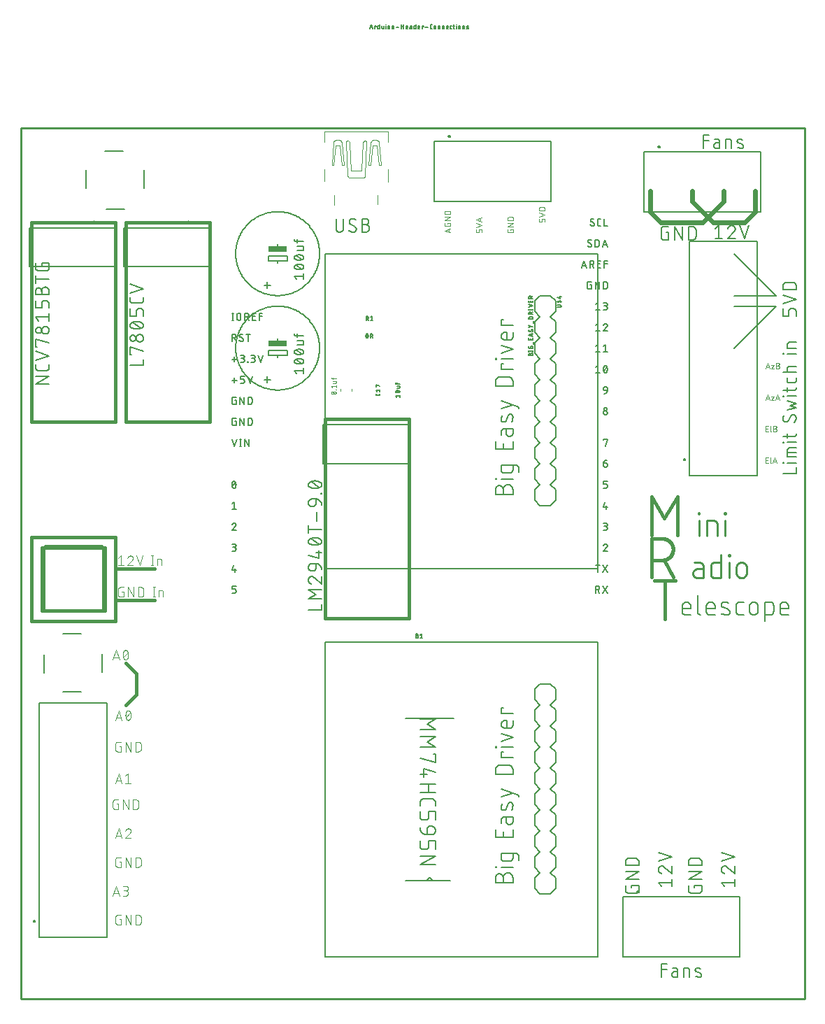
<source format=gbr>
G04 EAGLE Gerber RS-274X export*
G75*
%MOMM*%
%FSLAX34Y34*%
%LPD*%
%INSilkscreen Top*%
%IPPOS*%
%AMOC8*
5,1,8,0,0,1.08239X$1,22.5*%
G01*
%ADD10C,0.152400*%
%ADD11C,0.050800*%
%ADD12C,0.101600*%
%ADD13C,0.177800*%
%ADD14C,0.457200*%
%ADD15C,0.609600*%
%ADD16C,0.406400*%
%ADD17C,0.254000*%
%ADD18C,0.203200*%
%ADD19C,0.127000*%
%ADD20C,0.120000*%
%ADD21C,0.200000*%
%ADD22R,2.286000X0.635000*%
%ADD23C,0.254000*%


D10*
X800862Y940562D02*
X800862Y956818D01*
X808087Y956818D01*
X808087Y949593D02*
X800862Y949593D01*
X816807Y946884D02*
X820871Y946884D01*
X816807Y946884D02*
X816695Y946882D01*
X816584Y946876D01*
X816473Y946866D01*
X816362Y946853D01*
X816252Y946835D01*
X816143Y946813D01*
X816034Y946788D01*
X815926Y946759D01*
X815820Y946726D01*
X815714Y946689D01*
X815610Y946649D01*
X815508Y946605D01*
X815407Y946557D01*
X815308Y946506D01*
X815210Y946451D01*
X815115Y946393D01*
X815022Y946332D01*
X814931Y946267D01*
X814842Y946199D01*
X814756Y946128D01*
X814673Y946055D01*
X814592Y945978D01*
X814513Y945898D01*
X814438Y945816D01*
X814366Y945731D01*
X814296Y945644D01*
X814230Y945554D01*
X814167Y945462D01*
X814107Y945367D01*
X814051Y945271D01*
X813998Y945173D01*
X813949Y945073D01*
X813903Y944971D01*
X813861Y944868D01*
X813822Y944763D01*
X813787Y944657D01*
X813756Y944550D01*
X813729Y944442D01*
X813705Y944333D01*
X813686Y944223D01*
X813670Y944113D01*
X813658Y944002D01*
X813650Y943890D01*
X813646Y943779D01*
X813646Y943667D01*
X813650Y943556D01*
X813658Y943444D01*
X813670Y943333D01*
X813686Y943223D01*
X813705Y943113D01*
X813729Y943004D01*
X813756Y942896D01*
X813787Y942789D01*
X813822Y942683D01*
X813861Y942578D01*
X813903Y942475D01*
X813949Y942373D01*
X813998Y942273D01*
X814051Y942175D01*
X814107Y942079D01*
X814167Y941984D01*
X814230Y941892D01*
X814296Y941802D01*
X814366Y941715D01*
X814438Y941630D01*
X814513Y941548D01*
X814592Y941468D01*
X814673Y941391D01*
X814756Y941318D01*
X814842Y941247D01*
X814931Y941179D01*
X815022Y941114D01*
X815115Y941053D01*
X815210Y940995D01*
X815308Y940940D01*
X815407Y940889D01*
X815508Y940841D01*
X815610Y940797D01*
X815714Y940757D01*
X815820Y940720D01*
X815926Y940687D01*
X816034Y940658D01*
X816143Y940633D01*
X816252Y940611D01*
X816362Y940593D01*
X816473Y940580D01*
X816584Y940570D01*
X816695Y940564D01*
X816807Y940562D01*
X820871Y940562D01*
X820871Y948690D01*
X820869Y948791D01*
X820863Y948892D01*
X820854Y948993D01*
X820841Y949094D01*
X820824Y949194D01*
X820803Y949293D01*
X820779Y949391D01*
X820751Y949488D01*
X820719Y949585D01*
X820684Y949680D01*
X820645Y949773D01*
X820603Y949865D01*
X820557Y949956D01*
X820508Y950045D01*
X820456Y950131D01*
X820400Y950216D01*
X820342Y950299D01*
X820280Y950379D01*
X820215Y950457D01*
X820148Y950533D01*
X820078Y950606D01*
X820005Y950676D01*
X819929Y950743D01*
X819851Y950808D01*
X819771Y950870D01*
X819688Y950928D01*
X819603Y950984D01*
X819517Y951036D01*
X819428Y951085D01*
X819337Y951131D01*
X819245Y951173D01*
X819152Y951212D01*
X819057Y951247D01*
X818960Y951279D01*
X818863Y951307D01*
X818765Y951331D01*
X818666Y951352D01*
X818566Y951369D01*
X818465Y951382D01*
X818364Y951391D01*
X818263Y951397D01*
X818162Y951399D01*
X814549Y951399D01*
X828308Y951399D02*
X828308Y940562D01*
X828308Y951399D02*
X832824Y951399D01*
X832928Y951397D01*
X833031Y951391D01*
X833135Y951381D01*
X833238Y951367D01*
X833340Y951349D01*
X833441Y951328D01*
X833542Y951302D01*
X833641Y951273D01*
X833740Y951240D01*
X833837Y951203D01*
X833932Y951162D01*
X834026Y951118D01*
X834118Y951070D01*
X834208Y951019D01*
X834297Y950964D01*
X834383Y950906D01*
X834466Y950844D01*
X834548Y950780D01*
X834626Y950712D01*
X834702Y950642D01*
X834776Y950569D01*
X834846Y950492D01*
X834914Y950414D01*
X834978Y950332D01*
X835040Y950249D01*
X835098Y950163D01*
X835153Y950074D01*
X835204Y949984D01*
X835252Y949892D01*
X835296Y949798D01*
X835337Y949703D01*
X835374Y949606D01*
X835407Y949507D01*
X835436Y949408D01*
X835462Y949307D01*
X835483Y949206D01*
X835501Y949104D01*
X835515Y949001D01*
X835525Y948897D01*
X835531Y948794D01*
X835533Y948690D01*
X835533Y940562D01*
X843731Y946884D02*
X848247Y945078D01*
X843731Y946884D02*
X843643Y946921D01*
X843557Y946962D01*
X843472Y947006D01*
X843389Y947054D01*
X843309Y947105D01*
X843230Y947159D01*
X843154Y947217D01*
X843080Y947277D01*
X843008Y947341D01*
X842940Y947407D01*
X842874Y947477D01*
X842811Y947548D01*
X842750Y947623D01*
X842693Y947699D01*
X842640Y947778D01*
X842589Y947859D01*
X842542Y947942D01*
X842498Y948027D01*
X842458Y948114D01*
X842421Y948202D01*
X842388Y948292D01*
X842358Y948383D01*
X842333Y948475D01*
X842311Y948568D01*
X842293Y948662D01*
X842278Y948756D01*
X842268Y948851D01*
X842262Y948947D01*
X842259Y949042D01*
X842260Y949138D01*
X842266Y949233D01*
X842275Y949329D01*
X842288Y949423D01*
X842304Y949517D01*
X842325Y949611D01*
X842350Y949703D01*
X842378Y949794D01*
X842410Y949884D01*
X842445Y949973D01*
X842484Y950060D01*
X842527Y950146D01*
X842573Y950230D01*
X842623Y950311D01*
X842675Y950391D01*
X842731Y950469D01*
X842791Y950544D01*
X842853Y950616D01*
X842918Y950686D01*
X842986Y950754D01*
X843056Y950818D01*
X843129Y950880D01*
X843205Y950938D01*
X843283Y950994D01*
X843363Y951046D01*
X843445Y951095D01*
X843529Y951140D01*
X843615Y951182D01*
X843702Y951221D01*
X843791Y951256D01*
X843882Y951287D01*
X843973Y951314D01*
X844066Y951338D01*
X844159Y951358D01*
X844253Y951374D01*
X844348Y951386D01*
X844443Y951395D01*
X844539Y951399D01*
X844634Y951400D01*
X844881Y951393D01*
X845127Y951381D01*
X845373Y951363D01*
X845619Y951338D01*
X845863Y951308D01*
X846107Y951272D01*
X846350Y951231D01*
X846592Y951183D01*
X846833Y951129D01*
X847072Y951070D01*
X847310Y951005D01*
X847546Y950934D01*
X847781Y950858D01*
X848014Y950776D01*
X848244Y950688D01*
X848472Y950595D01*
X848699Y950497D01*
X848247Y945077D02*
X848335Y945040D01*
X848421Y944999D01*
X848506Y944955D01*
X848589Y944907D01*
X848669Y944856D01*
X848748Y944802D01*
X848824Y944744D01*
X848898Y944684D01*
X848970Y944620D01*
X849038Y944554D01*
X849104Y944484D01*
X849167Y944413D01*
X849228Y944338D01*
X849285Y944262D01*
X849338Y944183D01*
X849389Y944102D01*
X849436Y944019D01*
X849480Y943934D01*
X849520Y943847D01*
X849557Y943759D01*
X849590Y943669D01*
X849620Y943578D01*
X849645Y943486D01*
X849667Y943393D01*
X849685Y943299D01*
X849700Y943205D01*
X849710Y943110D01*
X849716Y943014D01*
X849719Y942919D01*
X849718Y942823D01*
X849712Y942728D01*
X849703Y942632D01*
X849690Y942538D01*
X849674Y942444D01*
X849653Y942350D01*
X849628Y942258D01*
X849600Y942167D01*
X849568Y942077D01*
X849533Y941988D01*
X849494Y941901D01*
X849451Y941815D01*
X849405Y941731D01*
X849355Y941650D01*
X849303Y941570D01*
X849247Y941492D01*
X849187Y941417D01*
X849125Y941345D01*
X849060Y941275D01*
X848992Y941207D01*
X848922Y941143D01*
X848849Y941081D01*
X848773Y941023D01*
X848695Y940967D01*
X848615Y940915D01*
X848533Y940866D01*
X848449Y940821D01*
X848363Y940779D01*
X848276Y940740D01*
X848187Y940705D01*
X848096Y940674D01*
X848005Y940647D01*
X847912Y940623D01*
X847819Y940603D01*
X847725Y940587D01*
X847630Y940575D01*
X847535Y940566D01*
X847439Y940562D01*
X847344Y940561D01*
X847343Y940562D02*
X846981Y940571D01*
X846619Y940589D01*
X846258Y940616D01*
X845898Y940651D01*
X845538Y940694D01*
X845179Y940746D01*
X844822Y940807D01*
X844467Y940876D01*
X844113Y940953D01*
X843761Y941039D01*
X843411Y941133D01*
X843063Y941236D01*
X842718Y941346D01*
X842376Y941465D01*
X759093Y838468D02*
X756384Y838468D01*
X759093Y838468D02*
X759093Y829437D01*
X753674Y829437D01*
X753556Y829439D01*
X753438Y829445D01*
X753320Y829454D01*
X753203Y829468D01*
X753086Y829485D01*
X752969Y829506D01*
X752854Y829531D01*
X752739Y829560D01*
X752625Y829593D01*
X752513Y829629D01*
X752402Y829669D01*
X752292Y829712D01*
X752183Y829759D01*
X752076Y829809D01*
X751971Y829864D01*
X751868Y829921D01*
X751767Y829982D01*
X751667Y830046D01*
X751570Y830113D01*
X751475Y830183D01*
X751383Y830257D01*
X751292Y830333D01*
X751205Y830413D01*
X751120Y830495D01*
X751038Y830580D01*
X750958Y830667D01*
X750882Y830758D01*
X750808Y830850D01*
X750738Y830945D01*
X750671Y831042D01*
X750607Y831142D01*
X750546Y831243D01*
X750489Y831346D01*
X750434Y831451D01*
X750384Y831558D01*
X750337Y831667D01*
X750294Y831777D01*
X750254Y831888D01*
X750218Y832000D01*
X750185Y832114D01*
X750156Y832229D01*
X750131Y832344D01*
X750110Y832461D01*
X750093Y832578D01*
X750079Y832695D01*
X750070Y832813D01*
X750064Y832931D01*
X750062Y833049D01*
X750062Y842081D01*
X750064Y842199D01*
X750070Y842317D01*
X750079Y842435D01*
X750093Y842552D01*
X750110Y842669D01*
X750131Y842786D01*
X750156Y842901D01*
X750185Y843016D01*
X750218Y843130D01*
X750254Y843242D01*
X750294Y843353D01*
X750337Y843463D01*
X750384Y843572D01*
X750434Y843679D01*
X750488Y843784D01*
X750546Y843887D01*
X750607Y843988D01*
X750671Y844088D01*
X750738Y844185D01*
X750808Y844280D01*
X750882Y844372D01*
X750958Y844463D01*
X751038Y844550D01*
X751120Y844635D01*
X751205Y844717D01*
X751292Y844797D01*
X751383Y844873D01*
X751475Y844947D01*
X751570Y845017D01*
X751667Y845084D01*
X751767Y845148D01*
X751868Y845209D01*
X751971Y845266D01*
X752076Y845320D01*
X752183Y845371D01*
X752292Y845418D01*
X752402Y845461D01*
X752513Y845501D01*
X752625Y845537D01*
X752739Y845570D01*
X752854Y845599D01*
X752969Y845624D01*
X753086Y845645D01*
X753203Y845662D01*
X753320Y845676D01*
X753438Y845685D01*
X753556Y845691D01*
X753674Y845693D01*
X759093Y845693D01*
X766735Y845693D02*
X766735Y829437D01*
X775766Y829437D02*
X766735Y845693D01*
X775766Y845693D02*
X775766Y829437D01*
X783409Y829437D02*
X783409Y845693D01*
X787924Y845693D01*
X788055Y845691D01*
X788187Y845685D01*
X788318Y845676D01*
X788448Y845662D01*
X788579Y845645D01*
X788708Y845624D01*
X788837Y845600D01*
X788965Y845571D01*
X789093Y845539D01*
X789219Y845503D01*
X789344Y845464D01*
X789469Y845421D01*
X789591Y845374D01*
X789713Y845324D01*
X789833Y845270D01*
X789951Y845213D01*
X790067Y845152D01*
X790182Y845088D01*
X790295Y845021D01*
X790406Y844950D01*
X790514Y844876D01*
X790621Y844799D01*
X790725Y844719D01*
X790827Y844636D01*
X790926Y844551D01*
X791023Y844462D01*
X791117Y844370D01*
X791209Y844276D01*
X791298Y844179D01*
X791383Y844080D01*
X791466Y843978D01*
X791546Y843874D01*
X791623Y843767D01*
X791697Y843659D01*
X791768Y843548D01*
X791835Y843435D01*
X791899Y843320D01*
X791960Y843204D01*
X792017Y843086D01*
X792071Y842966D01*
X792121Y842844D01*
X792168Y842722D01*
X792211Y842597D01*
X792250Y842472D01*
X792286Y842346D01*
X792318Y842218D01*
X792347Y842090D01*
X792371Y841961D01*
X792392Y841832D01*
X792409Y841701D01*
X792423Y841571D01*
X792432Y841440D01*
X792438Y841308D01*
X792440Y841177D01*
X792440Y833953D01*
X792438Y833822D01*
X792432Y833690D01*
X792423Y833559D01*
X792409Y833429D01*
X792392Y833298D01*
X792371Y833169D01*
X792347Y833040D01*
X792318Y832912D01*
X792286Y832784D01*
X792250Y832658D01*
X792211Y832533D01*
X792168Y832408D01*
X792121Y832286D01*
X792071Y832164D01*
X792017Y832044D01*
X791960Y831926D01*
X791899Y831810D01*
X791835Y831695D01*
X791768Y831582D01*
X791697Y831471D01*
X791623Y831363D01*
X791546Y831256D01*
X791466Y831152D01*
X791383Y831050D01*
X791298Y830951D01*
X791209Y830854D01*
X791117Y830760D01*
X791023Y830668D01*
X790926Y830579D01*
X790827Y830494D01*
X790725Y830411D01*
X790621Y830331D01*
X790514Y830254D01*
X790406Y830180D01*
X790295Y830109D01*
X790182Y830042D01*
X790067Y829978D01*
X789951Y829917D01*
X789833Y829860D01*
X789713Y829806D01*
X789591Y829756D01*
X789469Y829709D01*
X789344Y829666D01*
X789219Y829627D01*
X789093Y829591D01*
X788965Y829559D01*
X788837Y829530D01*
X788708Y829506D01*
X788578Y829485D01*
X788448Y829468D01*
X788318Y829454D01*
X788187Y829445D01*
X788055Y829439D01*
X787924Y829437D01*
X783409Y829437D01*
X815291Y843351D02*
X819807Y846963D01*
X819807Y830707D01*
X824322Y830707D02*
X815291Y830707D01*
X835890Y846963D02*
X836015Y846961D01*
X836140Y846955D01*
X836265Y846946D01*
X836389Y846932D01*
X836513Y846915D01*
X836637Y846894D01*
X836759Y846869D01*
X836881Y846840D01*
X837002Y846808D01*
X837122Y846772D01*
X837241Y846732D01*
X837358Y846689D01*
X837474Y846642D01*
X837589Y846591D01*
X837701Y846537D01*
X837813Y846479D01*
X837922Y846419D01*
X838029Y846354D01*
X838135Y846287D01*
X838238Y846216D01*
X838339Y846142D01*
X838438Y846065D01*
X838534Y845985D01*
X838628Y845902D01*
X838719Y845817D01*
X838808Y845728D01*
X838893Y845637D01*
X838976Y845543D01*
X839056Y845447D01*
X839133Y845348D01*
X839207Y845247D01*
X839278Y845144D01*
X839345Y845038D01*
X839410Y844931D01*
X839470Y844822D01*
X839528Y844710D01*
X839582Y844598D01*
X839633Y844483D01*
X839680Y844367D01*
X839723Y844250D01*
X839763Y844131D01*
X839799Y844011D01*
X839831Y843890D01*
X839860Y843768D01*
X839885Y843646D01*
X839906Y843522D01*
X839923Y843398D01*
X839937Y843274D01*
X839946Y843149D01*
X839952Y843024D01*
X839954Y842899D01*
X835890Y846963D02*
X835747Y846961D01*
X835605Y846955D01*
X835462Y846945D01*
X835320Y846932D01*
X835179Y846914D01*
X835037Y846893D01*
X834897Y846868D01*
X834757Y846839D01*
X834618Y846806D01*
X834480Y846769D01*
X834343Y846729D01*
X834208Y846685D01*
X834073Y846637D01*
X833940Y846585D01*
X833808Y846530D01*
X833678Y846471D01*
X833550Y846409D01*
X833423Y846343D01*
X833298Y846274D01*
X833175Y846202D01*
X833055Y846126D01*
X832936Y846047D01*
X832819Y845964D01*
X832705Y845879D01*
X832593Y845790D01*
X832484Y845699D01*
X832377Y845604D01*
X832272Y845507D01*
X832171Y845406D01*
X832072Y845303D01*
X831976Y845198D01*
X831883Y845089D01*
X831793Y844978D01*
X831706Y844865D01*
X831622Y844750D01*
X831542Y844632D01*
X831464Y844512D01*
X831390Y844390D01*
X831320Y844266D01*
X831252Y844140D01*
X831189Y844012D01*
X831128Y843883D01*
X831071Y843752D01*
X831018Y843620D01*
X830969Y843486D01*
X830923Y843351D01*
X838599Y839738D02*
X838693Y839830D01*
X838783Y839924D01*
X838871Y840021D01*
X838956Y840121D01*
X839038Y840223D01*
X839117Y840328D01*
X839192Y840435D01*
X839264Y840544D01*
X839333Y840655D01*
X839399Y840769D01*
X839461Y840884D01*
X839520Y841001D01*
X839575Y841120D01*
X839626Y841240D01*
X839674Y841362D01*
X839719Y841485D01*
X839759Y841609D01*
X839796Y841735D01*
X839829Y841862D01*
X839858Y841989D01*
X839884Y842118D01*
X839905Y842247D01*
X839923Y842377D01*
X839936Y842507D01*
X839946Y842637D01*
X839952Y842768D01*
X839954Y842899D01*
X838599Y839738D02*
X830923Y830707D01*
X839954Y830707D01*
X851069Y830707D02*
X845651Y846963D01*
X856488Y846963D02*
X851069Y830707D01*
X913638Y742781D02*
X913638Y737362D01*
X913638Y742781D02*
X913636Y742899D01*
X913630Y743017D01*
X913621Y743135D01*
X913607Y743252D01*
X913590Y743369D01*
X913569Y743486D01*
X913544Y743601D01*
X913515Y743716D01*
X913482Y743830D01*
X913446Y743942D01*
X913406Y744053D01*
X913363Y744163D01*
X913316Y744272D01*
X913266Y744379D01*
X913211Y744484D01*
X913154Y744587D01*
X913093Y744688D01*
X913029Y744788D01*
X912962Y744885D01*
X912892Y744980D01*
X912818Y745072D01*
X912742Y745163D01*
X912662Y745250D01*
X912580Y745335D01*
X912495Y745417D01*
X912408Y745497D01*
X912317Y745573D01*
X912225Y745647D01*
X912130Y745717D01*
X912033Y745784D01*
X911933Y745848D01*
X911832Y745909D01*
X911729Y745966D01*
X911624Y746021D01*
X911517Y746071D01*
X911408Y746118D01*
X911298Y746161D01*
X911187Y746201D01*
X911075Y746237D01*
X910961Y746270D01*
X910846Y746299D01*
X910731Y746324D01*
X910614Y746345D01*
X910497Y746362D01*
X910380Y746376D01*
X910262Y746385D01*
X910144Y746391D01*
X910026Y746393D01*
X908219Y746393D01*
X908101Y746391D01*
X907983Y746385D01*
X907865Y746376D01*
X907748Y746362D01*
X907631Y746345D01*
X907514Y746324D01*
X907399Y746299D01*
X907284Y746270D01*
X907170Y746237D01*
X907058Y746201D01*
X906947Y746161D01*
X906837Y746118D01*
X906728Y746071D01*
X906621Y746021D01*
X906516Y745966D01*
X906413Y745909D01*
X906312Y745848D01*
X906212Y745784D01*
X906115Y745717D01*
X906020Y745647D01*
X905928Y745573D01*
X905837Y745497D01*
X905750Y745417D01*
X905665Y745335D01*
X905583Y745250D01*
X905503Y745163D01*
X905427Y745072D01*
X905353Y744980D01*
X905283Y744885D01*
X905216Y744788D01*
X905152Y744688D01*
X905091Y744587D01*
X905034Y744484D01*
X904979Y744379D01*
X904929Y744272D01*
X904882Y744163D01*
X904839Y744053D01*
X904799Y743942D01*
X904763Y743830D01*
X904730Y743716D01*
X904701Y743601D01*
X904676Y743486D01*
X904655Y743369D01*
X904638Y743252D01*
X904624Y743135D01*
X904615Y743017D01*
X904609Y742899D01*
X904607Y742781D01*
X904607Y737362D01*
X897382Y737362D01*
X897382Y746393D01*
X897382Y752090D02*
X913638Y757509D01*
X897382Y762927D01*
X897382Y769146D02*
X913638Y769146D01*
X897382Y769146D02*
X897382Y773661D01*
X897384Y773792D01*
X897390Y773924D01*
X897399Y774055D01*
X897413Y774185D01*
X897430Y774316D01*
X897451Y774445D01*
X897475Y774574D01*
X897504Y774702D01*
X897536Y774830D01*
X897572Y774956D01*
X897611Y775081D01*
X897654Y775206D01*
X897701Y775328D01*
X897751Y775450D01*
X897805Y775570D01*
X897862Y775688D01*
X897923Y775804D01*
X897987Y775919D01*
X898054Y776032D01*
X898125Y776143D01*
X898199Y776251D01*
X898276Y776358D01*
X898356Y776462D01*
X898439Y776564D01*
X898524Y776663D01*
X898613Y776760D01*
X898705Y776854D01*
X898799Y776946D01*
X898896Y777035D01*
X898995Y777120D01*
X899097Y777203D01*
X899201Y777283D01*
X899308Y777360D01*
X899416Y777434D01*
X899527Y777505D01*
X899640Y777572D01*
X899755Y777636D01*
X899871Y777697D01*
X899989Y777754D01*
X900109Y777808D01*
X900231Y777858D01*
X900353Y777905D01*
X900478Y777948D01*
X900603Y777987D01*
X900729Y778023D01*
X900857Y778055D01*
X900985Y778084D01*
X901114Y778108D01*
X901243Y778129D01*
X901374Y778146D01*
X901504Y778160D01*
X901635Y778169D01*
X901767Y778175D01*
X901898Y778177D01*
X909122Y778177D01*
X909253Y778175D01*
X909385Y778169D01*
X909516Y778160D01*
X909646Y778146D01*
X909777Y778129D01*
X909906Y778108D01*
X910035Y778084D01*
X910163Y778055D01*
X910291Y778023D01*
X910417Y777987D01*
X910542Y777948D01*
X910667Y777905D01*
X910789Y777858D01*
X910911Y777808D01*
X911031Y777754D01*
X911149Y777697D01*
X911265Y777636D01*
X911380Y777572D01*
X911493Y777505D01*
X911604Y777434D01*
X911712Y777360D01*
X911819Y777283D01*
X911923Y777203D01*
X912025Y777120D01*
X912124Y777035D01*
X912221Y776946D01*
X912315Y776854D01*
X912407Y776760D01*
X912496Y776663D01*
X912581Y776564D01*
X912664Y776462D01*
X912744Y776358D01*
X912821Y776251D01*
X912895Y776143D01*
X912966Y776032D01*
X913033Y775919D01*
X913097Y775804D01*
X913158Y775688D01*
X913215Y775570D01*
X913269Y775450D01*
X913319Y775328D01*
X913366Y775206D01*
X913409Y775081D01*
X913448Y774956D01*
X913484Y774830D01*
X913516Y774702D01*
X913545Y774574D01*
X913569Y774445D01*
X913590Y774315D01*
X913607Y774185D01*
X913621Y774055D01*
X913630Y773924D01*
X913636Y773792D01*
X913638Y773661D01*
X913638Y769146D01*
X889000Y762000D02*
X838200Y812800D01*
X838200Y762000D02*
X889000Y762000D01*
X889000Y749300D02*
X838200Y749300D01*
X889000Y749300D02*
X838200Y698500D01*
X897382Y546862D02*
X913638Y546862D01*
X913638Y554087D01*
X913638Y559684D02*
X902801Y559684D01*
X898285Y559233D02*
X897382Y559233D01*
X897382Y560136D01*
X898285Y560136D01*
X898285Y559233D01*
X902801Y566771D02*
X913638Y566771D01*
X902801Y566771D02*
X902801Y574899D01*
X902803Y575000D01*
X902809Y575101D01*
X902818Y575202D01*
X902831Y575303D01*
X902848Y575403D01*
X902869Y575502D01*
X902893Y575600D01*
X902921Y575697D01*
X902953Y575794D01*
X902988Y575889D01*
X903027Y575982D01*
X903069Y576074D01*
X903115Y576165D01*
X903164Y576254D01*
X903216Y576340D01*
X903272Y576425D01*
X903330Y576508D01*
X903392Y576588D01*
X903457Y576666D01*
X903524Y576742D01*
X903594Y576815D01*
X903667Y576885D01*
X903743Y576952D01*
X903821Y577017D01*
X903901Y577079D01*
X903984Y577137D01*
X904069Y577193D01*
X904156Y577245D01*
X904244Y577294D01*
X904335Y577340D01*
X904427Y577382D01*
X904520Y577421D01*
X904615Y577456D01*
X904712Y577488D01*
X904809Y577516D01*
X904907Y577540D01*
X905006Y577561D01*
X905106Y577578D01*
X905207Y577591D01*
X905308Y577600D01*
X905409Y577606D01*
X905510Y577608D01*
X913638Y577608D01*
X913638Y572189D02*
X902801Y572189D01*
X902801Y584694D02*
X913638Y584694D01*
X898285Y584243D02*
X897382Y584243D01*
X897382Y585146D01*
X898285Y585146D01*
X898285Y584243D01*
X902801Y589684D02*
X902801Y595103D01*
X897382Y591491D02*
X910929Y591491D01*
X911030Y591493D01*
X911131Y591499D01*
X911232Y591508D01*
X911333Y591521D01*
X911433Y591538D01*
X911532Y591559D01*
X911630Y591583D01*
X911727Y591611D01*
X911824Y591643D01*
X911919Y591678D01*
X912012Y591717D01*
X912104Y591759D01*
X912195Y591805D01*
X912284Y591854D01*
X912370Y591906D01*
X912455Y591962D01*
X912538Y592020D01*
X912618Y592082D01*
X912696Y592147D01*
X912772Y592214D01*
X912845Y592284D01*
X912915Y592357D01*
X912982Y592433D01*
X913047Y592511D01*
X913109Y592591D01*
X913167Y592674D01*
X913223Y592759D01*
X913275Y592846D01*
X913324Y592934D01*
X913370Y593025D01*
X913412Y593117D01*
X913451Y593210D01*
X913486Y593305D01*
X913518Y593402D01*
X913546Y593499D01*
X913570Y593597D01*
X913591Y593696D01*
X913608Y593796D01*
X913621Y593897D01*
X913630Y593998D01*
X913636Y594099D01*
X913638Y594200D01*
X913638Y595103D01*
X913638Y614255D02*
X913636Y614373D01*
X913630Y614491D01*
X913621Y614609D01*
X913607Y614726D01*
X913590Y614843D01*
X913569Y614960D01*
X913544Y615075D01*
X913515Y615190D01*
X913482Y615304D01*
X913446Y615416D01*
X913406Y615527D01*
X913363Y615637D01*
X913316Y615746D01*
X913266Y615853D01*
X913211Y615958D01*
X913154Y616061D01*
X913093Y616162D01*
X913029Y616262D01*
X912962Y616359D01*
X912892Y616454D01*
X912818Y616546D01*
X912742Y616637D01*
X912662Y616724D01*
X912580Y616809D01*
X912495Y616891D01*
X912408Y616971D01*
X912317Y617047D01*
X912225Y617121D01*
X912130Y617191D01*
X912033Y617258D01*
X911933Y617322D01*
X911832Y617383D01*
X911729Y617440D01*
X911624Y617495D01*
X911517Y617545D01*
X911408Y617592D01*
X911298Y617635D01*
X911187Y617675D01*
X911075Y617711D01*
X910961Y617744D01*
X910846Y617773D01*
X910731Y617798D01*
X910614Y617819D01*
X910497Y617836D01*
X910380Y617850D01*
X910262Y617859D01*
X910144Y617865D01*
X910026Y617867D01*
X913638Y614255D02*
X913636Y614072D01*
X913629Y613890D01*
X913618Y613708D01*
X913603Y613526D01*
X913583Y613344D01*
X913560Y613163D01*
X913531Y612983D01*
X913499Y612803D01*
X913462Y612624D01*
X913421Y612447D01*
X913375Y612270D01*
X913326Y612094D01*
X913272Y611920D01*
X913214Y611746D01*
X913152Y611575D01*
X913086Y611405D01*
X913015Y611236D01*
X912941Y611069D01*
X912863Y610904D01*
X912781Y610741D01*
X912695Y610580D01*
X912605Y610421D01*
X912511Y610264D01*
X912414Y610110D01*
X912313Y609958D01*
X912208Y609808D01*
X912100Y609661D01*
X911989Y609517D01*
X911874Y609375D01*
X911755Y609236D01*
X911633Y609100D01*
X911508Y608967D01*
X911380Y608837D01*
X900994Y609288D02*
X900876Y609290D01*
X900758Y609296D01*
X900640Y609305D01*
X900523Y609319D01*
X900406Y609336D01*
X900289Y609357D01*
X900174Y609382D01*
X900059Y609411D01*
X899945Y609444D01*
X899833Y609480D01*
X899722Y609520D01*
X899612Y609563D01*
X899503Y609610D01*
X899396Y609660D01*
X899291Y609715D01*
X899188Y609772D01*
X899087Y609833D01*
X898987Y609897D01*
X898890Y609964D01*
X898795Y610034D01*
X898703Y610108D01*
X898612Y610184D01*
X898525Y610264D01*
X898440Y610346D01*
X898358Y610431D01*
X898278Y610518D01*
X898202Y610609D01*
X898128Y610701D01*
X898058Y610796D01*
X897991Y610893D01*
X897927Y610993D01*
X897866Y611094D01*
X897809Y611197D01*
X897754Y611302D01*
X897704Y611409D01*
X897657Y611518D01*
X897614Y611628D01*
X897574Y611739D01*
X897538Y611851D01*
X897505Y611965D01*
X897476Y612080D01*
X897451Y612195D01*
X897430Y612312D01*
X897413Y612429D01*
X897399Y612546D01*
X897390Y612664D01*
X897384Y612782D01*
X897382Y612900D01*
X897384Y613061D01*
X897390Y613223D01*
X897399Y613384D01*
X897413Y613545D01*
X897430Y613705D01*
X897451Y613865D01*
X897476Y614025D01*
X897505Y614184D01*
X897537Y614342D01*
X897573Y614499D01*
X897613Y614655D01*
X897657Y614811D01*
X897705Y614965D01*
X897756Y615118D01*
X897810Y615270D01*
X897869Y615421D01*
X897930Y615570D01*
X897996Y615717D01*
X898065Y615863D01*
X898137Y616008D01*
X898213Y616150D01*
X898292Y616291D01*
X898374Y616430D01*
X898460Y616566D01*
X898549Y616701D01*
X898641Y616834D01*
X898737Y616964D01*
X904155Y611093D02*
X904093Y610992D01*
X904028Y610892D01*
X903959Y610795D01*
X903887Y610700D01*
X903813Y610607D01*
X903735Y610517D01*
X903654Y610429D01*
X903571Y610344D01*
X903485Y610262D01*
X903396Y610183D01*
X903305Y610106D01*
X903211Y610033D01*
X903115Y609962D01*
X903017Y609895D01*
X902917Y609831D01*
X902814Y609770D01*
X902710Y609713D01*
X902604Y609659D01*
X902496Y609609D01*
X902387Y609562D01*
X902276Y609518D01*
X902164Y609478D01*
X902050Y609442D01*
X901936Y609410D01*
X901820Y609381D01*
X901704Y609356D01*
X901587Y609335D01*
X901469Y609318D01*
X901351Y609304D01*
X901232Y609295D01*
X901113Y609289D01*
X900994Y609287D01*
X906865Y616061D02*
X906927Y616162D01*
X906992Y616262D01*
X907061Y616359D01*
X907133Y616454D01*
X907207Y616547D01*
X907285Y616637D01*
X907366Y616725D01*
X907449Y616810D01*
X907535Y616892D01*
X907624Y616971D01*
X907715Y617048D01*
X907809Y617121D01*
X907905Y617192D01*
X908003Y617259D01*
X908103Y617323D01*
X908206Y617384D01*
X908310Y617441D01*
X908416Y617495D01*
X908524Y617545D01*
X908633Y617592D01*
X908744Y617636D01*
X908856Y617676D01*
X908970Y617712D01*
X909084Y617744D01*
X909200Y617773D01*
X909316Y617798D01*
X909433Y617819D01*
X909551Y617836D01*
X909669Y617850D01*
X909788Y617859D01*
X909907Y617865D01*
X910026Y617867D01*
X906865Y616061D02*
X904155Y611094D01*
X902801Y623564D02*
X913638Y626273D01*
X906413Y628983D01*
X913638Y631692D01*
X902801Y634401D01*
X902801Y640446D02*
X913638Y640446D01*
X898285Y639994D02*
X897382Y639994D01*
X897382Y640897D01*
X898285Y640897D01*
X898285Y639994D01*
X902801Y645436D02*
X902801Y650854D01*
X897382Y647242D02*
X910929Y647242D01*
X911030Y647244D01*
X911131Y647250D01*
X911232Y647259D01*
X911333Y647272D01*
X911433Y647289D01*
X911532Y647310D01*
X911630Y647334D01*
X911727Y647362D01*
X911824Y647394D01*
X911919Y647429D01*
X912012Y647468D01*
X912104Y647510D01*
X912195Y647556D01*
X912284Y647605D01*
X912370Y647657D01*
X912455Y647713D01*
X912538Y647771D01*
X912618Y647833D01*
X912696Y647898D01*
X912772Y647965D01*
X912845Y648035D01*
X912915Y648108D01*
X912982Y648184D01*
X913047Y648262D01*
X913109Y648342D01*
X913167Y648425D01*
X913223Y648510D01*
X913275Y648597D01*
X913324Y648685D01*
X913370Y648776D01*
X913412Y648868D01*
X913451Y648961D01*
X913486Y649056D01*
X913518Y649153D01*
X913546Y649250D01*
X913570Y649348D01*
X913591Y649447D01*
X913608Y649547D01*
X913621Y649648D01*
X913630Y649749D01*
X913636Y649850D01*
X913638Y649951D01*
X913638Y650854D01*
X913638Y659360D02*
X913638Y662972D01*
X913638Y659360D02*
X913636Y659259D01*
X913630Y659158D01*
X913621Y659057D01*
X913608Y658956D01*
X913591Y658856D01*
X913570Y658757D01*
X913546Y658659D01*
X913518Y658562D01*
X913486Y658465D01*
X913451Y658370D01*
X913412Y658277D01*
X913370Y658185D01*
X913324Y658094D01*
X913275Y658006D01*
X913223Y657919D01*
X913167Y657834D01*
X913109Y657751D01*
X913047Y657671D01*
X912982Y657593D01*
X912915Y657517D01*
X912845Y657444D01*
X912772Y657374D01*
X912696Y657307D01*
X912618Y657242D01*
X912538Y657180D01*
X912455Y657122D01*
X912370Y657066D01*
X912284Y657014D01*
X912195Y656965D01*
X912104Y656919D01*
X912012Y656877D01*
X911919Y656838D01*
X911824Y656803D01*
X911727Y656771D01*
X911630Y656743D01*
X911532Y656719D01*
X911433Y656698D01*
X911333Y656681D01*
X911232Y656668D01*
X911131Y656659D01*
X911030Y656653D01*
X910929Y656651D01*
X910929Y656650D02*
X905510Y656650D01*
X905510Y656651D02*
X905409Y656653D01*
X905308Y656659D01*
X905207Y656668D01*
X905106Y656681D01*
X905006Y656698D01*
X904907Y656719D01*
X904809Y656743D01*
X904712Y656771D01*
X904615Y656803D01*
X904520Y656838D01*
X904427Y656877D01*
X904335Y656919D01*
X904244Y656965D01*
X904156Y657014D01*
X904069Y657066D01*
X903984Y657122D01*
X903901Y657180D01*
X903821Y657242D01*
X903743Y657307D01*
X903667Y657374D01*
X903594Y657444D01*
X903524Y657517D01*
X903457Y657593D01*
X903392Y657671D01*
X903330Y657751D01*
X903272Y657834D01*
X903216Y657919D01*
X903164Y658006D01*
X903115Y658094D01*
X903069Y658185D01*
X903027Y658277D01*
X902988Y658370D01*
X902953Y658465D01*
X902921Y658562D01*
X902893Y658659D01*
X902869Y658757D01*
X902848Y658856D01*
X902831Y658956D01*
X902818Y659057D01*
X902809Y659158D01*
X902803Y659259D01*
X902801Y659360D01*
X902801Y662972D01*
X897382Y669138D02*
X913638Y669138D01*
X902801Y669138D02*
X902801Y673653D01*
X902803Y673757D01*
X902809Y673860D01*
X902819Y673964D01*
X902833Y674067D01*
X902851Y674169D01*
X902872Y674270D01*
X902898Y674371D01*
X902927Y674470D01*
X902960Y674569D01*
X902997Y674666D01*
X903038Y674761D01*
X903082Y674855D01*
X903130Y674947D01*
X903181Y675037D01*
X903236Y675126D01*
X903294Y675212D01*
X903356Y675295D01*
X903420Y675377D01*
X903488Y675455D01*
X903558Y675531D01*
X903631Y675605D01*
X903708Y675675D01*
X903786Y675743D01*
X903868Y675807D01*
X903951Y675869D01*
X904037Y675927D01*
X904126Y675982D01*
X904216Y676033D01*
X904308Y676081D01*
X904402Y676125D01*
X904497Y676166D01*
X904594Y676203D01*
X904693Y676236D01*
X904792Y676265D01*
X904893Y676291D01*
X904994Y676312D01*
X905096Y676330D01*
X905199Y676344D01*
X905303Y676354D01*
X905406Y676360D01*
X905510Y676362D01*
X905510Y676363D02*
X913638Y676363D01*
X913638Y691508D02*
X902801Y691508D01*
X898285Y691056D02*
X897382Y691056D01*
X897382Y691959D01*
X898285Y691959D01*
X898285Y691056D01*
X902801Y698316D02*
X913638Y698316D01*
X902801Y698316D02*
X902801Y702832D01*
X902803Y702936D01*
X902809Y703039D01*
X902819Y703143D01*
X902833Y703246D01*
X902851Y703348D01*
X902872Y703449D01*
X902898Y703550D01*
X902927Y703649D01*
X902960Y703748D01*
X902997Y703845D01*
X903038Y703940D01*
X903082Y704034D01*
X903130Y704126D01*
X903181Y704216D01*
X903236Y704305D01*
X903294Y704391D01*
X903356Y704474D01*
X903420Y704556D01*
X903488Y704634D01*
X903558Y704710D01*
X903631Y704784D01*
X903708Y704854D01*
X903786Y704922D01*
X903868Y704986D01*
X903951Y705048D01*
X904037Y705106D01*
X904126Y705161D01*
X904216Y705212D01*
X904308Y705260D01*
X904402Y705304D01*
X904497Y705345D01*
X904594Y705382D01*
X904693Y705415D01*
X904792Y705444D01*
X904893Y705470D01*
X904994Y705491D01*
X905096Y705509D01*
X905199Y705523D01*
X905303Y705533D01*
X905406Y705539D01*
X905510Y705541D01*
X913638Y705541D01*
D11*
X879715Y559054D02*
X876554Y559054D01*
X876554Y566166D01*
X879715Y566166D01*
X878925Y563005D02*
X876554Y563005D01*
X882296Y560239D02*
X882296Y566166D01*
X882296Y560239D02*
X882298Y560173D01*
X882303Y560106D01*
X882313Y560041D01*
X882326Y559975D01*
X882342Y559911D01*
X882362Y559848D01*
X882386Y559786D01*
X882413Y559725D01*
X882444Y559666D01*
X882478Y559609D01*
X882515Y559553D01*
X882555Y559500D01*
X882597Y559449D01*
X882643Y559401D01*
X882691Y559355D01*
X882742Y559313D01*
X882795Y559273D01*
X882851Y559236D01*
X882908Y559202D01*
X882967Y559171D01*
X883028Y559144D01*
X883090Y559120D01*
X883153Y559100D01*
X883217Y559084D01*
X883283Y559071D01*
X883348Y559061D01*
X883415Y559056D01*
X883481Y559054D01*
X885519Y559054D02*
X887890Y566166D01*
X890260Y559054D01*
X889668Y560832D02*
X886112Y560832D01*
X879715Y597154D02*
X876554Y597154D01*
X876554Y604266D01*
X879715Y604266D01*
X878925Y601105D02*
X876554Y601105D01*
X882296Y598339D02*
X882296Y604266D01*
X882296Y598339D02*
X882298Y598273D01*
X882303Y598206D01*
X882313Y598141D01*
X882326Y598075D01*
X882342Y598011D01*
X882362Y597948D01*
X882386Y597886D01*
X882413Y597825D01*
X882444Y597766D01*
X882478Y597709D01*
X882515Y597653D01*
X882555Y597600D01*
X882597Y597549D01*
X882643Y597501D01*
X882691Y597455D01*
X882742Y597413D01*
X882795Y597373D01*
X882851Y597336D01*
X882908Y597302D01*
X882967Y597271D01*
X883028Y597244D01*
X883090Y597220D01*
X883153Y597200D01*
X883217Y597184D01*
X883283Y597171D01*
X883348Y597161D01*
X883415Y597156D01*
X883481Y597154D01*
X886236Y601105D02*
X888211Y601105D01*
X888211Y601106D02*
X888298Y601104D01*
X888386Y601098D01*
X888473Y601089D01*
X888559Y601075D01*
X888645Y601058D01*
X888729Y601037D01*
X888813Y601012D01*
X888896Y600983D01*
X888977Y600951D01*
X889057Y600916D01*
X889135Y600877D01*
X889212Y600834D01*
X889286Y600788D01*
X889358Y600739D01*
X889428Y600687D01*
X889496Y600631D01*
X889561Y600573D01*
X889624Y600512D01*
X889683Y600448D01*
X889740Y600381D01*
X889794Y600313D01*
X889845Y600241D01*
X889892Y600168D01*
X889937Y600093D01*
X889978Y600015D01*
X890015Y599936D01*
X890049Y599856D01*
X890079Y599774D01*
X890106Y599691D01*
X890129Y599606D01*
X890148Y599521D01*
X890163Y599435D01*
X890175Y599348D01*
X890183Y599261D01*
X890187Y599174D01*
X890187Y599086D01*
X890183Y598999D01*
X890175Y598912D01*
X890163Y598825D01*
X890148Y598739D01*
X890129Y598654D01*
X890106Y598569D01*
X890079Y598486D01*
X890049Y598404D01*
X890015Y598324D01*
X889978Y598245D01*
X889937Y598167D01*
X889892Y598092D01*
X889845Y598019D01*
X889794Y597947D01*
X889740Y597879D01*
X889683Y597812D01*
X889624Y597748D01*
X889561Y597687D01*
X889496Y597629D01*
X889428Y597573D01*
X889358Y597521D01*
X889286Y597472D01*
X889212Y597426D01*
X889135Y597383D01*
X889057Y597344D01*
X888977Y597309D01*
X888896Y597277D01*
X888813Y597248D01*
X888729Y597223D01*
X888645Y597202D01*
X888559Y597185D01*
X888473Y597171D01*
X888386Y597162D01*
X888298Y597156D01*
X888211Y597154D01*
X886236Y597154D01*
X886236Y604266D01*
X888211Y604266D01*
X888290Y604264D01*
X888368Y604258D01*
X888446Y604248D01*
X888524Y604235D01*
X888601Y604217D01*
X888677Y604196D01*
X888751Y604171D01*
X888825Y604142D01*
X888897Y604110D01*
X888967Y604074D01*
X889035Y604034D01*
X889101Y603991D01*
X889165Y603945D01*
X889227Y603896D01*
X889286Y603844D01*
X889342Y603789D01*
X889396Y603731D01*
X889446Y603671D01*
X889494Y603608D01*
X889538Y603543D01*
X889579Y603476D01*
X889617Y603407D01*
X889651Y603336D01*
X889682Y603263D01*
X889709Y603189D01*
X889732Y603114D01*
X889751Y603038D01*
X889767Y602960D01*
X889779Y602882D01*
X889787Y602804D01*
X889791Y602725D01*
X889791Y602647D01*
X889787Y602568D01*
X889779Y602490D01*
X889767Y602412D01*
X889751Y602334D01*
X889732Y602258D01*
X889709Y602183D01*
X889682Y602109D01*
X889651Y602036D01*
X889617Y601965D01*
X889579Y601896D01*
X889538Y601829D01*
X889494Y601764D01*
X889446Y601701D01*
X889396Y601641D01*
X889342Y601583D01*
X889286Y601528D01*
X889227Y601476D01*
X889165Y601427D01*
X889101Y601381D01*
X889035Y601338D01*
X888967Y601298D01*
X888897Y601262D01*
X888825Y601230D01*
X888751Y601201D01*
X888677Y601176D01*
X888601Y601155D01*
X888524Y601137D01*
X888446Y601124D01*
X888368Y601114D01*
X888290Y601108D01*
X888211Y601106D01*
X876554Y635254D02*
X878925Y642366D01*
X881295Y635254D01*
X880703Y637032D02*
X877147Y637032D01*
X883516Y639995D02*
X886677Y639995D01*
X883516Y635254D01*
X886677Y635254D01*
X888898Y635254D02*
X891269Y642366D01*
X893640Y635254D01*
X893047Y637032D02*
X889491Y637032D01*
X876554Y673354D02*
X878925Y680466D01*
X881295Y673354D01*
X880703Y675132D02*
X877147Y675132D01*
X883516Y678095D02*
X886677Y678095D01*
X883516Y673354D01*
X886677Y673354D01*
X889615Y677305D02*
X891591Y677305D01*
X891591Y677306D02*
X891678Y677304D01*
X891766Y677298D01*
X891853Y677289D01*
X891939Y677275D01*
X892025Y677258D01*
X892109Y677237D01*
X892193Y677212D01*
X892276Y677183D01*
X892357Y677151D01*
X892437Y677116D01*
X892515Y677077D01*
X892592Y677034D01*
X892666Y676988D01*
X892738Y676939D01*
X892808Y676887D01*
X892876Y676831D01*
X892941Y676773D01*
X893004Y676712D01*
X893063Y676648D01*
X893120Y676581D01*
X893174Y676513D01*
X893225Y676441D01*
X893272Y676368D01*
X893317Y676293D01*
X893358Y676215D01*
X893395Y676136D01*
X893429Y676056D01*
X893459Y675974D01*
X893486Y675891D01*
X893509Y675806D01*
X893528Y675721D01*
X893543Y675635D01*
X893555Y675548D01*
X893563Y675461D01*
X893567Y675374D01*
X893567Y675286D01*
X893563Y675199D01*
X893555Y675112D01*
X893543Y675025D01*
X893528Y674939D01*
X893509Y674854D01*
X893486Y674769D01*
X893459Y674686D01*
X893429Y674604D01*
X893395Y674524D01*
X893358Y674445D01*
X893317Y674367D01*
X893272Y674292D01*
X893225Y674219D01*
X893174Y674147D01*
X893120Y674079D01*
X893063Y674012D01*
X893004Y673948D01*
X892941Y673887D01*
X892876Y673829D01*
X892808Y673773D01*
X892738Y673721D01*
X892666Y673672D01*
X892592Y673626D01*
X892515Y673583D01*
X892437Y673544D01*
X892357Y673509D01*
X892276Y673477D01*
X892193Y673448D01*
X892109Y673423D01*
X892025Y673402D01*
X891939Y673385D01*
X891853Y673371D01*
X891766Y673362D01*
X891678Y673356D01*
X891591Y673354D01*
X889615Y673354D01*
X889615Y680466D01*
X891591Y680466D01*
X891670Y680464D01*
X891748Y680458D01*
X891826Y680448D01*
X891904Y680435D01*
X891981Y680417D01*
X892057Y680396D01*
X892131Y680371D01*
X892205Y680342D01*
X892277Y680310D01*
X892347Y680274D01*
X892415Y680234D01*
X892481Y680191D01*
X892545Y680145D01*
X892607Y680096D01*
X892666Y680044D01*
X892722Y679989D01*
X892776Y679931D01*
X892826Y679871D01*
X892874Y679808D01*
X892918Y679743D01*
X892959Y679676D01*
X892997Y679607D01*
X893031Y679536D01*
X893062Y679463D01*
X893089Y679389D01*
X893112Y679314D01*
X893131Y679238D01*
X893147Y679160D01*
X893159Y679082D01*
X893167Y679004D01*
X893171Y678925D01*
X893171Y678847D01*
X893167Y678768D01*
X893159Y678690D01*
X893147Y678612D01*
X893131Y678534D01*
X893112Y678458D01*
X893089Y678383D01*
X893062Y678309D01*
X893031Y678236D01*
X892997Y678165D01*
X892959Y678096D01*
X892918Y678029D01*
X892874Y677964D01*
X892826Y677901D01*
X892776Y677841D01*
X892722Y677783D01*
X892666Y677728D01*
X892607Y677676D01*
X892545Y677627D01*
X892481Y677581D01*
X892415Y677538D01*
X892347Y677498D01*
X892277Y677462D01*
X892205Y677430D01*
X892131Y677401D01*
X892057Y677376D01*
X891981Y677355D01*
X891904Y677337D01*
X891826Y677324D01*
X891748Y677314D01*
X891670Y677308D01*
X891591Y677306D01*
X495046Y838454D02*
X487934Y840825D01*
X495046Y843195D01*
X493268Y842603D02*
X493268Y839047D01*
X491095Y848701D02*
X491095Y849887D01*
X495046Y849887D01*
X495046Y847516D01*
X495044Y847438D01*
X495038Y847361D01*
X495029Y847284D01*
X495016Y847208D01*
X494999Y847132D01*
X494978Y847057D01*
X494954Y846984D01*
X494926Y846911D01*
X494894Y846840D01*
X494859Y846771D01*
X494821Y846704D01*
X494780Y846638D01*
X494735Y846575D01*
X494687Y846514D01*
X494637Y846455D01*
X494583Y846399D01*
X494527Y846345D01*
X494468Y846295D01*
X494407Y846247D01*
X494344Y846202D01*
X494278Y846161D01*
X494211Y846123D01*
X494142Y846088D01*
X494071Y846056D01*
X493998Y846028D01*
X493925Y846004D01*
X493850Y845983D01*
X493774Y845966D01*
X493698Y845953D01*
X493621Y845944D01*
X493544Y845938D01*
X493466Y845936D01*
X489514Y845936D01*
X489514Y845935D02*
X489436Y845937D01*
X489359Y845943D01*
X489282Y845952D01*
X489206Y845965D01*
X489130Y845982D01*
X489055Y846003D01*
X488981Y846027D01*
X488909Y846055D01*
X488838Y846087D01*
X488769Y846122D01*
X488701Y846160D01*
X488636Y846201D01*
X488572Y846246D01*
X488511Y846294D01*
X488452Y846345D01*
X488396Y846398D01*
X488343Y846454D01*
X488292Y846513D01*
X488244Y846574D01*
X488199Y846638D01*
X488158Y846703D01*
X488120Y846771D01*
X488085Y846840D01*
X488053Y846911D01*
X488025Y846983D01*
X488001Y847057D01*
X487980Y847132D01*
X487963Y847208D01*
X487950Y847284D01*
X487941Y847361D01*
X487935Y847438D01*
X487933Y847516D01*
X487934Y847516D02*
X487934Y849887D01*
X487934Y853251D02*
X495046Y853251D01*
X495046Y857202D02*
X487934Y853251D01*
X487934Y857202D02*
X495046Y857202D01*
X495046Y860566D02*
X487934Y860566D01*
X487934Y862542D01*
X487936Y862628D01*
X487942Y862714D01*
X487951Y862800D01*
X487964Y862885D01*
X487981Y862970D01*
X488001Y863053D01*
X488025Y863136D01*
X488053Y863218D01*
X488084Y863298D01*
X488119Y863377D01*
X488157Y863454D01*
X488199Y863530D01*
X488243Y863604D01*
X488291Y863675D01*
X488342Y863745D01*
X488396Y863812D01*
X488453Y863877D01*
X488513Y863939D01*
X488575Y863999D01*
X488640Y864056D01*
X488707Y864110D01*
X488777Y864161D01*
X488848Y864209D01*
X488922Y864253D01*
X488998Y864295D01*
X489075Y864333D01*
X489154Y864368D01*
X489234Y864399D01*
X489316Y864427D01*
X489399Y864451D01*
X489482Y864471D01*
X489567Y864488D01*
X489652Y864501D01*
X489738Y864510D01*
X489824Y864516D01*
X489910Y864518D01*
X489910Y864517D02*
X493070Y864517D01*
X493070Y864518D02*
X493156Y864516D01*
X493242Y864510D01*
X493328Y864501D01*
X493413Y864488D01*
X493498Y864471D01*
X493581Y864451D01*
X493664Y864427D01*
X493746Y864399D01*
X493826Y864368D01*
X493905Y864333D01*
X493982Y864295D01*
X494058Y864253D01*
X494132Y864209D01*
X494203Y864161D01*
X494273Y864110D01*
X494340Y864056D01*
X494405Y863999D01*
X494467Y863939D01*
X494527Y863877D01*
X494584Y863812D01*
X494638Y863745D01*
X494689Y863675D01*
X494737Y863604D01*
X494781Y863530D01*
X494823Y863454D01*
X494861Y863377D01*
X494896Y863298D01*
X494927Y863218D01*
X494955Y863136D01*
X494979Y863053D01*
X494999Y862970D01*
X495016Y862885D01*
X495029Y862800D01*
X495038Y862714D01*
X495044Y862628D01*
X495046Y862542D01*
X495046Y860566D01*
X533146Y840825D02*
X533146Y838454D01*
X533146Y840825D02*
X533144Y840903D01*
X533138Y840980D01*
X533129Y841057D01*
X533116Y841133D01*
X533099Y841209D01*
X533078Y841284D01*
X533054Y841357D01*
X533026Y841430D01*
X532994Y841501D01*
X532959Y841570D01*
X532921Y841637D01*
X532880Y841703D01*
X532835Y841766D01*
X532787Y841827D01*
X532737Y841886D01*
X532683Y841942D01*
X532627Y841996D01*
X532568Y842046D01*
X532507Y842094D01*
X532444Y842139D01*
X532378Y842180D01*
X532311Y842218D01*
X532242Y842253D01*
X532171Y842285D01*
X532098Y842313D01*
X532025Y842337D01*
X531950Y842358D01*
X531874Y842375D01*
X531798Y842388D01*
X531721Y842397D01*
X531644Y842403D01*
X531566Y842405D01*
X530775Y842405D01*
X530697Y842403D01*
X530620Y842397D01*
X530543Y842388D01*
X530467Y842375D01*
X530391Y842358D01*
X530316Y842337D01*
X530243Y842313D01*
X530170Y842285D01*
X530099Y842253D01*
X530030Y842218D01*
X529963Y842180D01*
X529897Y842139D01*
X529834Y842094D01*
X529773Y842046D01*
X529714Y841996D01*
X529658Y841942D01*
X529604Y841886D01*
X529554Y841827D01*
X529506Y841766D01*
X529461Y841703D01*
X529420Y841637D01*
X529382Y841570D01*
X529347Y841501D01*
X529315Y841430D01*
X529287Y841357D01*
X529263Y841284D01*
X529242Y841209D01*
X529225Y841133D01*
X529212Y841057D01*
X529203Y840980D01*
X529197Y840903D01*
X529195Y840825D01*
X529195Y838454D01*
X526034Y838454D01*
X526034Y842405D01*
X526034Y844917D02*
X533146Y847288D01*
X526034Y849658D01*
X526034Y854145D02*
X533146Y851775D01*
X533146Y856516D02*
X526034Y854145D01*
X531368Y855923D02*
X531368Y852367D01*
X567295Y842405D02*
X567295Y841220D01*
X567295Y842405D02*
X571246Y842405D01*
X571246Y840034D01*
X571244Y839956D01*
X571238Y839879D01*
X571229Y839802D01*
X571216Y839726D01*
X571199Y839650D01*
X571178Y839575D01*
X571154Y839502D01*
X571126Y839429D01*
X571094Y839358D01*
X571059Y839289D01*
X571021Y839222D01*
X570980Y839156D01*
X570935Y839093D01*
X570887Y839032D01*
X570837Y838973D01*
X570783Y838917D01*
X570727Y838863D01*
X570668Y838813D01*
X570607Y838765D01*
X570544Y838720D01*
X570478Y838679D01*
X570411Y838641D01*
X570342Y838606D01*
X570271Y838574D01*
X570198Y838546D01*
X570125Y838522D01*
X570050Y838501D01*
X569974Y838484D01*
X569898Y838471D01*
X569821Y838462D01*
X569744Y838456D01*
X569666Y838454D01*
X565714Y838454D01*
X565636Y838456D01*
X565559Y838462D01*
X565482Y838471D01*
X565406Y838484D01*
X565330Y838501D01*
X565255Y838522D01*
X565181Y838546D01*
X565109Y838574D01*
X565038Y838606D01*
X564969Y838641D01*
X564901Y838679D01*
X564836Y838720D01*
X564772Y838765D01*
X564711Y838813D01*
X564652Y838864D01*
X564596Y838917D01*
X564543Y838973D01*
X564492Y839032D01*
X564444Y839093D01*
X564399Y839157D01*
X564358Y839222D01*
X564320Y839290D01*
X564285Y839359D01*
X564253Y839430D01*
X564225Y839502D01*
X564201Y839576D01*
X564180Y839651D01*
X564163Y839727D01*
X564150Y839803D01*
X564141Y839880D01*
X564135Y839957D01*
X564133Y840035D01*
X564134Y840034D02*
X564134Y842405D01*
X564134Y845769D02*
X571246Y845769D01*
X571246Y849720D02*
X564134Y845769D01*
X564134Y849720D02*
X571246Y849720D01*
X571246Y853084D02*
X564134Y853084D01*
X564134Y855060D01*
X564136Y855146D01*
X564142Y855232D01*
X564151Y855318D01*
X564164Y855403D01*
X564181Y855488D01*
X564201Y855571D01*
X564225Y855654D01*
X564253Y855736D01*
X564284Y855816D01*
X564319Y855895D01*
X564357Y855972D01*
X564399Y856048D01*
X564443Y856122D01*
X564491Y856193D01*
X564542Y856263D01*
X564596Y856330D01*
X564653Y856395D01*
X564713Y856457D01*
X564775Y856517D01*
X564840Y856574D01*
X564907Y856628D01*
X564977Y856679D01*
X565048Y856727D01*
X565122Y856771D01*
X565198Y856813D01*
X565275Y856851D01*
X565354Y856886D01*
X565434Y856917D01*
X565516Y856945D01*
X565599Y856969D01*
X565682Y856989D01*
X565767Y857006D01*
X565852Y857019D01*
X565938Y857028D01*
X566024Y857034D01*
X566110Y857036D01*
X566110Y857035D02*
X569270Y857035D01*
X569270Y857036D02*
X569356Y857034D01*
X569442Y857028D01*
X569528Y857019D01*
X569613Y857006D01*
X569698Y856989D01*
X569781Y856969D01*
X569864Y856945D01*
X569946Y856917D01*
X570026Y856886D01*
X570105Y856851D01*
X570182Y856813D01*
X570258Y856771D01*
X570332Y856727D01*
X570403Y856679D01*
X570473Y856628D01*
X570540Y856574D01*
X570605Y856517D01*
X570667Y856457D01*
X570727Y856395D01*
X570784Y856330D01*
X570838Y856263D01*
X570889Y856193D01*
X570937Y856122D01*
X570981Y856048D01*
X571023Y855972D01*
X571061Y855895D01*
X571096Y855816D01*
X571127Y855736D01*
X571155Y855654D01*
X571179Y855571D01*
X571199Y855488D01*
X571216Y855403D01*
X571229Y855318D01*
X571238Y855232D01*
X571244Y855146D01*
X571246Y855060D01*
X571246Y853084D01*
X609346Y853525D02*
X609346Y851154D01*
X609346Y853525D02*
X609344Y853603D01*
X609338Y853680D01*
X609329Y853757D01*
X609316Y853833D01*
X609299Y853909D01*
X609278Y853984D01*
X609254Y854057D01*
X609226Y854130D01*
X609194Y854201D01*
X609159Y854270D01*
X609121Y854337D01*
X609080Y854403D01*
X609035Y854466D01*
X608987Y854527D01*
X608937Y854586D01*
X608883Y854642D01*
X608827Y854696D01*
X608768Y854746D01*
X608707Y854794D01*
X608644Y854839D01*
X608578Y854880D01*
X608511Y854918D01*
X608442Y854953D01*
X608371Y854985D01*
X608298Y855013D01*
X608225Y855037D01*
X608150Y855058D01*
X608074Y855075D01*
X607998Y855088D01*
X607921Y855097D01*
X607844Y855103D01*
X607766Y855105D01*
X606975Y855105D01*
X606897Y855103D01*
X606820Y855097D01*
X606743Y855088D01*
X606667Y855075D01*
X606591Y855058D01*
X606516Y855037D01*
X606443Y855013D01*
X606370Y854985D01*
X606299Y854953D01*
X606230Y854918D01*
X606163Y854880D01*
X606097Y854839D01*
X606034Y854794D01*
X605973Y854746D01*
X605914Y854696D01*
X605858Y854642D01*
X605804Y854586D01*
X605754Y854527D01*
X605706Y854466D01*
X605661Y854403D01*
X605620Y854337D01*
X605582Y854270D01*
X605547Y854201D01*
X605515Y854130D01*
X605487Y854057D01*
X605463Y853984D01*
X605442Y853909D01*
X605425Y853833D01*
X605412Y853757D01*
X605403Y853680D01*
X605397Y853603D01*
X605395Y853525D01*
X605395Y851154D01*
X602234Y851154D01*
X602234Y855105D01*
X602234Y857617D02*
X609346Y859988D01*
X602234Y862358D01*
X602234Y865099D02*
X609346Y865099D01*
X602234Y865099D02*
X602234Y867074D01*
X602236Y867160D01*
X602242Y867246D01*
X602251Y867332D01*
X602264Y867417D01*
X602281Y867502D01*
X602301Y867585D01*
X602325Y867668D01*
X602353Y867750D01*
X602384Y867830D01*
X602419Y867909D01*
X602457Y867986D01*
X602499Y868062D01*
X602543Y868136D01*
X602591Y868207D01*
X602642Y868277D01*
X602696Y868344D01*
X602753Y868409D01*
X602813Y868471D01*
X602875Y868531D01*
X602940Y868588D01*
X603007Y868642D01*
X603077Y868693D01*
X603148Y868741D01*
X603222Y868785D01*
X603298Y868827D01*
X603375Y868865D01*
X603454Y868900D01*
X603534Y868931D01*
X603616Y868959D01*
X603699Y868983D01*
X603782Y869003D01*
X603867Y869020D01*
X603952Y869033D01*
X604038Y869042D01*
X604124Y869048D01*
X604210Y869050D01*
X607370Y869050D01*
X607456Y869048D01*
X607542Y869042D01*
X607628Y869033D01*
X607713Y869020D01*
X607798Y869003D01*
X607881Y868983D01*
X607964Y868959D01*
X608046Y868931D01*
X608126Y868900D01*
X608205Y868865D01*
X608282Y868827D01*
X608358Y868785D01*
X608432Y868741D01*
X608503Y868693D01*
X608573Y868642D01*
X608640Y868588D01*
X608705Y868531D01*
X608767Y868471D01*
X608827Y868409D01*
X608884Y868344D01*
X608938Y868277D01*
X608989Y868207D01*
X609037Y868136D01*
X609081Y868062D01*
X609123Y867986D01*
X609161Y867909D01*
X609196Y867830D01*
X609227Y867750D01*
X609255Y867668D01*
X609279Y867585D01*
X609299Y867502D01*
X609316Y867417D01*
X609329Y867332D01*
X609338Y867246D01*
X609344Y867160D01*
X609346Y867074D01*
X609346Y865099D01*
D12*
X95829Y447167D02*
X92583Y444571D01*
X95829Y447167D02*
X95829Y435483D01*
X99074Y435483D02*
X92583Y435483D01*
X107583Y447167D02*
X107690Y447165D01*
X107796Y447159D01*
X107902Y447149D01*
X108008Y447136D01*
X108114Y447118D01*
X108218Y447097D01*
X108322Y447072D01*
X108425Y447043D01*
X108526Y447011D01*
X108626Y446974D01*
X108725Y446934D01*
X108823Y446891D01*
X108919Y446844D01*
X109013Y446793D01*
X109105Y446739D01*
X109195Y446682D01*
X109283Y446622D01*
X109368Y446558D01*
X109451Y446491D01*
X109532Y446421D01*
X109610Y446349D01*
X109686Y446273D01*
X109758Y446195D01*
X109828Y446114D01*
X109895Y446031D01*
X109959Y445946D01*
X110019Y445858D01*
X110076Y445768D01*
X110130Y445676D01*
X110181Y445582D01*
X110228Y445486D01*
X110271Y445388D01*
X110311Y445289D01*
X110348Y445189D01*
X110380Y445088D01*
X110409Y444985D01*
X110434Y444881D01*
X110455Y444777D01*
X110473Y444671D01*
X110486Y444565D01*
X110496Y444459D01*
X110502Y444353D01*
X110504Y444246D01*
X107583Y447167D02*
X107462Y447165D01*
X107341Y447159D01*
X107221Y447149D01*
X107100Y447136D01*
X106981Y447118D01*
X106861Y447097D01*
X106743Y447072D01*
X106626Y447043D01*
X106509Y447010D01*
X106394Y446974D01*
X106280Y446933D01*
X106167Y446890D01*
X106055Y446842D01*
X105946Y446791D01*
X105838Y446736D01*
X105731Y446678D01*
X105627Y446617D01*
X105525Y446552D01*
X105425Y446484D01*
X105327Y446413D01*
X105231Y446339D01*
X105138Y446262D01*
X105048Y446181D01*
X104960Y446098D01*
X104875Y446012D01*
X104792Y445923D01*
X104713Y445832D01*
X104636Y445738D01*
X104563Y445642D01*
X104493Y445544D01*
X104426Y445443D01*
X104362Y445340D01*
X104302Y445235D01*
X104245Y445128D01*
X104191Y445020D01*
X104141Y444910D01*
X104095Y444798D01*
X104052Y444685D01*
X104013Y444570D01*
X109531Y441974D02*
X109610Y442051D01*
X109686Y442132D01*
X109759Y442215D01*
X109829Y442300D01*
X109896Y442388D01*
X109960Y442478D01*
X110020Y442570D01*
X110077Y442665D01*
X110131Y442761D01*
X110182Y442859D01*
X110229Y442959D01*
X110273Y443061D01*
X110313Y443164D01*
X110349Y443268D01*
X110381Y443374D01*
X110410Y443480D01*
X110435Y443588D01*
X110457Y443696D01*
X110474Y443806D01*
X110488Y443915D01*
X110497Y444025D01*
X110503Y444136D01*
X110505Y444246D01*
X109530Y441974D02*
X104013Y435483D01*
X110504Y435483D01*
X118689Y435483D02*
X114794Y447167D01*
X122583Y447167D02*
X118689Y435483D01*
X133929Y435483D02*
X133929Y447167D01*
X132630Y435483D02*
X135227Y435483D01*
X135227Y447167D02*
X132630Y447167D01*
X140095Y443272D02*
X140095Y435483D01*
X140095Y443272D02*
X143341Y443272D01*
X143428Y443270D01*
X143516Y443264D01*
X143602Y443254D01*
X143689Y443241D01*
X143774Y443223D01*
X143859Y443202D01*
X143943Y443177D01*
X144025Y443148D01*
X144106Y443115D01*
X144186Y443079D01*
X144264Y443040D01*
X144340Y442996D01*
X144414Y442950D01*
X144485Y442900D01*
X144555Y442847D01*
X144622Y442791D01*
X144686Y442732D01*
X144748Y442671D01*
X144807Y442606D01*
X144863Y442539D01*
X144916Y442469D01*
X144966Y442398D01*
X145012Y442324D01*
X145056Y442248D01*
X145095Y442170D01*
X145131Y442090D01*
X145164Y442009D01*
X145193Y441927D01*
X145218Y441843D01*
X145239Y441758D01*
X145257Y441673D01*
X145270Y441586D01*
X145280Y441500D01*
X145286Y441412D01*
X145288Y441325D01*
X145288Y435483D01*
X99074Y403874D02*
X97127Y403874D01*
X99074Y403874D02*
X99074Y397383D01*
X95179Y397383D01*
X95080Y397385D01*
X94980Y397391D01*
X94881Y397400D01*
X94783Y397413D01*
X94685Y397430D01*
X94587Y397451D01*
X94491Y397476D01*
X94396Y397504D01*
X94302Y397536D01*
X94209Y397571D01*
X94117Y397610D01*
X94027Y397653D01*
X93939Y397698D01*
X93852Y397748D01*
X93768Y397800D01*
X93685Y397856D01*
X93605Y397914D01*
X93527Y397976D01*
X93452Y398041D01*
X93379Y398109D01*
X93309Y398179D01*
X93241Y398252D01*
X93176Y398327D01*
X93114Y398405D01*
X93056Y398485D01*
X93000Y398568D01*
X92948Y398652D01*
X92898Y398739D01*
X92853Y398827D01*
X92810Y398917D01*
X92771Y399009D01*
X92736Y399102D01*
X92704Y399196D01*
X92676Y399291D01*
X92651Y399387D01*
X92630Y399485D01*
X92613Y399583D01*
X92600Y399681D01*
X92591Y399780D01*
X92585Y399880D01*
X92583Y399979D01*
X92583Y406471D01*
X92585Y406570D01*
X92591Y406670D01*
X92600Y406769D01*
X92613Y406867D01*
X92630Y406965D01*
X92651Y407063D01*
X92676Y407159D01*
X92704Y407254D01*
X92736Y407348D01*
X92771Y407441D01*
X92810Y407533D01*
X92853Y407623D01*
X92898Y407711D01*
X92948Y407798D01*
X93000Y407882D01*
X93056Y407965D01*
X93114Y408045D01*
X93176Y408123D01*
X93241Y408198D01*
X93309Y408271D01*
X93379Y408341D01*
X93452Y408409D01*
X93527Y408474D01*
X93605Y408536D01*
X93685Y408594D01*
X93768Y408650D01*
X93852Y408702D01*
X93939Y408752D01*
X94027Y408797D01*
X94117Y408840D01*
X94209Y408879D01*
X94301Y408914D01*
X94396Y408946D01*
X94491Y408974D01*
X94587Y408999D01*
X94685Y409020D01*
X94783Y409037D01*
X94881Y409050D01*
X94980Y409059D01*
X95080Y409065D01*
X95179Y409067D01*
X99074Y409067D01*
X104775Y409067D02*
X104775Y397383D01*
X111266Y397383D02*
X104775Y409067D01*
X111266Y409067D02*
X111266Y397383D01*
X116967Y397383D02*
X116967Y409067D01*
X120212Y409067D01*
X120325Y409065D01*
X120438Y409059D01*
X120551Y409049D01*
X120664Y409035D01*
X120776Y409018D01*
X120887Y408996D01*
X120997Y408971D01*
X121107Y408941D01*
X121215Y408908D01*
X121322Y408871D01*
X121428Y408831D01*
X121532Y408786D01*
X121635Y408738D01*
X121736Y408687D01*
X121835Y408632D01*
X121932Y408574D01*
X122027Y408512D01*
X122120Y408447D01*
X122210Y408379D01*
X122298Y408308D01*
X122384Y408233D01*
X122467Y408156D01*
X122547Y408076D01*
X122624Y407993D01*
X122699Y407907D01*
X122770Y407819D01*
X122838Y407729D01*
X122903Y407636D01*
X122965Y407541D01*
X123023Y407444D01*
X123078Y407345D01*
X123129Y407244D01*
X123177Y407141D01*
X123222Y407037D01*
X123262Y406931D01*
X123299Y406824D01*
X123332Y406716D01*
X123362Y406606D01*
X123387Y406496D01*
X123409Y406385D01*
X123426Y406273D01*
X123440Y406160D01*
X123450Y406047D01*
X123456Y405934D01*
X123458Y405821D01*
X123458Y400629D01*
X123459Y400629D02*
X123457Y400516D01*
X123451Y400403D01*
X123441Y400290D01*
X123427Y400177D01*
X123410Y400065D01*
X123388Y399954D01*
X123363Y399844D01*
X123333Y399734D01*
X123300Y399626D01*
X123263Y399519D01*
X123223Y399413D01*
X123178Y399309D01*
X123130Y399206D01*
X123079Y399105D01*
X123024Y399006D01*
X122966Y398909D01*
X122904Y398814D01*
X122839Y398721D01*
X122771Y398631D01*
X122700Y398543D01*
X122625Y398457D01*
X122548Y398374D01*
X122468Y398294D01*
X122385Y398217D01*
X122299Y398142D01*
X122211Y398071D01*
X122121Y398003D01*
X122028Y397938D01*
X121933Y397876D01*
X121836Y397818D01*
X121737Y397763D01*
X121636Y397712D01*
X121533Y397664D01*
X121429Y397619D01*
X121323Y397579D01*
X121216Y397542D01*
X121108Y397509D01*
X120998Y397479D01*
X120888Y397454D01*
X120777Y397432D01*
X120665Y397415D01*
X120552Y397401D01*
X120439Y397391D01*
X120326Y397385D01*
X120213Y397383D01*
X120212Y397383D02*
X116967Y397383D01*
X135833Y397383D02*
X135833Y409067D01*
X134535Y397383D02*
X137132Y397383D01*
X137132Y409067D02*
X134535Y409067D01*
X142000Y405172D02*
X142000Y397383D01*
X142000Y405172D02*
X145246Y405172D01*
X145333Y405170D01*
X145421Y405164D01*
X145507Y405154D01*
X145594Y405141D01*
X145679Y405123D01*
X145764Y405102D01*
X145848Y405077D01*
X145930Y405048D01*
X146011Y405015D01*
X146091Y404979D01*
X146169Y404940D01*
X146245Y404896D01*
X146319Y404850D01*
X146390Y404800D01*
X146460Y404747D01*
X146527Y404691D01*
X146591Y404632D01*
X146653Y404571D01*
X146712Y404506D01*
X146768Y404439D01*
X146821Y404369D01*
X146871Y404298D01*
X146917Y404224D01*
X146961Y404148D01*
X147000Y404070D01*
X147036Y403990D01*
X147069Y403909D01*
X147098Y403827D01*
X147123Y403743D01*
X147144Y403658D01*
X147162Y403573D01*
X147175Y403486D01*
X147185Y403400D01*
X147191Y403312D01*
X147193Y403225D01*
X147193Y397383D01*
D10*
X76200Y431800D02*
X76200Y457200D01*
D12*
X90128Y332867D02*
X86233Y321183D01*
X94022Y321183D02*
X90128Y332867D01*
X93049Y324104D02*
X87207Y324104D01*
X98313Y327025D02*
X98316Y327255D01*
X98324Y327485D01*
X98338Y327714D01*
X98357Y327943D01*
X98382Y328172D01*
X98412Y328399D01*
X98447Y328627D01*
X98488Y328853D01*
X98534Y329078D01*
X98586Y329302D01*
X98643Y329524D01*
X98705Y329746D01*
X98773Y329965D01*
X98846Y330183D01*
X98924Y330400D01*
X99007Y330614D01*
X99095Y330826D01*
X99188Y331036D01*
X99287Y331244D01*
X99286Y331244D02*
X99319Y331334D01*
X99355Y331423D01*
X99395Y331511D01*
X99439Y331596D01*
X99486Y331680D01*
X99536Y331762D01*
X99590Y331842D01*
X99646Y331919D01*
X99706Y331995D01*
X99769Y332068D01*
X99834Y332138D01*
X99903Y332206D01*
X99974Y332270D01*
X100047Y332332D01*
X100123Y332391D01*
X100201Y332447D01*
X100282Y332500D01*
X100364Y332549D01*
X100448Y332595D01*
X100535Y332638D01*
X100622Y332677D01*
X100712Y332713D01*
X100802Y332745D01*
X100894Y332773D01*
X100987Y332798D01*
X101081Y332819D01*
X101175Y332836D01*
X101270Y332850D01*
X101366Y332859D01*
X101462Y332865D01*
X101558Y332867D01*
X101654Y332865D01*
X101750Y332859D01*
X101846Y332850D01*
X101941Y332836D01*
X102035Y332819D01*
X102129Y332798D01*
X102222Y332773D01*
X102314Y332745D01*
X102404Y332713D01*
X102494Y332677D01*
X102581Y332638D01*
X102668Y332595D01*
X102752Y332549D01*
X102834Y332500D01*
X102915Y332447D01*
X102993Y332391D01*
X103069Y332332D01*
X103142Y332270D01*
X103213Y332206D01*
X103282Y332138D01*
X103347Y332068D01*
X103410Y331995D01*
X103470Y331919D01*
X103526Y331842D01*
X103580Y331762D01*
X103630Y331680D01*
X103677Y331596D01*
X103721Y331511D01*
X103761Y331423D01*
X103797Y331334D01*
X103830Y331244D01*
X103929Y331037D01*
X104022Y330827D01*
X104110Y330614D01*
X104193Y330400D01*
X104271Y330184D01*
X104344Y329966D01*
X104412Y329746D01*
X104474Y329525D01*
X104531Y329302D01*
X104583Y329078D01*
X104629Y328853D01*
X104670Y328627D01*
X104705Y328400D01*
X104735Y328172D01*
X104760Y327943D01*
X104779Y327714D01*
X104793Y327485D01*
X104801Y327255D01*
X104804Y327025D01*
X98312Y327025D02*
X98315Y326795D01*
X98323Y326565D01*
X98337Y326336D01*
X98356Y326107D01*
X98381Y325878D01*
X98411Y325650D01*
X98446Y325423D01*
X98487Y325197D01*
X98533Y324972D01*
X98585Y324748D01*
X98642Y324525D01*
X98704Y324304D01*
X98772Y324084D01*
X98845Y323866D01*
X98923Y323650D01*
X99006Y323436D01*
X99094Y323224D01*
X99187Y323013D01*
X99286Y322806D01*
X99319Y322716D01*
X99355Y322627D01*
X99396Y322539D01*
X99439Y322454D01*
X99486Y322370D01*
X99536Y322288D01*
X99590Y322208D01*
X99646Y322131D01*
X99706Y322055D01*
X99769Y321982D01*
X99834Y321912D01*
X99903Y321844D01*
X99974Y321780D01*
X100047Y321718D01*
X100123Y321659D01*
X100201Y321603D01*
X100282Y321550D01*
X100364Y321501D01*
X100448Y321455D01*
X100535Y321412D01*
X100622Y321373D01*
X100712Y321337D01*
X100802Y321305D01*
X100894Y321277D01*
X100987Y321252D01*
X101081Y321231D01*
X101175Y321214D01*
X101270Y321200D01*
X101366Y321191D01*
X101462Y321185D01*
X101558Y321183D01*
X103829Y322806D02*
X103928Y323013D01*
X104021Y323224D01*
X104109Y323436D01*
X104192Y323650D01*
X104270Y323866D01*
X104343Y324084D01*
X104411Y324304D01*
X104473Y324525D01*
X104530Y324748D01*
X104582Y324972D01*
X104628Y325197D01*
X104669Y325423D01*
X104704Y325650D01*
X104734Y325878D01*
X104759Y326107D01*
X104778Y326336D01*
X104792Y326565D01*
X104800Y326795D01*
X104803Y327025D01*
X103830Y322806D02*
X103797Y322716D01*
X103761Y322627D01*
X103721Y322539D01*
X103677Y322454D01*
X103630Y322370D01*
X103580Y322288D01*
X103526Y322208D01*
X103470Y322131D01*
X103410Y322055D01*
X103347Y321982D01*
X103282Y321912D01*
X103213Y321844D01*
X103142Y321780D01*
X103069Y321718D01*
X102993Y321659D01*
X102915Y321603D01*
X102834Y321550D01*
X102752Y321501D01*
X102668Y321455D01*
X102581Y321412D01*
X102494Y321373D01*
X102404Y321337D01*
X102314Y321305D01*
X102222Y321277D01*
X102129Y321252D01*
X102035Y321231D01*
X101941Y321214D01*
X101846Y321200D01*
X101750Y321191D01*
X101654Y321185D01*
X101558Y321183D01*
X98961Y323779D02*
X104154Y330271D01*
X93303Y259842D02*
X89408Y248158D01*
X97197Y248158D02*
X93303Y259842D01*
X96224Y251079D02*
X90382Y251079D01*
X101488Y254000D02*
X101491Y254230D01*
X101499Y254460D01*
X101513Y254689D01*
X101532Y254918D01*
X101557Y255147D01*
X101587Y255374D01*
X101622Y255602D01*
X101663Y255828D01*
X101709Y256053D01*
X101761Y256277D01*
X101818Y256499D01*
X101880Y256721D01*
X101948Y256940D01*
X102021Y257158D01*
X102099Y257375D01*
X102182Y257589D01*
X102270Y257801D01*
X102363Y258011D01*
X102462Y258219D01*
X102461Y258219D02*
X102494Y258309D01*
X102530Y258398D01*
X102570Y258486D01*
X102614Y258571D01*
X102661Y258655D01*
X102711Y258737D01*
X102765Y258817D01*
X102821Y258894D01*
X102881Y258970D01*
X102944Y259043D01*
X103009Y259113D01*
X103078Y259181D01*
X103149Y259245D01*
X103222Y259307D01*
X103298Y259366D01*
X103376Y259422D01*
X103457Y259475D01*
X103539Y259524D01*
X103623Y259570D01*
X103710Y259613D01*
X103797Y259652D01*
X103887Y259688D01*
X103977Y259720D01*
X104069Y259748D01*
X104162Y259773D01*
X104256Y259794D01*
X104350Y259811D01*
X104445Y259825D01*
X104541Y259834D01*
X104637Y259840D01*
X104733Y259842D01*
X104829Y259840D01*
X104925Y259834D01*
X105021Y259825D01*
X105116Y259811D01*
X105210Y259794D01*
X105304Y259773D01*
X105397Y259748D01*
X105489Y259720D01*
X105579Y259688D01*
X105669Y259652D01*
X105756Y259613D01*
X105843Y259570D01*
X105927Y259524D01*
X106009Y259475D01*
X106090Y259422D01*
X106168Y259366D01*
X106244Y259307D01*
X106317Y259245D01*
X106388Y259181D01*
X106457Y259113D01*
X106522Y259043D01*
X106585Y258970D01*
X106645Y258894D01*
X106701Y258817D01*
X106755Y258737D01*
X106805Y258655D01*
X106852Y258571D01*
X106896Y258486D01*
X106936Y258398D01*
X106972Y258309D01*
X107005Y258219D01*
X107104Y258012D01*
X107197Y257802D01*
X107285Y257589D01*
X107368Y257375D01*
X107446Y257159D01*
X107519Y256941D01*
X107587Y256721D01*
X107649Y256500D01*
X107706Y256277D01*
X107758Y256053D01*
X107804Y255828D01*
X107845Y255602D01*
X107880Y255375D01*
X107910Y255147D01*
X107935Y254918D01*
X107954Y254689D01*
X107968Y254460D01*
X107976Y254230D01*
X107979Y254000D01*
X101487Y254000D02*
X101490Y253770D01*
X101498Y253540D01*
X101512Y253311D01*
X101531Y253082D01*
X101556Y252853D01*
X101586Y252625D01*
X101621Y252398D01*
X101662Y252172D01*
X101708Y251947D01*
X101760Y251723D01*
X101817Y251500D01*
X101879Y251279D01*
X101947Y251059D01*
X102020Y250841D01*
X102098Y250625D01*
X102181Y250411D01*
X102269Y250199D01*
X102362Y249988D01*
X102461Y249781D01*
X102494Y249691D01*
X102530Y249602D01*
X102571Y249514D01*
X102614Y249429D01*
X102661Y249345D01*
X102711Y249263D01*
X102765Y249183D01*
X102821Y249106D01*
X102881Y249030D01*
X102944Y248957D01*
X103009Y248887D01*
X103078Y248819D01*
X103149Y248755D01*
X103222Y248693D01*
X103298Y248634D01*
X103376Y248578D01*
X103457Y248525D01*
X103539Y248476D01*
X103623Y248430D01*
X103710Y248387D01*
X103797Y248348D01*
X103887Y248312D01*
X103977Y248280D01*
X104069Y248252D01*
X104162Y248227D01*
X104256Y248206D01*
X104350Y248189D01*
X104445Y248175D01*
X104541Y248166D01*
X104637Y248160D01*
X104733Y248158D01*
X107004Y249781D02*
X107103Y249988D01*
X107196Y250199D01*
X107284Y250411D01*
X107367Y250625D01*
X107445Y250841D01*
X107518Y251059D01*
X107586Y251279D01*
X107648Y251500D01*
X107705Y251723D01*
X107757Y251947D01*
X107803Y252172D01*
X107844Y252398D01*
X107879Y252625D01*
X107909Y252853D01*
X107934Y253082D01*
X107953Y253311D01*
X107967Y253540D01*
X107975Y253770D01*
X107978Y254000D01*
X107005Y249781D02*
X106972Y249691D01*
X106936Y249602D01*
X106896Y249514D01*
X106852Y249429D01*
X106805Y249345D01*
X106755Y249263D01*
X106701Y249183D01*
X106645Y249106D01*
X106585Y249030D01*
X106522Y248957D01*
X106457Y248887D01*
X106388Y248819D01*
X106317Y248755D01*
X106244Y248693D01*
X106168Y248634D01*
X106090Y248578D01*
X106009Y248525D01*
X105927Y248476D01*
X105843Y248430D01*
X105756Y248387D01*
X105669Y248348D01*
X105579Y248312D01*
X105489Y248280D01*
X105397Y248252D01*
X105304Y248227D01*
X105210Y248206D01*
X105116Y248189D01*
X105021Y248175D01*
X104925Y248166D01*
X104829Y248160D01*
X104733Y248158D01*
X102136Y250754D02*
X107329Y257246D01*
X93303Y183642D02*
X89408Y171958D01*
X97197Y171958D02*
X93303Y183642D01*
X96224Y174879D02*
X90382Y174879D01*
X101487Y181046D02*
X104733Y183642D01*
X104733Y171958D01*
X107978Y171958D02*
X101487Y171958D01*
X93303Y116967D02*
X89408Y105283D01*
X97197Y105283D02*
X93303Y116967D01*
X96224Y108204D02*
X90382Y108204D01*
X105057Y116967D02*
X105164Y116965D01*
X105270Y116959D01*
X105376Y116949D01*
X105482Y116936D01*
X105588Y116918D01*
X105692Y116897D01*
X105796Y116872D01*
X105899Y116843D01*
X106000Y116811D01*
X106100Y116774D01*
X106199Y116734D01*
X106297Y116691D01*
X106393Y116644D01*
X106487Y116593D01*
X106579Y116539D01*
X106669Y116482D01*
X106757Y116422D01*
X106842Y116358D01*
X106925Y116291D01*
X107006Y116221D01*
X107084Y116149D01*
X107160Y116073D01*
X107232Y115995D01*
X107302Y115914D01*
X107369Y115831D01*
X107433Y115746D01*
X107493Y115658D01*
X107550Y115568D01*
X107604Y115476D01*
X107655Y115382D01*
X107702Y115286D01*
X107745Y115188D01*
X107785Y115089D01*
X107822Y114989D01*
X107854Y114888D01*
X107883Y114785D01*
X107908Y114681D01*
X107929Y114577D01*
X107947Y114471D01*
X107960Y114365D01*
X107970Y114259D01*
X107976Y114153D01*
X107978Y114046D01*
X105057Y116967D02*
X104936Y116965D01*
X104815Y116959D01*
X104695Y116949D01*
X104574Y116936D01*
X104455Y116918D01*
X104335Y116897D01*
X104217Y116872D01*
X104100Y116843D01*
X103983Y116810D01*
X103868Y116774D01*
X103754Y116733D01*
X103641Y116690D01*
X103529Y116642D01*
X103420Y116591D01*
X103312Y116536D01*
X103205Y116478D01*
X103101Y116417D01*
X102999Y116352D01*
X102899Y116284D01*
X102801Y116213D01*
X102705Y116139D01*
X102612Y116062D01*
X102522Y115981D01*
X102434Y115898D01*
X102349Y115812D01*
X102266Y115723D01*
X102187Y115632D01*
X102110Y115538D01*
X102037Y115442D01*
X101967Y115344D01*
X101900Y115243D01*
X101836Y115140D01*
X101776Y115035D01*
X101719Y114928D01*
X101665Y114820D01*
X101615Y114710D01*
X101569Y114598D01*
X101526Y114485D01*
X101487Y114370D01*
X107005Y111774D02*
X107084Y111851D01*
X107160Y111932D01*
X107233Y112015D01*
X107303Y112100D01*
X107370Y112188D01*
X107434Y112278D01*
X107494Y112370D01*
X107551Y112465D01*
X107605Y112561D01*
X107656Y112659D01*
X107703Y112759D01*
X107747Y112861D01*
X107787Y112964D01*
X107823Y113068D01*
X107855Y113174D01*
X107884Y113280D01*
X107909Y113388D01*
X107931Y113496D01*
X107948Y113606D01*
X107962Y113715D01*
X107971Y113825D01*
X107977Y113936D01*
X107979Y114046D01*
X107005Y111774D02*
X101487Y105283D01*
X107978Y105283D01*
X90128Y47117D02*
X86233Y35433D01*
X94022Y35433D02*
X90128Y47117D01*
X93049Y38354D02*
X87207Y38354D01*
X98312Y35433D02*
X101558Y35433D01*
X101671Y35435D01*
X101784Y35441D01*
X101897Y35451D01*
X102010Y35465D01*
X102122Y35482D01*
X102233Y35504D01*
X102343Y35529D01*
X102453Y35559D01*
X102561Y35592D01*
X102668Y35629D01*
X102774Y35669D01*
X102878Y35714D01*
X102981Y35762D01*
X103082Y35813D01*
X103181Y35868D01*
X103278Y35926D01*
X103373Y35988D01*
X103466Y36053D01*
X103556Y36121D01*
X103644Y36192D01*
X103730Y36267D01*
X103813Y36344D01*
X103893Y36424D01*
X103970Y36507D01*
X104045Y36593D01*
X104116Y36681D01*
X104184Y36771D01*
X104249Y36864D01*
X104311Y36959D01*
X104369Y37056D01*
X104424Y37155D01*
X104475Y37256D01*
X104523Y37359D01*
X104568Y37463D01*
X104608Y37569D01*
X104645Y37676D01*
X104678Y37784D01*
X104708Y37894D01*
X104733Y38004D01*
X104755Y38115D01*
X104772Y38227D01*
X104786Y38340D01*
X104796Y38453D01*
X104802Y38566D01*
X104804Y38679D01*
X104802Y38792D01*
X104796Y38905D01*
X104786Y39018D01*
X104772Y39131D01*
X104755Y39243D01*
X104733Y39354D01*
X104708Y39464D01*
X104678Y39574D01*
X104645Y39682D01*
X104608Y39789D01*
X104568Y39895D01*
X104523Y39999D01*
X104475Y40102D01*
X104424Y40203D01*
X104369Y40302D01*
X104311Y40399D01*
X104249Y40494D01*
X104184Y40587D01*
X104116Y40677D01*
X104045Y40765D01*
X103970Y40851D01*
X103893Y40934D01*
X103813Y41014D01*
X103730Y41091D01*
X103644Y41166D01*
X103556Y41237D01*
X103466Y41305D01*
X103373Y41370D01*
X103278Y41432D01*
X103181Y41490D01*
X103082Y41545D01*
X102981Y41596D01*
X102878Y41644D01*
X102774Y41689D01*
X102668Y41729D01*
X102561Y41766D01*
X102453Y41799D01*
X102343Y41829D01*
X102233Y41854D01*
X102122Y41876D01*
X102010Y41893D01*
X101897Y41907D01*
X101784Y41917D01*
X101671Y41923D01*
X101558Y41925D01*
X102207Y47117D02*
X98312Y47117D01*
X102207Y47117D02*
X102308Y47115D01*
X102408Y47109D01*
X102508Y47099D01*
X102608Y47086D01*
X102707Y47068D01*
X102806Y47047D01*
X102903Y47022D01*
X103000Y46993D01*
X103095Y46960D01*
X103189Y46924D01*
X103281Y46884D01*
X103372Y46841D01*
X103461Y46794D01*
X103548Y46744D01*
X103634Y46690D01*
X103717Y46633D01*
X103797Y46573D01*
X103876Y46510D01*
X103952Y46443D01*
X104025Y46374D01*
X104095Y46302D01*
X104163Y46228D01*
X104228Y46151D01*
X104289Y46071D01*
X104348Y45989D01*
X104403Y45905D01*
X104455Y45819D01*
X104504Y45731D01*
X104549Y45641D01*
X104591Y45549D01*
X104629Y45456D01*
X104663Y45361D01*
X104694Y45266D01*
X104721Y45169D01*
X104744Y45071D01*
X104764Y44972D01*
X104779Y44872D01*
X104791Y44772D01*
X104799Y44672D01*
X104803Y44571D01*
X104803Y44471D01*
X104799Y44370D01*
X104791Y44270D01*
X104779Y44170D01*
X104764Y44070D01*
X104744Y43971D01*
X104721Y43873D01*
X104694Y43776D01*
X104663Y43681D01*
X104629Y43586D01*
X104591Y43493D01*
X104549Y43401D01*
X104504Y43311D01*
X104455Y43223D01*
X104403Y43137D01*
X104348Y43053D01*
X104289Y42971D01*
X104228Y42891D01*
X104163Y42814D01*
X104095Y42740D01*
X104025Y42668D01*
X103952Y42599D01*
X103876Y42532D01*
X103797Y42469D01*
X103717Y42409D01*
X103634Y42352D01*
X103548Y42298D01*
X103461Y42248D01*
X103372Y42201D01*
X103281Y42158D01*
X103189Y42118D01*
X103095Y42082D01*
X103000Y42049D01*
X102903Y42020D01*
X102806Y41995D01*
X102707Y41974D01*
X102608Y41956D01*
X102508Y41943D01*
X102408Y41933D01*
X102308Y41927D01*
X102207Y41925D01*
X102207Y41924D02*
X99610Y41924D01*
X95899Y216549D02*
X93952Y216549D01*
X95899Y216549D02*
X95899Y210058D01*
X92004Y210058D01*
X91905Y210060D01*
X91805Y210066D01*
X91706Y210075D01*
X91608Y210088D01*
X91510Y210105D01*
X91412Y210126D01*
X91316Y210151D01*
X91221Y210179D01*
X91127Y210211D01*
X91034Y210246D01*
X90942Y210285D01*
X90852Y210328D01*
X90764Y210373D01*
X90677Y210423D01*
X90593Y210475D01*
X90510Y210531D01*
X90430Y210589D01*
X90352Y210651D01*
X90277Y210716D01*
X90204Y210784D01*
X90134Y210854D01*
X90066Y210927D01*
X90001Y211002D01*
X89939Y211080D01*
X89881Y211160D01*
X89825Y211243D01*
X89773Y211327D01*
X89723Y211414D01*
X89678Y211502D01*
X89635Y211592D01*
X89596Y211684D01*
X89561Y211777D01*
X89529Y211871D01*
X89501Y211966D01*
X89476Y212062D01*
X89455Y212160D01*
X89438Y212258D01*
X89425Y212356D01*
X89416Y212455D01*
X89410Y212555D01*
X89408Y212654D01*
X89408Y219146D01*
X89410Y219245D01*
X89416Y219345D01*
X89425Y219444D01*
X89438Y219542D01*
X89455Y219640D01*
X89476Y219738D01*
X89501Y219834D01*
X89529Y219929D01*
X89561Y220023D01*
X89596Y220116D01*
X89635Y220208D01*
X89678Y220298D01*
X89723Y220386D01*
X89773Y220473D01*
X89825Y220557D01*
X89881Y220640D01*
X89939Y220720D01*
X90001Y220798D01*
X90066Y220873D01*
X90134Y220946D01*
X90204Y221016D01*
X90277Y221084D01*
X90352Y221149D01*
X90430Y221211D01*
X90510Y221269D01*
X90593Y221325D01*
X90677Y221377D01*
X90764Y221427D01*
X90852Y221472D01*
X90942Y221515D01*
X91034Y221554D01*
X91126Y221589D01*
X91221Y221621D01*
X91316Y221649D01*
X91412Y221674D01*
X91510Y221695D01*
X91608Y221712D01*
X91706Y221725D01*
X91805Y221734D01*
X91905Y221740D01*
X92004Y221742D01*
X95899Y221742D01*
X101600Y221742D02*
X101600Y210058D01*
X108091Y210058D02*
X101600Y221742D01*
X108091Y221742D02*
X108091Y210058D01*
X113792Y210058D02*
X113792Y221742D01*
X117037Y221742D01*
X117150Y221740D01*
X117263Y221734D01*
X117376Y221724D01*
X117489Y221710D01*
X117601Y221693D01*
X117712Y221671D01*
X117822Y221646D01*
X117932Y221616D01*
X118040Y221583D01*
X118147Y221546D01*
X118253Y221506D01*
X118357Y221461D01*
X118460Y221413D01*
X118561Y221362D01*
X118660Y221307D01*
X118757Y221249D01*
X118852Y221187D01*
X118945Y221122D01*
X119035Y221054D01*
X119123Y220983D01*
X119209Y220908D01*
X119292Y220831D01*
X119372Y220751D01*
X119449Y220668D01*
X119524Y220582D01*
X119595Y220494D01*
X119663Y220404D01*
X119728Y220311D01*
X119790Y220216D01*
X119848Y220119D01*
X119903Y220020D01*
X119954Y219919D01*
X120002Y219816D01*
X120047Y219712D01*
X120087Y219606D01*
X120124Y219499D01*
X120157Y219391D01*
X120187Y219281D01*
X120212Y219171D01*
X120234Y219060D01*
X120251Y218948D01*
X120265Y218835D01*
X120275Y218722D01*
X120281Y218609D01*
X120283Y218496D01*
X120283Y213304D01*
X120284Y213304D02*
X120282Y213191D01*
X120276Y213078D01*
X120266Y212965D01*
X120252Y212852D01*
X120235Y212740D01*
X120213Y212629D01*
X120188Y212519D01*
X120158Y212409D01*
X120125Y212301D01*
X120088Y212194D01*
X120048Y212088D01*
X120003Y211984D01*
X119955Y211881D01*
X119904Y211780D01*
X119849Y211681D01*
X119791Y211584D01*
X119729Y211489D01*
X119664Y211396D01*
X119596Y211306D01*
X119525Y211218D01*
X119450Y211132D01*
X119373Y211049D01*
X119293Y210969D01*
X119210Y210892D01*
X119124Y210817D01*
X119036Y210746D01*
X118946Y210678D01*
X118853Y210613D01*
X118758Y210551D01*
X118661Y210493D01*
X118562Y210438D01*
X118461Y210387D01*
X118358Y210339D01*
X118254Y210294D01*
X118148Y210254D01*
X118041Y210217D01*
X117933Y210184D01*
X117823Y210154D01*
X117713Y210129D01*
X117602Y210107D01*
X117490Y210090D01*
X117377Y210076D01*
X117264Y210066D01*
X117151Y210060D01*
X117038Y210058D01*
X117037Y210058D02*
X113792Y210058D01*
X95899Y76849D02*
X93952Y76849D01*
X95899Y76849D02*
X95899Y70358D01*
X92004Y70358D01*
X91905Y70360D01*
X91805Y70366D01*
X91706Y70375D01*
X91608Y70388D01*
X91510Y70405D01*
X91412Y70426D01*
X91316Y70451D01*
X91221Y70479D01*
X91127Y70511D01*
X91034Y70546D01*
X90942Y70585D01*
X90852Y70628D01*
X90764Y70673D01*
X90677Y70723D01*
X90593Y70775D01*
X90510Y70831D01*
X90430Y70889D01*
X90352Y70951D01*
X90277Y71016D01*
X90204Y71084D01*
X90134Y71154D01*
X90066Y71227D01*
X90001Y71302D01*
X89939Y71380D01*
X89881Y71460D01*
X89825Y71543D01*
X89773Y71627D01*
X89723Y71714D01*
X89678Y71802D01*
X89635Y71892D01*
X89596Y71984D01*
X89561Y72077D01*
X89529Y72171D01*
X89501Y72266D01*
X89476Y72362D01*
X89455Y72460D01*
X89438Y72558D01*
X89425Y72656D01*
X89416Y72755D01*
X89410Y72855D01*
X89408Y72954D01*
X89408Y79446D01*
X89410Y79545D01*
X89416Y79645D01*
X89425Y79744D01*
X89438Y79842D01*
X89455Y79940D01*
X89476Y80038D01*
X89501Y80134D01*
X89529Y80229D01*
X89561Y80323D01*
X89596Y80416D01*
X89635Y80508D01*
X89678Y80598D01*
X89723Y80686D01*
X89773Y80773D01*
X89825Y80857D01*
X89881Y80940D01*
X89939Y81020D01*
X90001Y81098D01*
X90066Y81173D01*
X90134Y81246D01*
X90204Y81316D01*
X90277Y81384D01*
X90352Y81449D01*
X90430Y81511D01*
X90510Y81569D01*
X90593Y81625D01*
X90677Y81677D01*
X90764Y81727D01*
X90852Y81772D01*
X90942Y81815D01*
X91034Y81854D01*
X91126Y81889D01*
X91221Y81921D01*
X91316Y81949D01*
X91412Y81974D01*
X91510Y81995D01*
X91608Y82012D01*
X91706Y82025D01*
X91805Y82034D01*
X91905Y82040D01*
X92004Y82042D01*
X95899Y82042D01*
X101600Y82042D02*
X101600Y70358D01*
X108091Y70358D02*
X101600Y82042D01*
X108091Y82042D02*
X108091Y70358D01*
X113792Y70358D02*
X113792Y82042D01*
X117037Y82042D01*
X117150Y82040D01*
X117263Y82034D01*
X117376Y82024D01*
X117489Y82010D01*
X117601Y81993D01*
X117712Y81971D01*
X117822Y81946D01*
X117932Y81916D01*
X118040Y81883D01*
X118147Y81846D01*
X118253Y81806D01*
X118357Y81761D01*
X118460Y81713D01*
X118561Y81662D01*
X118660Y81607D01*
X118757Y81549D01*
X118852Y81487D01*
X118945Y81422D01*
X119035Y81354D01*
X119123Y81283D01*
X119209Y81208D01*
X119292Y81131D01*
X119372Y81051D01*
X119449Y80968D01*
X119524Y80882D01*
X119595Y80794D01*
X119663Y80704D01*
X119728Y80611D01*
X119790Y80516D01*
X119848Y80419D01*
X119903Y80320D01*
X119954Y80219D01*
X120002Y80116D01*
X120047Y80012D01*
X120087Y79906D01*
X120124Y79799D01*
X120157Y79691D01*
X120187Y79581D01*
X120212Y79471D01*
X120234Y79360D01*
X120251Y79248D01*
X120265Y79135D01*
X120275Y79022D01*
X120281Y78909D01*
X120283Y78796D01*
X120283Y73604D01*
X120284Y73604D02*
X120282Y73491D01*
X120276Y73378D01*
X120266Y73265D01*
X120252Y73152D01*
X120235Y73040D01*
X120213Y72929D01*
X120188Y72819D01*
X120158Y72709D01*
X120125Y72601D01*
X120088Y72494D01*
X120048Y72388D01*
X120003Y72284D01*
X119955Y72181D01*
X119904Y72080D01*
X119849Y71981D01*
X119791Y71884D01*
X119729Y71789D01*
X119664Y71696D01*
X119596Y71606D01*
X119525Y71518D01*
X119450Y71432D01*
X119373Y71349D01*
X119293Y71269D01*
X119210Y71192D01*
X119124Y71117D01*
X119036Y71046D01*
X118946Y70978D01*
X118853Y70913D01*
X118758Y70851D01*
X118661Y70793D01*
X118562Y70738D01*
X118461Y70687D01*
X118358Y70639D01*
X118254Y70594D01*
X118148Y70554D01*
X118041Y70517D01*
X117933Y70484D01*
X117823Y70454D01*
X117713Y70429D01*
X117602Y70407D01*
X117490Y70390D01*
X117377Y70376D01*
X117264Y70366D01*
X117151Y70360D01*
X117038Y70358D01*
X117037Y70358D02*
X113792Y70358D01*
X92724Y146699D02*
X90777Y146699D01*
X92724Y146699D02*
X92724Y140208D01*
X88829Y140208D01*
X88730Y140210D01*
X88630Y140216D01*
X88531Y140225D01*
X88433Y140238D01*
X88335Y140255D01*
X88237Y140276D01*
X88141Y140301D01*
X88046Y140329D01*
X87952Y140361D01*
X87859Y140396D01*
X87767Y140435D01*
X87677Y140478D01*
X87589Y140523D01*
X87502Y140573D01*
X87418Y140625D01*
X87335Y140681D01*
X87255Y140739D01*
X87177Y140801D01*
X87102Y140866D01*
X87029Y140934D01*
X86959Y141004D01*
X86891Y141077D01*
X86826Y141152D01*
X86764Y141230D01*
X86706Y141310D01*
X86650Y141393D01*
X86598Y141477D01*
X86548Y141564D01*
X86503Y141652D01*
X86460Y141742D01*
X86421Y141834D01*
X86386Y141927D01*
X86354Y142021D01*
X86326Y142116D01*
X86301Y142212D01*
X86280Y142310D01*
X86263Y142408D01*
X86250Y142506D01*
X86241Y142605D01*
X86235Y142705D01*
X86233Y142804D01*
X86233Y149296D01*
X86235Y149395D01*
X86241Y149495D01*
X86250Y149594D01*
X86263Y149692D01*
X86280Y149790D01*
X86301Y149888D01*
X86326Y149984D01*
X86354Y150079D01*
X86386Y150173D01*
X86421Y150266D01*
X86460Y150358D01*
X86503Y150448D01*
X86548Y150536D01*
X86598Y150623D01*
X86650Y150707D01*
X86706Y150790D01*
X86764Y150870D01*
X86826Y150948D01*
X86891Y151023D01*
X86959Y151096D01*
X87029Y151166D01*
X87102Y151234D01*
X87177Y151299D01*
X87255Y151361D01*
X87335Y151419D01*
X87418Y151475D01*
X87502Y151527D01*
X87589Y151577D01*
X87677Y151622D01*
X87767Y151665D01*
X87859Y151704D01*
X87951Y151739D01*
X88046Y151771D01*
X88141Y151799D01*
X88237Y151824D01*
X88335Y151845D01*
X88433Y151862D01*
X88531Y151875D01*
X88630Y151884D01*
X88730Y151890D01*
X88829Y151892D01*
X92724Y151892D01*
X98425Y151892D02*
X98425Y140208D01*
X104916Y140208D02*
X98425Y151892D01*
X104916Y151892D02*
X104916Y140208D01*
X110617Y140208D02*
X110617Y151892D01*
X113862Y151892D01*
X113975Y151890D01*
X114088Y151884D01*
X114201Y151874D01*
X114314Y151860D01*
X114426Y151843D01*
X114537Y151821D01*
X114647Y151796D01*
X114757Y151766D01*
X114865Y151733D01*
X114972Y151696D01*
X115078Y151656D01*
X115182Y151611D01*
X115285Y151563D01*
X115386Y151512D01*
X115485Y151457D01*
X115582Y151399D01*
X115677Y151337D01*
X115770Y151272D01*
X115860Y151204D01*
X115948Y151133D01*
X116034Y151058D01*
X116117Y150981D01*
X116197Y150901D01*
X116274Y150818D01*
X116349Y150732D01*
X116420Y150644D01*
X116488Y150554D01*
X116553Y150461D01*
X116615Y150366D01*
X116673Y150269D01*
X116728Y150170D01*
X116779Y150069D01*
X116827Y149966D01*
X116872Y149862D01*
X116912Y149756D01*
X116949Y149649D01*
X116982Y149541D01*
X117012Y149431D01*
X117037Y149321D01*
X117059Y149210D01*
X117076Y149098D01*
X117090Y148985D01*
X117100Y148872D01*
X117106Y148759D01*
X117108Y148646D01*
X117108Y143454D01*
X117109Y143454D02*
X117107Y143341D01*
X117101Y143228D01*
X117091Y143115D01*
X117077Y143002D01*
X117060Y142890D01*
X117038Y142779D01*
X117013Y142669D01*
X116983Y142559D01*
X116950Y142451D01*
X116913Y142344D01*
X116873Y142238D01*
X116828Y142134D01*
X116780Y142031D01*
X116729Y141930D01*
X116674Y141831D01*
X116616Y141734D01*
X116554Y141639D01*
X116489Y141546D01*
X116421Y141456D01*
X116350Y141368D01*
X116275Y141282D01*
X116198Y141199D01*
X116118Y141119D01*
X116035Y141042D01*
X115949Y140967D01*
X115861Y140896D01*
X115771Y140828D01*
X115678Y140763D01*
X115583Y140701D01*
X115486Y140643D01*
X115387Y140588D01*
X115286Y140537D01*
X115183Y140489D01*
X115079Y140444D01*
X114973Y140404D01*
X114866Y140367D01*
X114758Y140334D01*
X114648Y140304D01*
X114538Y140279D01*
X114427Y140257D01*
X114315Y140240D01*
X114202Y140226D01*
X114089Y140216D01*
X113976Y140210D01*
X113863Y140208D01*
X113862Y140208D02*
X110617Y140208D01*
X95899Y6999D02*
X93952Y6999D01*
X95899Y6999D02*
X95899Y508D01*
X92004Y508D01*
X91905Y510D01*
X91805Y516D01*
X91706Y525D01*
X91608Y538D01*
X91510Y555D01*
X91412Y576D01*
X91316Y601D01*
X91221Y629D01*
X91127Y661D01*
X91034Y696D01*
X90942Y735D01*
X90852Y778D01*
X90764Y823D01*
X90677Y873D01*
X90593Y925D01*
X90510Y981D01*
X90430Y1039D01*
X90352Y1101D01*
X90277Y1166D01*
X90204Y1234D01*
X90134Y1304D01*
X90066Y1377D01*
X90001Y1452D01*
X89939Y1530D01*
X89881Y1610D01*
X89825Y1693D01*
X89773Y1777D01*
X89723Y1864D01*
X89678Y1952D01*
X89635Y2042D01*
X89596Y2134D01*
X89561Y2227D01*
X89529Y2321D01*
X89501Y2416D01*
X89476Y2512D01*
X89455Y2610D01*
X89438Y2708D01*
X89425Y2806D01*
X89416Y2905D01*
X89410Y3005D01*
X89408Y3104D01*
X89408Y9596D01*
X89410Y9695D01*
X89416Y9795D01*
X89425Y9894D01*
X89438Y9992D01*
X89455Y10090D01*
X89476Y10188D01*
X89501Y10284D01*
X89529Y10379D01*
X89561Y10473D01*
X89596Y10566D01*
X89635Y10658D01*
X89678Y10748D01*
X89723Y10836D01*
X89773Y10923D01*
X89825Y11007D01*
X89881Y11090D01*
X89939Y11170D01*
X90001Y11248D01*
X90066Y11323D01*
X90134Y11396D01*
X90204Y11466D01*
X90277Y11534D01*
X90352Y11599D01*
X90430Y11661D01*
X90510Y11719D01*
X90593Y11775D01*
X90677Y11827D01*
X90764Y11877D01*
X90852Y11922D01*
X90942Y11965D01*
X91034Y12004D01*
X91126Y12039D01*
X91221Y12071D01*
X91316Y12099D01*
X91412Y12124D01*
X91510Y12145D01*
X91608Y12162D01*
X91706Y12175D01*
X91805Y12184D01*
X91905Y12190D01*
X92004Y12192D01*
X95899Y12192D01*
X101600Y12192D02*
X101600Y508D01*
X108091Y508D02*
X101600Y12192D01*
X108091Y12192D02*
X108091Y508D01*
X113792Y508D02*
X113792Y12192D01*
X117037Y12192D01*
X117150Y12190D01*
X117263Y12184D01*
X117376Y12174D01*
X117489Y12160D01*
X117601Y12143D01*
X117712Y12121D01*
X117822Y12096D01*
X117932Y12066D01*
X118040Y12033D01*
X118147Y11996D01*
X118253Y11956D01*
X118357Y11911D01*
X118460Y11863D01*
X118561Y11812D01*
X118660Y11757D01*
X118757Y11699D01*
X118852Y11637D01*
X118945Y11572D01*
X119035Y11504D01*
X119123Y11433D01*
X119209Y11358D01*
X119292Y11281D01*
X119372Y11201D01*
X119449Y11118D01*
X119524Y11032D01*
X119595Y10944D01*
X119663Y10854D01*
X119728Y10761D01*
X119790Y10666D01*
X119848Y10569D01*
X119903Y10470D01*
X119954Y10369D01*
X120002Y10266D01*
X120047Y10162D01*
X120087Y10056D01*
X120124Y9949D01*
X120157Y9841D01*
X120187Y9731D01*
X120212Y9621D01*
X120234Y9510D01*
X120251Y9398D01*
X120265Y9285D01*
X120275Y9172D01*
X120281Y9059D01*
X120283Y8946D01*
X120283Y3754D01*
X120284Y3754D02*
X120282Y3641D01*
X120276Y3528D01*
X120266Y3415D01*
X120252Y3302D01*
X120235Y3190D01*
X120213Y3079D01*
X120188Y2969D01*
X120158Y2859D01*
X120125Y2751D01*
X120088Y2644D01*
X120048Y2538D01*
X120003Y2434D01*
X119955Y2331D01*
X119904Y2230D01*
X119849Y2131D01*
X119791Y2034D01*
X119729Y1939D01*
X119664Y1846D01*
X119596Y1756D01*
X119525Y1668D01*
X119450Y1582D01*
X119373Y1499D01*
X119293Y1419D01*
X119210Y1342D01*
X119124Y1267D01*
X119036Y1196D01*
X118946Y1128D01*
X118853Y1063D01*
X118758Y1001D01*
X118661Y943D01*
X118562Y888D01*
X118461Y837D01*
X118358Y789D01*
X118254Y744D01*
X118148Y704D01*
X118041Y667D01*
X117933Y634D01*
X117823Y604D01*
X117713Y579D01*
X117602Y557D01*
X117490Y540D01*
X117377Y526D01*
X117264Y516D01*
X117151Y510D01*
X117038Y508D01*
X117037Y508D02*
X113792Y508D01*
D13*
X558899Y51689D02*
X558899Y57545D01*
X558901Y57697D01*
X558907Y57849D01*
X558917Y58001D01*
X558931Y58152D01*
X558948Y58303D01*
X558970Y58454D01*
X558995Y58603D01*
X559025Y58753D01*
X559058Y58901D01*
X559095Y59048D01*
X559136Y59195D01*
X559181Y59340D01*
X559229Y59484D01*
X559282Y59627D01*
X559338Y59768D01*
X559397Y59908D01*
X559460Y60047D01*
X559527Y60183D01*
X559597Y60318D01*
X559671Y60451D01*
X559748Y60582D01*
X559829Y60711D01*
X559912Y60838D01*
X560000Y60962D01*
X560090Y61085D01*
X560183Y61205D01*
X560280Y61322D01*
X560379Y61437D01*
X560482Y61549D01*
X560587Y61659D01*
X560696Y61766D01*
X560807Y61870D01*
X560920Y61971D01*
X561036Y62069D01*
X561155Y62164D01*
X561276Y62256D01*
X561400Y62344D01*
X561525Y62430D01*
X561653Y62512D01*
X561783Y62591D01*
X561915Y62666D01*
X562049Y62738D01*
X562185Y62807D01*
X562322Y62872D01*
X562461Y62933D01*
X562602Y62991D01*
X562744Y63045D01*
X562888Y63095D01*
X563032Y63142D01*
X563178Y63185D01*
X563325Y63224D01*
X563473Y63259D01*
X563622Y63290D01*
X563771Y63318D01*
X563922Y63341D01*
X564072Y63361D01*
X564224Y63377D01*
X564375Y63389D01*
X564527Y63397D01*
X564679Y63401D01*
X564831Y63401D01*
X564983Y63397D01*
X565135Y63389D01*
X565286Y63377D01*
X565438Y63361D01*
X565588Y63341D01*
X565739Y63318D01*
X565888Y63290D01*
X566037Y63259D01*
X566185Y63224D01*
X566332Y63185D01*
X566478Y63142D01*
X566622Y63095D01*
X566766Y63045D01*
X566908Y62991D01*
X567049Y62933D01*
X567188Y62872D01*
X567325Y62807D01*
X567461Y62738D01*
X567595Y62666D01*
X567727Y62591D01*
X567857Y62512D01*
X567985Y62430D01*
X568110Y62344D01*
X568234Y62256D01*
X568355Y62164D01*
X568474Y62069D01*
X568590Y61971D01*
X568703Y61870D01*
X568814Y61766D01*
X568923Y61659D01*
X569028Y61549D01*
X569131Y61437D01*
X569230Y61322D01*
X569327Y61205D01*
X569420Y61085D01*
X569510Y60962D01*
X569598Y60838D01*
X569681Y60711D01*
X569762Y60582D01*
X569839Y60451D01*
X569913Y60318D01*
X569983Y60183D01*
X570050Y60047D01*
X570113Y59908D01*
X570172Y59768D01*
X570228Y59627D01*
X570281Y59484D01*
X570329Y59340D01*
X570374Y59195D01*
X570415Y59048D01*
X570452Y58901D01*
X570485Y58753D01*
X570515Y58603D01*
X570540Y58454D01*
X570562Y58303D01*
X570579Y58152D01*
X570593Y58001D01*
X570603Y57849D01*
X570609Y57697D01*
X570611Y57545D01*
X570611Y51689D01*
X549529Y51689D01*
X549529Y57545D01*
X549531Y57680D01*
X549537Y57815D01*
X549547Y57950D01*
X549560Y58084D01*
X549578Y58218D01*
X549599Y58351D01*
X549624Y58484D01*
X549653Y58616D01*
X549686Y58747D01*
X549722Y58877D01*
X549762Y59006D01*
X549806Y59133D01*
X549854Y59260D01*
X549905Y59385D01*
X549960Y59508D01*
X550018Y59630D01*
X550080Y59750D01*
X550145Y59868D01*
X550214Y59984D01*
X550286Y60099D01*
X550361Y60211D01*
X550440Y60321D01*
X550521Y60428D01*
X550606Y60533D01*
X550693Y60636D01*
X550784Y60736D01*
X550877Y60834D01*
X550974Y60929D01*
X551072Y61021D01*
X551174Y61110D01*
X551278Y61196D01*
X551384Y61279D01*
X551493Y61359D01*
X551604Y61436D01*
X551717Y61509D01*
X551833Y61580D01*
X551950Y61647D01*
X552069Y61710D01*
X552190Y61770D01*
X552313Y61827D01*
X552437Y61880D01*
X552562Y61929D01*
X552689Y61975D01*
X552818Y62017D01*
X552947Y62055D01*
X553078Y62090D01*
X553209Y62121D01*
X553341Y62148D01*
X553474Y62171D01*
X553608Y62191D01*
X553742Y62206D01*
X553877Y62218D01*
X554012Y62226D01*
X554146Y62230D01*
X554282Y62230D01*
X554416Y62226D01*
X554551Y62218D01*
X554686Y62206D01*
X554820Y62191D01*
X554954Y62171D01*
X555087Y62148D01*
X555219Y62121D01*
X555350Y62090D01*
X555481Y62055D01*
X555610Y62017D01*
X555739Y61975D01*
X555866Y61929D01*
X555991Y61880D01*
X556115Y61827D01*
X556238Y61770D01*
X556359Y61710D01*
X556478Y61647D01*
X556595Y61580D01*
X556711Y61509D01*
X556824Y61436D01*
X556935Y61359D01*
X557044Y61279D01*
X557150Y61196D01*
X557254Y61110D01*
X557356Y61021D01*
X557454Y60929D01*
X557551Y60834D01*
X557644Y60736D01*
X557735Y60636D01*
X557822Y60533D01*
X557907Y60428D01*
X557988Y60321D01*
X558067Y60211D01*
X558142Y60099D01*
X558214Y59984D01*
X558283Y59868D01*
X558348Y59750D01*
X558410Y59630D01*
X558468Y59508D01*
X558523Y59385D01*
X558574Y59260D01*
X558622Y59133D01*
X558666Y59006D01*
X558706Y58877D01*
X558742Y58747D01*
X558775Y58616D01*
X558804Y58484D01*
X558829Y58351D01*
X558850Y58218D01*
X558868Y58084D01*
X558881Y57950D01*
X558891Y57815D01*
X558897Y57680D01*
X558899Y57545D01*
X556556Y70191D02*
X570611Y70191D01*
X550700Y69605D02*
X549529Y69605D01*
X549529Y70776D01*
X550700Y70776D01*
X550700Y69605D01*
X570611Y81137D02*
X570611Y86993D01*
X570611Y81137D02*
X570609Y81020D01*
X570603Y80902D01*
X570593Y80785D01*
X570580Y80669D01*
X570562Y80553D01*
X570541Y80437D01*
X570515Y80322D01*
X570486Y80209D01*
X570453Y80096D01*
X570417Y79984D01*
X570376Y79874D01*
X570332Y79765D01*
X570285Y79658D01*
X570233Y79552D01*
X570179Y79448D01*
X570120Y79346D01*
X570059Y79246D01*
X569994Y79148D01*
X569926Y79053D01*
X569855Y78959D01*
X569780Y78868D01*
X569703Y78780D01*
X569623Y78694D01*
X569540Y78611D01*
X569454Y78531D01*
X569366Y78454D01*
X569275Y78379D01*
X569181Y78308D01*
X569086Y78240D01*
X568988Y78175D01*
X568888Y78114D01*
X568786Y78055D01*
X568682Y78001D01*
X568576Y77949D01*
X568469Y77902D01*
X568360Y77858D01*
X568250Y77817D01*
X568138Y77781D01*
X568025Y77748D01*
X567912Y77719D01*
X567797Y77693D01*
X567682Y77672D01*
X567565Y77654D01*
X567449Y77641D01*
X567332Y77631D01*
X567214Y77625D01*
X567097Y77623D01*
X560070Y77623D01*
X559953Y77625D01*
X559835Y77631D01*
X559718Y77641D01*
X559602Y77654D01*
X559486Y77672D01*
X559370Y77693D01*
X559255Y77719D01*
X559142Y77748D01*
X559029Y77781D01*
X558917Y77817D01*
X558807Y77858D01*
X558698Y77902D01*
X558591Y77949D01*
X558485Y78001D01*
X558381Y78055D01*
X558279Y78114D01*
X558179Y78175D01*
X558081Y78240D01*
X557986Y78308D01*
X557892Y78379D01*
X557801Y78454D01*
X557713Y78531D01*
X557627Y78611D01*
X557544Y78694D01*
X557464Y78780D01*
X557387Y78868D01*
X557312Y78959D01*
X557241Y79053D01*
X557173Y79148D01*
X557108Y79246D01*
X557047Y79346D01*
X556988Y79448D01*
X556934Y79552D01*
X556882Y79658D01*
X556835Y79765D01*
X556791Y79874D01*
X556750Y79984D01*
X556714Y80096D01*
X556681Y80209D01*
X556652Y80322D01*
X556626Y80437D01*
X556605Y80553D01*
X556587Y80669D01*
X556574Y80785D01*
X556564Y80902D01*
X556558Y81020D01*
X556556Y81137D01*
X556556Y86993D01*
X574125Y86993D01*
X574242Y86991D01*
X574360Y86985D01*
X574477Y86975D01*
X574593Y86962D01*
X574709Y86944D01*
X574825Y86923D01*
X574940Y86897D01*
X575053Y86868D01*
X575166Y86835D01*
X575278Y86799D01*
X575388Y86758D01*
X575497Y86714D01*
X575604Y86667D01*
X575710Y86615D01*
X575814Y86561D01*
X575916Y86502D01*
X576016Y86441D01*
X576114Y86376D01*
X576209Y86308D01*
X576303Y86237D01*
X576394Y86162D01*
X576482Y86085D01*
X576568Y86005D01*
X576651Y85922D01*
X576731Y85836D01*
X576808Y85748D01*
X576883Y85657D01*
X576954Y85563D01*
X577022Y85468D01*
X577087Y85370D01*
X577148Y85270D01*
X577207Y85168D01*
X577261Y85064D01*
X577313Y84958D01*
X577360Y84851D01*
X577404Y84742D01*
X577445Y84632D01*
X577481Y84520D01*
X577514Y84407D01*
X577543Y84294D01*
X577569Y84179D01*
X577590Y84063D01*
X577608Y83947D01*
X577621Y83831D01*
X577631Y83714D01*
X577637Y83596D01*
X577639Y83479D01*
X577638Y83479D02*
X577638Y78794D01*
X570611Y106019D02*
X570611Y115389D01*
X570611Y106019D02*
X549529Y106019D01*
X549529Y115389D01*
X558899Y113046D02*
X558899Y106019D01*
X562412Y125943D02*
X562412Y131214D01*
X562413Y125943D02*
X562415Y125817D01*
X562421Y125691D01*
X562430Y125565D01*
X562444Y125439D01*
X562462Y125314D01*
X562483Y125190D01*
X562508Y125066D01*
X562537Y124943D01*
X562569Y124821D01*
X562606Y124700D01*
X562646Y124581D01*
X562690Y124462D01*
X562737Y124345D01*
X562788Y124230D01*
X562843Y124116D01*
X562901Y124004D01*
X562962Y123894D01*
X563027Y123785D01*
X563095Y123679D01*
X563166Y123575D01*
X563241Y123473D01*
X563319Y123373D01*
X563399Y123276D01*
X563483Y123182D01*
X563569Y123090D01*
X563659Y123000D01*
X563751Y122914D01*
X563845Y122830D01*
X563942Y122750D01*
X564042Y122672D01*
X564144Y122597D01*
X564248Y122526D01*
X564354Y122458D01*
X564463Y122393D01*
X564573Y122332D01*
X564685Y122274D01*
X564799Y122219D01*
X564914Y122168D01*
X565031Y122121D01*
X565150Y122077D01*
X565269Y122037D01*
X565390Y122000D01*
X565512Y121968D01*
X565635Y121939D01*
X565759Y121914D01*
X565883Y121893D01*
X566008Y121875D01*
X566134Y121861D01*
X566260Y121852D01*
X566386Y121846D01*
X566512Y121844D01*
X566638Y121846D01*
X566764Y121852D01*
X566890Y121861D01*
X567016Y121875D01*
X567141Y121893D01*
X567265Y121914D01*
X567389Y121939D01*
X567512Y121968D01*
X567634Y122000D01*
X567755Y122037D01*
X567874Y122077D01*
X567993Y122121D01*
X568110Y122168D01*
X568225Y122219D01*
X568339Y122274D01*
X568451Y122332D01*
X568562Y122393D01*
X568670Y122458D01*
X568776Y122526D01*
X568880Y122597D01*
X568982Y122672D01*
X569082Y122750D01*
X569179Y122830D01*
X569273Y122914D01*
X569365Y123000D01*
X569455Y123090D01*
X569541Y123182D01*
X569625Y123276D01*
X569705Y123373D01*
X569783Y123473D01*
X569858Y123575D01*
X569929Y123679D01*
X569997Y123785D01*
X570062Y123893D01*
X570123Y124004D01*
X570181Y124116D01*
X570236Y124230D01*
X570287Y124345D01*
X570334Y124462D01*
X570378Y124581D01*
X570418Y124700D01*
X570455Y124821D01*
X570487Y124943D01*
X570516Y125066D01*
X570541Y125190D01*
X570562Y125314D01*
X570580Y125439D01*
X570594Y125565D01*
X570603Y125691D01*
X570609Y125817D01*
X570611Y125943D01*
X570611Y131214D01*
X560070Y131214D01*
X559953Y131212D01*
X559835Y131206D01*
X559718Y131196D01*
X559602Y131183D01*
X559486Y131165D01*
X559370Y131144D01*
X559255Y131118D01*
X559142Y131089D01*
X559029Y131056D01*
X558917Y131020D01*
X558807Y130979D01*
X558698Y130935D01*
X558591Y130888D01*
X558485Y130836D01*
X558381Y130782D01*
X558279Y130723D01*
X558179Y130662D01*
X558081Y130597D01*
X557986Y130529D01*
X557892Y130458D01*
X557801Y130383D01*
X557713Y130306D01*
X557627Y130226D01*
X557544Y130143D01*
X557464Y130057D01*
X557387Y129969D01*
X557312Y129878D01*
X557241Y129784D01*
X557173Y129689D01*
X557108Y129591D01*
X557047Y129491D01*
X556988Y129389D01*
X556934Y129285D01*
X556882Y129179D01*
X556835Y129072D01*
X556791Y128963D01*
X556750Y128853D01*
X556714Y128741D01*
X556681Y128628D01*
X556652Y128515D01*
X556626Y128400D01*
X556605Y128285D01*
X556587Y128168D01*
X556574Y128052D01*
X556564Y127935D01*
X556558Y127817D01*
X556556Y127700D01*
X556556Y123015D01*
X562412Y140964D02*
X564755Y146820D01*
X562413Y140964D02*
X562370Y140863D01*
X562324Y140764D01*
X562275Y140666D01*
X562221Y140571D01*
X562165Y140477D01*
X562105Y140385D01*
X562042Y140296D01*
X561976Y140209D01*
X561906Y140124D01*
X561834Y140042D01*
X561758Y139963D01*
X561680Y139886D01*
X561599Y139812D01*
X561516Y139741D01*
X561430Y139674D01*
X561342Y139609D01*
X561251Y139548D01*
X561158Y139489D01*
X561064Y139435D01*
X560967Y139384D01*
X560868Y139336D01*
X560768Y139292D01*
X560667Y139251D01*
X560563Y139214D01*
X560459Y139181D01*
X560354Y139152D01*
X560247Y139126D01*
X560140Y139105D01*
X560032Y139087D01*
X559923Y139073D01*
X559814Y139063D01*
X559705Y139057D01*
X559596Y139055D01*
X559486Y139057D01*
X559377Y139063D01*
X559268Y139072D01*
X559159Y139086D01*
X559051Y139104D01*
X558944Y139125D01*
X558837Y139151D01*
X558732Y139180D01*
X558627Y139213D01*
X558524Y139249D01*
X558423Y139290D01*
X558322Y139334D01*
X558224Y139381D01*
X558127Y139432D01*
X558032Y139487D01*
X557939Y139545D01*
X557848Y139606D01*
X557760Y139671D01*
X557674Y139738D01*
X557590Y139809D01*
X557509Y139882D01*
X557431Y139959D01*
X557356Y140038D01*
X557283Y140120D01*
X557214Y140205D01*
X557147Y140292D01*
X557084Y140381D01*
X557024Y140473D01*
X556967Y140566D01*
X556914Y140662D01*
X556864Y140759D01*
X556818Y140859D01*
X556775Y140959D01*
X556736Y141062D01*
X556701Y141165D01*
X556669Y141270D01*
X556642Y141376D01*
X556618Y141483D01*
X556598Y141590D01*
X556582Y141699D01*
X556569Y141807D01*
X556561Y141917D01*
X556557Y142026D01*
X556556Y142135D01*
X556565Y142455D01*
X556581Y142774D01*
X556605Y143093D01*
X556636Y143411D01*
X556675Y143729D01*
X556722Y144045D01*
X556776Y144360D01*
X556838Y144674D01*
X556907Y144986D01*
X556984Y145296D01*
X557068Y145605D01*
X557160Y145911D01*
X557259Y146215D01*
X557366Y146517D01*
X557479Y146816D01*
X557600Y147112D01*
X557728Y147405D01*
X564755Y146820D02*
X564798Y146921D01*
X564844Y147020D01*
X564893Y147118D01*
X564947Y147213D01*
X565003Y147307D01*
X565063Y147399D01*
X565126Y147488D01*
X565192Y147575D01*
X565262Y147660D01*
X565334Y147742D01*
X565410Y147821D01*
X565488Y147898D01*
X565569Y147972D01*
X565652Y148043D01*
X565738Y148110D01*
X565826Y148175D01*
X565917Y148236D01*
X566010Y148295D01*
X566104Y148349D01*
X566201Y148400D01*
X566300Y148448D01*
X566400Y148492D01*
X566502Y148533D01*
X566605Y148570D01*
X566709Y148603D01*
X566814Y148632D01*
X566921Y148658D01*
X567028Y148679D01*
X567136Y148697D01*
X567245Y148711D01*
X567354Y148721D01*
X567463Y148727D01*
X567572Y148729D01*
X567682Y148727D01*
X567791Y148721D01*
X567900Y148712D01*
X568009Y148698D01*
X568117Y148680D01*
X568224Y148659D01*
X568331Y148633D01*
X568436Y148604D01*
X568541Y148571D01*
X568644Y148535D01*
X568745Y148494D01*
X568846Y148450D01*
X568944Y148403D01*
X569041Y148352D01*
X569136Y148297D01*
X569229Y148239D01*
X569320Y148178D01*
X569408Y148113D01*
X569494Y148046D01*
X569578Y147975D01*
X569659Y147902D01*
X569737Y147825D01*
X569812Y147746D01*
X569885Y147664D01*
X569954Y147579D01*
X570021Y147492D01*
X570084Y147403D01*
X570144Y147311D01*
X570201Y147218D01*
X570254Y147122D01*
X570304Y147025D01*
X570350Y146925D01*
X570393Y146825D01*
X570432Y146722D01*
X570467Y146619D01*
X570499Y146514D01*
X570526Y146408D01*
X570550Y146301D01*
X570570Y146194D01*
X570586Y146085D01*
X570599Y145977D01*
X570607Y145867D01*
X570611Y145758D01*
X570612Y145649D01*
X570611Y145648D02*
X570599Y145179D01*
X570575Y144709D01*
X570541Y144241D01*
X570495Y143773D01*
X570439Y143307D01*
X570371Y142842D01*
X570293Y142379D01*
X570203Y141918D01*
X570103Y141459D01*
X569992Y141002D01*
X569870Y140549D01*
X569737Y140098D01*
X569594Y139650D01*
X569440Y139207D01*
X577638Y155229D02*
X577638Y157571D01*
X556556Y164599D01*
X556556Y155229D02*
X570611Y159914D01*
X570611Y182256D02*
X549529Y182256D01*
X549529Y188112D01*
X549531Y188263D01*
X549537Y188413D01*
X549546Y188564D01*
X549560Y188714D01*
X549577Y188864D01*
X549599Y189013D01*
X549624Y189162D01*
X549653Y189310D01*
X549686Y189457D01*
X549722Y189603D01*
X549762Y189749D01*
X549806Y189893D01*
X549854Y190036D01*
X549905Y190178D01*
X549960Y190318D01*
X550019Y190457D01*
X550081Y190594D01*
X550147Y190730D01*
X550216Y190864D01*
X550289Y190996D01*
X550365Y191127D01*
X550444Y191255D01*
X550526Y191381D01*
X550612Y191505D01*
X550701Y191627D01*
X550793Y191746D01*
X550888Y191863D01*
X550986Y191978D01*
X551087Y192090D01*
X551191Y192199D01*
X551298Y192306D01*
X551407Y192410D01*
X551519Y192511D01*
X551634Y192609D01*
X551751Y192704D01*
X551870Y192796D01*
X551992Y192885D01*
X552116Y192971D01*
X552242Y193053D01*
X552370Y193132D01*
X552501Y193208D01*
X552633Y193281D01*
X552767Y193350D01*
X552903Y193416D01*
X553040Y193478D01*
X553179Y193537D01*
X553319Y193592D01*
X553461Y193643D01*
X553604Y193691D01*
X553748Y193735D01*
X553894Y193775D01*
X554040Y193811D01*
X554187Y193844D01*
X554335Y193873D01*
X554484Y193898D01*
X554633Y193920D01*
X554783Y193937D01*
X554933Y193951D01*
X555084Y193960D01*
X555234Y193966D01*
X555385Y193968D01*
X555385Y193969D02*
X564755Y193969D01*
X564755Y193968D02*
X564906Y193966D01*
X565056Y193960D01*
X565207Y193951D01*
X565357Y193937D01*
X565507Y193920D01*
X565656Y193898D01*
X565805Y193873D01*
X565953Y193844D01*
X566100Y193811D01*
X566246Y193775D01*
X566392Y193735D01*
X566536Y193691D01*
X566679Y193643D01*
X566821Y193592D01*
X566961Y193537D01*
X567100Y193478D01*
X567237Y193416D01*
X567373Y193350D01*
X567507Y193281D01*
X567639Y193208D01*
X567770Y193132D01*
X567898Y193053D01*
X568024Y192971D01*
X568148Y192885D01*
X568270Y192796D01*
X568389Y192704D01*
X568506Y192609D01*
X568621Y192511D01*
X568733Y192410D01*
X568842Y192306D01*
X568949Y192199D01*
X569053Y192090D01*
X569154Y191978D01*
X569252Y191863D01*
X569347Y191746D01*
X569439Y191627D01*
X569528Y191505D01*
X569614Y191381D01*
X569696Y191255D01*
X569775Y191127D01*
X569851Y190996D01*
X569924Y190864D01*
X569993Y190730D01*
X570059Y190594D01*
X570121Y190457D01*
X570180Y190318D01*
X570235Y190178D01*
X570286Y190036D01*
X570334Y189893D01*
X570378Y189749D01*
X570418Y189603D01*
X570454Y189457D01*
X570487Y189310D01*
X570516Y189162D01*
X570541Y189013D01*
X570563Y188864D01*
X570580Y188714D01*
X570594Y188564D01*
X570603Y188413D01*
X570609Y188263D01*
X570611Y188112D01*
X570611Y182256D01*
X570611Y202726D02*
X556556Y202726D01*
X556556Y209754D01*
X558899Y209754D01*
X556556Y215670D02*
X570611Y215670D01*
X550700Y215085D02*
X549529Y215085D01*
X549529Y216256D01*
X550700Y216256D01*
X550700Y215085D01*
X556556Y222521D02*
X570611Y227206D01*
X556556Y231891D01*
X570611Y242057D02*
X570611Y247913D01*
X570611Y242057D02*
X570609Y241940D01*
X570603Y241822D01*
X570593Y241705D01*
X570580Y241589D01*
X570562Y241473D01*
X570541Y241357D01*
X570515Y241242D01*
X570486Y241129D01*
X570453Y241016D01*
X570417Y240904D01*
X570376Y240794D01*
X570332Y240685D01*
X570285Y240578D01*
X570233Y240472D01*
X570179Y240368D01*
X570120Y240266D01*
X570059Y240166D01*
X569994Y240068D01*
X569926Y239973D01*
X569855Y239879D01*
X569780Y239788D01*
X569703Y239700D01*
X569623Y239614D01*
X569540Y239531D01*
X569454Y239451D01*
X569366Y239374D01*
X569275Y239299D01*
X569181Y239228D01*
X569086Y239160D01*
X568988Y239095D01*
X568888Y239034D01*
X568786Y238975D01*
X568682Y238921D01*
X568576Y238869D01*
X568469Y238822D01*
X568360Y238778D01*
X568250Y238737D01*
X568138Y238701D01*
X568025Y238668D01*
X567912Y238639D01*
X567797Y238613D01*
X567682Y238592D01*
X567565Y238574D01*
X567449Y238561D01*
X567332Y238551D01*
X567214Y238545D01*
X567097Y238543D01*
X561241Y238543D01*
X561106Y238545D01*
X560971Y238551D01*
X560836Y238561D01*
X560702Y238574D01*
X560568Y238592D01*
X560435Y238613D01*
X560302Y238638D01*
X560170Y238667D01*
X560039Y238700D01*
X559909Y238736D01*
X559780Y238776D01*
X559653Y238820D01*
X559526Y238868D01*
X559401Y238919D01*
X559278Y238974D01*
X559156Y239032D01*
X559036Y239094D01*
X558918Y239159D01*
X558802Y239228D01*
X558687Y239300D01*
X558575Y239375D01*
X558465Y239454D01*
X558358Y239535D01*
X558253Y239620D01*
X558150Y239707D01*
X558050Y239798D01*
X557952Y239891D01*
X557857Y239988D01*
X557765Y240086D01*
X557676Y240188D01*
X557590Y240292D01*
X557507Y240398D01*
X557427Y240507D01*
X557350Y240618D01*
X557277Y240731D01*
X557206Y240847D01*
X557139Y240964D01*
X557076Y241083D01*
X557016Y241204D01*
X556959Y241327D01*
X556906Y241451D01*
X556857Y241576D01*
X556811Y241703D01*
X556769Y241832D01*
X556731Y241961D01*
X556696Y242092D01*
X556665Y242223D01*
X556638Y242355D01*
X556615Y242488D01*
X556595Y242622D01*
X556580Y242756D01*
X556568Y242891D01*
X556560Y243026D01*
X556556Y243160D01*
X556556Y243296D01*
X556560Y243430D01*
X556568Y243565D01*
X556580Y243700D01*
X556595Y243834D01*
X556615Y243968D01*
X556638Y244101D01*
X556665Y244233D01*
X556696Y244364D01*
X556731Y244495D01*
X556769Y244624D01*
X556811Y244753D01*
X556857Y244880D01*
X556906Y245005D01*
X556959Y245129D01*
X557016Y245252D01*
X557076Y245373D01*
X557139Y245492D01*
X557206Y245609D01*
X557277Y245725D01*
X557350Y245838D01*
X557427Y245949D01*
X557507Y246058D01*
X557590Y246164D01*
X557676Y246268D01*
X557765Y246370D01*
X557857Y246468D01*
X557952Y246565D01*
X558050Y246658D01*
X558150Y246749D01*
X558253Y246836D01*
X558358Y246921D01*
X558465Y247002D01*
X558575Y247081D01*
X558687Y247156D01*
X558802Y247228D01*
X558918Y247297D01*
X559036Y247362D01*
X559156Y247424D01*
X559278Y247482D01*
X559401Y247537D01*
X559526Y247588D01*
X559653Y247636D01*
X559780Y247680D01*
X559909Y247720D01*
X560039Y247756D01*
X560170Y247789D01*
X560302Y247818D01*
X560435Y247843D01*
X560568Y247864D01*
X560702Y247882D01*
X560836Y247895D01*
X560971Y247905D01*
X561106Y247911D01*
X561241Y247913D01*
X563584Y247913D01*
X563584Y238543D01*
X570611Y255919D02*
X556556Y255919D01*
X556556Y262947D01*
X558899Y262947D01*
X558899Y521589D02*
X558899Y527445D01*
X558901Y527597D01*
X558907Y527749D01*
X558917Y527901D01*
X558931Y528052D01*
X558948Y528203D01*
X558970Y528354D01*
X558995Y528503D01*
X559025Y528653D01*
X559058Y528801D01*
X559095Y528948D01*
X559136Y529095D01*
X559181Y529240D01*
X559229Y529384D01*
X559282Y529527D01*
X559338Y529668D01*
X559397Y529808D01*
X559460Y529947D01*
X559527Y530083D01*
X559597Y530218D01*
X559671Y530351D01*
X559748Y530482D01*
X559829Y530611D01*
X559912Y530738D01*
X560000Y530862D01*
X560090Y530985D01*
X560183Y531105D01*
X560280Y531222D01*
X560379Y531337D01*
X560482Y531449D01*
X560587Y531559D01*
X560696Y531666D01*
X560807Y531770D01*
X560920Y531871D01*
X561036Y531969D01*
X561155Y532064D01*
X561276Y532156D01*
X561400Y532244D01*
X561525Y532330D01*
X561653Y532412D01*
X561783Y532491D01*
X561915Y532566D01*
X562049Y532638D01*
X562185Y532707D01*
X562322Y532772D01*
X562461Y532833D01*
X562602Y532891D01*
X562744Y532945D01*
X562888Y532995D01*
X563032Y533042D01*
X563178Y533085D01*
X563325Y533124D01*
X563473Y533159D01*
X563622Y533190D01*
X563771Y533218D01*
X563922Y533241D01*
X564072Y533261D01*
X564224Y533277D01*
X564375Y533289D01*
X564527Y533297D01*
X564679Y533301D01*
X564831Y533301D01*
X564983Y533297D01*
X565135Y533289D01*
X565286Y533277D01*
X565438Y533261D01*
X565588Y533241D01*
X565739Y533218D01*
X565888Y533190D01*
X566037Y533159D01*
X566185Y533124D01*
X566332Y533085D01*
X566478Y533042D01*
X566622Y532995D01*
X566766Y532945D01*
X566908Y532891D01*
X567049Y532833D01*
X567188Y532772D01*
X567325Y532707D01*
X567461Y532638D01*
X567595Y532566D01*
X567727Y532491D01*
X567857Y532412D01*
X567985Y532330D01*
X568110Y532244D01*
X568234Y532156D01*
X568355Y532064D01*
X568474Y531969D01*
X568590Y531871D01*
X568703Y531770D01*
X568814Y531666D01*
X568923Y531559D01*
X569028Y531449D01*
X569131Y531337D01*
X569230Y531222D01*
X569327Y531105D01*
X569420Y530985D01*
X569510Y530862D01*
X569598Y530738D01*
X569681Y530611D01*
X569762Y530482D01*
X569839Y530351D01*
X569913Y530218D01*
X569983Y530083D01*
X570050Y529947D01*
X570113Y529808D01*
X570172Y529668D01*
X570228Y529527D01*
X570281Y529384D01*
X570329Y529240D01*
X570374Y529095D01*
X570415Y528948D01*
X570452Y528801D01*
X570485Y528653D01*
X570515Y528503D01*
X570540Y528354D01*
X570562Y528203D01*
X570579Y528052D01*
X570593Y527901D01*
X570603Y527749D01*
X570609Y527597D01*
X570611Y527445D01*
X570611Y521589D01*
X549529Y521589D01*
X549529Y527445D01*
X549531Y527580D01*
X549537Y527715D01*
X549547Y527850D01*
X549560Y527984D01*
X549578Y528118D01*
X549599Y528251D01*
X549624Y528384D01*
X549653Y528516D01*
X549686Y528647D01*
X549722Y528777D01*
X549762Y528906D01*
X549806Y529033D01*
X549854Y529160D01*
X549905Y529285D01*
X549960Y529408D01*
X550018Y529530D01*
X550080Y529650D01*
X550145Y529768D01*
X550214Y529884D01*
X550286Y529999D01*
X550361Y530111D01*
X550440Y530221D01*
X550521Y530328D01*
X550606Y530433D01*
X550693Y530536D01*
X550784Y530636D01*
X550877Y530734D01*
X550974Y530829D01*
X551072Y530921D01*
X551174Y531010D01*
X551278Y531096D01*
X551384Y531179D01*
X551493Y531259D01*
X551604Y531336D01*
X551717Y531409D01*
X551833Y531480D01*
X551950Y531547D01*
X552069Y531610D01*
X552190Y531670D01*
X552313Y531727D01*
X552437Y531780D01*
X552562Y531829D01*
X552689Y531875D01*
X552818Y531917D01*
X552947Y531955D01*
X553078Y531990D01*
X553209Y532021D01*
X553341Y532048D01*
X553474Y532071D01*
X553608Y532091D01*
X553742Y532106D01*
X553877Y532118D01*
X554012Y532126D01*
X554146Y532130D01*
X554282Y532130D01*
X554416Y532126D01*
X554551Y532118D01*
X554686Y532106D01*
X554820Y532091D01*
X554954Y532071D01*
X555087Y532048D01*
X555219Y532021D01*
X555350Y531990D01*
X555481Y531955D01*
X555610Y531917D01*
X555739Y531875D01*
X555866Y531829D01*
X555991Y531780D01*
X556115Y531727D01*
X556238Y531670D01*
X556359Y531610D01*
X556478Y531547D01*
X556595Y531480D01*
X556711Y531409D01*
X556824Y531336D01*
X556935Y531259D01*
X557044Y531179D01*
X557150Y531096D01*
X557254Y531010D01*
X557356Y530921D01*
X557454Y530829D01*
X557551Y530734D01*
X557644Y530636D01*
X557735Y530536D01*
X557822Y530433D01*
X557907Y530328D01*
X557988Y530221D01*
X558067Y530111D01*
X558142Y529999D01*
X558214Y529884D01*
X558283Y529768D01*
X558348Y529650D01*
X558410Y529530D01*
X558468Y529408D01*
X558523Y529285D01*
X558574Y529160D01*
X558622Y529033D01*
X558666Y528906D01*
X558706Y528777D01*
X558742Y528647D01*
X558775Y528516D01*
X558804Y528384D01*
X558829Y528251D01*
X558850Y528118D01*
X558868Y527984D01*
X558881Y527850D01*
X558891Y527715D01*
X558897Y527580D01*
X558899Y527445D01*
X556556Y540091D02*
X570611Y540091D01*
X550700Y539505D02*
X549529Y539505D01*
X549529Y540676D01*
X550700Y540676D01*
X550700Y539505D01*
X570611Y551037D02*
X570611Y556893D01*
X570611Y551037D02*
X570609Y550920D01*
X570603Y550802D01*
X570593Y550685D01*
X570580Y550569D01*
X570562Y550453D01*
X570541Y550337D01*
X570515Y550222D01*
X570486Y550109D01*
X570453Y549996D01*
X570417Y549884D01*
X570376Y549774D01*
X570332Y549665D01*
X570285Y549558D01*
X570233Y549452D01*
X570179Y549348D01*
X570120Y549246D01*
X570059Y549146D01*
X569994Y549048D01*
X569926Y548953D01*
X569855Y548859D01*
X569780Y548768D01*
X569703Y548680D01*
X569623Y548594D01*
X569540Y548511D01*
X569454Y548431D01*
X569366Y548354D01*
X569275Y548279D01*
X569181Y548208D01*
X569086Y548140D01*
X568988Y548075D01*
X568888Y548014D01*
X568786Y547955D01*
X568682Y547901D01*
X568576Y547849D01*
X568469Y547802D01*
X568360Y547758D01*
X568250Y547717D01*
X568138Y547681D01*
X568025Y547648D01*
X567912Y547619D01*
X567797Y547593D01*
X567682Y547572D01*
X567565Y547554D01*
X567449Y547541D01*
X567332Y547531D01*
X567214Y547525D01*
X567097Y547523D01*
X560070Y547523D01*
X559953Y547525D01*
X559835Y547531D01*
X559718Y547541D01*
X559602Y547554D01*
X559486Y547572D01*
X559370Y547593D01*
X559255Y547619D01*
X559142Y547648D01*
X559029Y547681D01*
X558917Y547717D01*
X558807Y547758D01*
X558698Y547802D01*
X558591Y547849D01*
X558485Y547901D01*
X558381Y547955D01*
X558279Y548014D01*
X558179Y548075D01*
X558081Y548140D01*
X557986Y548208D01*
X557892Y548279D01*
X557801Y548354D01*
X557713Y548431D01*
X557627Y548511D01*
X557544Y548594D01*
X557464Y548680D01*
X557387Y548768D01*
X557312Y548859D01*
X557241Y548953D01*
X557173Y549048D01*
X557108Y549146D01*
X557047Y549246D01*
X556988Y549348D01*
X556934Y549452D01*
X556882Y549558D01*
X556835Y549665D01*
X556791Y549774D01*
X556750Y549884D01*
X556714Y549996D01*
X556681Y550109D01*
X556652Y550222D01*
X556626Y550337D01*
X556605Y550453D01*
X556587Y550569D01*
X556574Y550685D01*
X556564Y550802D01*
X556558Y550920D01*
X556556Y551037D01*
X556556Y556893D01*
X574125Y556893D01*
X574242Y556891D01*
X574360Y556885D01*
X574477Y556875D01*
X574593Y556862D01*
X574709Y556844D01*
X574825Y556823D01*
X574940Y556797D01*
X575053Y556768D01*
X575166Y556735D01*
X575278Y556699D01*
X575388Y556658D01*
X575497Y556614D01*
X575604Y556567D01*
X575710Y556515D01*
X575814Y556461D01*
X575916Y556402D01*
X576016Y556341D01*
X576114Y556276D01*
X576209Y556208D01*
X576303Y556137D01*
X576394Y556062D01*
X576482Y555985D01*
X576568Y555905D01*
X576651Y555822D01*
X576731Y555736D01*
X576808Y555648D01*
X576883Y555557D01*
X576954Y555463D01*
X577022Y555368D01*
X577087Y555270D01*
X577148Y555170D01*
X577207Y555068D01*
X577261Y554964D01*
X577313Y554858D01*
X577360Y554751D01*
X577404Y554642D01*
X577445Y554532D01*
X577481Y554420D01*
X577514Y554307D01*
X577543Y554194D01*
X577569Y554079D01*
X577590Y553963D01*
X577608Y553847D01*
X577621Y553731D01*
X577631Y553614D01*
X577637Y553496D01*
X577639Y553379D01*
X577638Y553379D02*
X577638Y548694D01*
X570611Y575919D02*
X570611Y585289D01*
X570611Y575919D02*
X549529Y575919D01*
X549529Y585289D01*
X558899Y582946D02*
X558899Y575919D01*
X562412Y595843D02*
X562412Y601114D01*
X562413Y595843D02*
X562415Y595717D01*
X562421Y595591D01*
X562430Y595465D01*
X562444Y595339D01*
X562462Y595214D01*
X562483Y595090D01*
X562508Y594966D01*
X562537Y594843D01*
X562569Y594721D01*
X562606Y594600D01*
X562646Y594481D01*
X562690Y594362D01*
X562737Y594245D01*
X562788Y594130D01*
X562843Y594016D01*
X562901Y593904D01*
X562962Y593794D01*
X563027Y593685D01*
X563095Y593579D01*
X563166Y593475D01*
X563241Y593373D01*
X563319Y593273D01*
X563399Y593176D01*
X563483Y593082D01*
X563569Y592990D01*
X563659Y592900D01*
X563751Y592814D01*
X563845Y592730D01*
X563942Y592650D01*
X564042Y592572D01*
X564144Y592497D01*
X564248Y592426D01*
X564354Y592358D01*
X564463Y592293D01*
X564573Y592232D01*
X564685Y592174D01*
X564799Y592119D01*
X564914Y592068D01*
X565031Y592021D01*
X565150Y591977D01*
X565269Y591937D01*
X565390Y591900D01*
X565512Y591868D01*
X565635Y591839D01*
X565759Y591814D01*
X565883Y591793D01*
X566008Y591775D01*
X566134Y591761D01*
X566260Y591752D01*
X566386Y591746D01*
X566512Y591744D01*
X566638Y591746D01*
X566764Y591752D01*
X566890Y591761D01*
X567016Y591775D01*
X567141Y591793D01*
X567265Y591814D01*
X567389Y591839D01*
X567512Y591868D01*
X567634Y591900D01*
X567755Y591937D01*
X567874Y591977D01*
X567993Y592021D01*
X568110Y592068D01*
X568225Y592119D01*
X568339Y592174D01*
X568451Y592232D01*
X568562Y592293D01*
X568670Y592358D01*
X568776Y592426D01*
X568880Y592497D01*
X568982Y592572D01*
X569082Y592650D01*
X569179Y592730D01*
X569273Y592814D01*
X569365Y592900D01*
X569455Y592990D01*
X569541Y593082D01*
X569625Y593176D01*
X569705Y593273D01*
X569783Y593373D01*
X569858Y593475D01*
X569929Y593579D01*
X569997Y593685D01*
X570062Y593794D01*
X570123Y593904D01*
X570181Y594016D01*
X570236Y594130D01*
X570287Y594245D01*
X570334Y594362D01*
X570378Y594481D01*
X570418Y594600D01*
X570455Y594721D01*
X570487Y594843D01*
X570516Y594966D01*
X570541Y595090D01*
X570562Y595214D01*
X570580Y595339D01*
X570594Y595465D01*
X570603Y595591D01*
X570609Y595717D01*
X570611Y595843D01*
X570611Y601114D01*
X560070Y601114D01*
X559953Y601112D01*
X559835Y601106D01*
X559718Y601096D01*
X559602Y601083D01*
X559486Y601065D01*
X559370Y601044D01*
X559255Y601018D01*
X559142Y600989D01*
X559029Y600956D01*
X558917Y600920D01*
X558807Y600879D01*
X558698Y600835D01*
X558591Y600788D01*
X558485Y600736D01*
X558381Y600682D01*
X558279Y600623D01*
X558179Y600562D01*
X558081Y600497D01*
X557986Y600429D01*
X557892Y600358D01*
X557801Y600283D01*
X557713Y600206D01*
X557627Y600126D01*
X557544Y600043D01*
X557464Y599957D01*
X557387Y599869D01*
X557312Y599778D01*
X557241Y599684D01*
X557173Y599589D01*
X557108Y599491D01*
X557047Y599391D01*
X556988Y599289D01*
X556934Y599185D01*
X556882Y599079D01*
X556835Y598972D01*
X556791Y598863D01*
X556750Y598753D01*
X556714Y598641D01*
X556681Y598528D01*
X556652Y598415D01*
X556626Y598300D01*
X556605Y598185D01*
X556587Y598068D01*
X556574Y597952D01*
X556564Y597835D01*
X556558Y597717D01*
X556556Y597600D01*
X556556Y592915D01*
X562412Y610864D02*
X564755Y616720D01*
X562413Y610864D02*
X562370Y610763D01*
X562324Y610664D01*
X562275Y610566D01*
X562221Y610471D01*
X562165Y610377D01*
X562105Y610285D01*
X562042Y610196D01*
X561976Y610109D01*
X561906Y610024D01*
X561834Y609942D01*
X561758Y609863D01*
X561680Y609786D01*
X561599Y609712D01*
X561516Y609641D01*
X561430Y609574D01*
X561342Y609509D01*
X561251Y609448D01*
X561158Y609389D01*
X561064Y609335D01*
X560967Y609284D01*
X560868Y609236D01*
X560768Y609192D01*
X560667Y609151D01*
X560563Y609114D01*
X560459Y609081D01*
X560354Y609052D01*
X560247Y609026D01*
X560140Y609005D01*
X560032Y608987D01*
X559923Y608973D01*
X559814Y608963D01*
X559705Y608957D01*
X559596Y608955D01*
X559486Y608957D01*
X559377Y608963D01*
X559268Y608972D01*
X559159Y608986D01*
X559051Y609004D01*
X558944Y609025D01*
X558837Y609051D01*
X558732Y609080D01*
X558627Y609113D01*
X558524Y609149D01*
X558423Y609190D01*
X558322Y609234D01*
X558224Y609281D01*
X558127Y609332D01*
X558032Y609387D01*
X557939Y609445D01*
X557848Y609506D01*
X557760Y609571D01*
X557674Y609638D01*
X557590Y609709D01*
X557509Y609782D01*
X557431Y609859D01*
X557356Y609938D01*
X557283Y610020D01*
X557214Y610105D01*
X557147Y610192D01*
X557084Y610281D01*
X557024Y610373D01*
X556967Y610466D01*
X556914Y610562D01*
X556864Y610659D01*
X556818Y610759D01*
X556775Y610859D01*
X556736Y610962D01*
X556701Y611065D01*
X556669Y611170D01*
X556642Y611276D01*
X556618Y611383D01*
X556598Y611490D01*
X556582Y611599D01*
X556569Y611707D01*
X556561Y611817D01*
X556557Y611926D01*
X556556Y612035D01*
X556565Y612355D01*
X556581Y612674D01*
X556605Y612993D01*
X556636Y613311D01*
X556675Y613629D01*
X556722Y613945D01*
X556776Y614260D01*
X556838Y614574D01*
X556907Y614886D01*
X556984Y615196D01*
X557068Y615505D01*
X557160Y615811D01*
X557259Y616115D01*
X557366Y616417D01*
X557479Y616716D01*
X557600Y617012D01*
X557728Y617305D01*
X564755Y616720D02*
X564798Y616821D01*
X564844Y616920D01*
X564893Y617018D01*
X564947Y617113D01*
X565003Y617207D01*
X565063Y617299D01*
X565126Y617388D01*
X565192Y617475D01*
X565262Y617560D01*
X565334Y617642D01*
X565410Y617721D01*
X565488Y617798D01*
X565569Y617872D01*
X565652Y617943D01*
X565738Y618010D01*
X565826Y618075D01*
X565917Y618136D01*
X566010Y618195D01*
X566104Y618249D01*
X566201Y618300D01*
X566300Y618348D01*
X566400Y618392D01*
X566502Y618433D01*
X566605Y618470D01*
X566709Y618503D01*
X566814Y618532D01*
X566921Y618558D01*
X567028Y618579D01*
X567136Y618597D01*
X567245Y618611D01*
X567354Y618621D01*
X567463Y618627D01*
X567572Y618629D01*
X567682Y618627D01*
X567791Y618621D01*
X567900Y618612D01*
X568009Y618598D01*
X568117Y618580D01*
X568224Y618559D01*
X568331Y618533D01*
X568436Y618504D01*
X568541Y618471D01*
X568644Y618435D01*
X568745Y618394D01*
X568846Y618350D01*
X568944Y618303D01*
X569041Y618252D01*
X569136Y618197D01*
X569229Y618139D01*
X569320Y618078D01*
X569408Y618013D01*
X569494Y617946D01*
X569578Y617875D01*
X569659Y617802D01*
X569737Y617725D01*
X569812Y617646D01*
X569885Y617564D01*
X569954Y617479D01*
X570021Y617392D01*
X570084Y617303D01*
X570144Y617211D01*
X570201Y617118D01*
X570254Y617022D01*
X570304Y616925D01*
X570350Y616825D01*
X570393Y616725D01*
X570432Y616622D01*
X570467Y616519D01*
X570499Y616414D01*
X570526Y616308D01*
X570550Y616201D01*
X570570Y616094D01*
X570586Y615985D01*
X570599Y615877D01*
X570607Y615767D01*
X570611Y615658D01*
X570612Y615549D01*
X570611Y615548D02*
X570599Y615079D01*
X570575Y614609D01*
X570541Y614141D01*
X570495Y613673D01*
X570439Y613207D01*
X570371Y612742D01*
X570293Y612279D01*
X570203Y611818D01*
X570103Y611359D01*
X569992Y610902D01*
X569870Y610449D01*
X569737Y609998D01*
X569594Y609550D01*
X569440Y609107D01*
X577638Y625129D02*
X577638Y627471D01*
X556556Y634499D01*
X556556Y625129D02*
X570611Y629814D01*
X570611Y652156D02*
X549529Y652156D01*
X549529Y658012D01*
X549531Y658163D01*
X549537Y658313D01*
X549546Y658464D01*
X549560Y658614D01*
X549577Y658764D01*
X549599Y658913D01*
X549624Y659062D01*
X549653Y659210D01*
X549686Y659357D01*
X549722Y659503D01*
X549762Y659649D01*
X549806Y659793D01*
X549854Y659936D01*
X549905Y660078D01*
X549960Y660218D01*
X550019Y660357D01*
X550081Y660494D01*
X550147Y660630D01*
X550216Y660764D01*
X550289Y660896D01*
X550365Y661027D01*
X550444Y661155D01*
X550526Y661281D01*
X550612Y661405D01*
X550701Y661527D01*
X550793Y661646D01*
X550888Y661763D01*
X550986Y661878D01*
X551087Y661990D01*
X551191Y662099D01*
X551298Y662206D01*
X551407Y662310D01*
X551519Y662411D01*
X551634Y662509D01*
X551751Y662604D01*
X551870Y662696D01*
X551992Y662785D01*
X552116Y662871D01*
X552242Y662953D01*
X552370Y663032D01*
X552501Y663108D01*
X552633Y663181D01*
X552767Y663250D01*
X552903Y663316D01*
X553040Y663378D01*
X553179Y663437D01*
X553319Y663492D01*
X553461Y663543D01*
X553604Y663591D01*
X553748Y663635D01*
X553894Y663675D01*
X554040Y663711D01*
X554187Y663744D01*
X554335Y663773D01*
X554484Y663798D01*
X554633Y663820D01*
X554783Y663837D01*
X554933Y663851D01*
X555084Y663860D01*
X555234Y663866D01*
X555385Y663868D01*
X555385Y663869D02*
X564755Y663869D01*
X564755Y663868D02*
X564906Y663866D01*
X565056Y663860D01*
X565207Y663851D01*
X565357Y663837D01*
X565507Y663820D01*
X565656Y663798D01*
X565805Y663773D01*
X565953Y663744D01*
X566100Y663711D01*
X566246Y663675D01*
X566392Y663635D01*
X566536Y663591D01*
X566679Y663543D01*
X566821Y663492D01*
X566961Y663437D01*
X567100Y663378D01*
X567237Y663316D01*
X567373Y663250D01*
X567507Y663181D01*
X567639Y663108D01*
X567770Y663032D01*
X567898Y662953D01*
X568024Y662871D01*
X568148Y662785D01*
X568270Y662696D01*
X568389Y662604D01*
X568506Y662509D01*
X568621Y662411D01*
X568733Y662310D01*
X568842Y662206D01*
X568949Y662099D01*
X569053Y661990D01*
X569154Y661878D01*
X569252Y661763D01*
X569347Y661646D01*
X569439Y661527D01*
X569528Y661405D01*
X569614Y661281D01*
X569696Y661155D01*
X569775Y661027D01*
X569851Y660896D01*
X569924Y660764D01*
X569993Y660630D01*
X570059Y660494D01*
X570121Y660357D01*
X570180Y660218D01*
X570235Y660078D01*
X570286Y659936D01*
X570334Y659793D01*
X570378Y659649D01*
X570418Y659503D01*
X570454Y659357D01*
X570487Y659210D01*
X570516Y659062D01*
X570541Y658913D01*
X570563Y658764D01*
X570580Y658614D01*
X570594Y658464D01*
X570603Y658313D01*
X570609Y658163D01*
X570611Y658012D01*
X570611Y652156D01*
X570611Y672626D02*
X556556Y672626D01*
X556556Y679654D01*
X558899Y679654D01*
X556556Y685570D02*
X570611Y685570D01*
X550700Y684985D02*
X549529Y684985D01*
X549529Y686156D01*
X550700Y686156D01*
X550700Y684985D01*
X556556Y692421D02*
X570611Y697106D01*
X556556Y701791D01*
X570611Y711957D02*
X570611Y717813D01*
X570611Y711957D02*
X570609Y711840D01*
X570603Y711722D01*
X570593Y711605D01*
X570580Y711489D01*
X570562Y711373D01*
X570541Y711257D01*
X570515Y711142D01*
X570486Y711029D01*
X570453Y710916D01*
X570417Y710804D01*
X570376Y710694D01*
X570332Y710585D01*
X570285Y710478D01*
X570233Y710372D01*
X570179Y710268D01*
X570120Y710166D01*
X570059Y710066D01*
X569994Y709968D01*
X569926Y709873D01*
X569855Y709779D01*
X569780Y709688D01*
X569703Y709600D01*
X569623Y709514D01*
X569540Y709431D01*
X569454Y709351D01*
X569366Y709274D01*
X569275Y709199D01*
X569181Y709128D01*
X569086Y709060D01*
X568988Y708995D01*
X568888Y708934D01*
X568786Y708875D01*
X568682Y708821D01*
X568576Y708769D01*
X568469Y708722D01*
X568360Y708678D01*
X568250Y708637D01*
X568138Y708601D01*
X568025Y708568D01*
X567912Y708539D01*
X567797Y708513D01*
X567682Y708492D01*
X567565Y708474D01*
X567449Y708461D01*
X567332Y708451D01*
X567214Y708445D01*
X567097Y708443D01*
X561241Y708443D01*
X561106Y708445D01*
X560971Y708451D01*
X560836Y708461D01*
X560702Y708474D01*
X560568Y708492D01*
X560435Y708513D01*
X560302Y708538D01*
X560170Y708567D01*
X560039Y708600D01*
X559909Y708636D01*
X559780Y708676D01*
X559653Y708720D01*
X559526Y708768D01*
X559401Y708819D01*
X559278Y708874D01*
X559156Y708932D01*
X559036Y708994D01*
X558918Y709059D01*
X558802Y709128D01*
X558687Y709200D01*
X558575Y709275D01*
X558465Y709354D01*
X558358Y709435D01*
X558253Y709520D01*
X558150Y709607D01*
X558050Y709698D01*
X557952Y709791D01*
X557857Y709888D01*
X557765Y709986D01*
X557676Y710088D01*
X557590Y710192D01*
X557507Y710298D01*
X557427Y710407D01*
X557350Y710518D01*
X557277Y710631D01*
X557206Y710747D01*
X557139Y710864D01*
X557076Y710983D01*
X557016Y711104D01*
X556959Y711227D01*
X556906Y711351D01*
X556857Y711476D01*
X556811Y711603D01*
X556769Y711732D01*
X556731Y711861D01*
X556696Y711992D01*
X556665Y712123D01*
X556638Y712255D01*
X556615Y712388D01*
X556595Y712522D01*
X556580Y712656D01*
X556568Y712791D01*
X556560Y712926D01*
X556556Y713060D01*
X556556Y713196D01*
X556560Y713330D01*
X556568Y713465D01*
X556580Y713600D01*
X556595Y713734D01*
X556615Y713868D01*
X556638Y714001D01*
X556665Y714133D01*
X556696Y714264D01*
X556731Y714395D01*
X556769Y714524D01*
X556811Y714653D01*
X556857Y714780D01*
X556906Y714905D01*
X556959Y715029D01*
X557016Y715152D01*
X557076Y715273D01*
X557139Y715392D01*
X557206Y715509D01*
X557277Y715625D01*
X557350Y715738D01*
X557427Y715849D01*
X557507Y715958D01*
X557590Y716064D01*
X557676Y716168D01*
X557765Y716270D01*
X557857Y716368D01*
X557952Y716465D01*
X558050Y716558D01*
X558150Y716649D01*
X558253Y716736D01*
X558358Y716821D01*
X558465Y716902D01*
X558575Y716981D01*
X558687Y717056D01*
X558802Y717128D01*
X558918Y717197D01*
X559036Y717262D01*
X559156Y717324D01*
X559278Y717382D01*
X559401Y717437D01*
X559526Y717488D01*
X559653Y717536D01*
X559780Y717580D01*
X559909Y717620D01*
X560039Y717656D01*
X560170Y717689D01*
X560302Y717718D01*
X560435Y717743D01*
X560568Y717764D01*
X560702Y717782D01*
X560836Y717795D01*
X560971Y717805D01*
X561106Y717811D01*
X561241Y717813D01*
X563584Y717813D01*
X563584Y708443D01*
X570611Y725819D02*
X556556Y725819D01*
X556556Y732847D01*
X558899Y732847D01*
D14*
X88900Y469900D02*
X-12700Y469900D01*
D10*
X356362Y843478D02*
X356362Y855218D01*
X356362Y843478D02*
X356364Y843345D01*
X356370Y843213D01*
X356380Y843081D01*
X356393Y842949D01*
X356411Y842817D01*
X356432Y842687D01*
X356457Y842556D01*
X356486Y842427D01*
X356519Y842299D01*
X356555Y842171D01*
X356595Y842045D01*
X356639Y841920D01*
X356687Y841796D01*
X356738Y841674D01*
X356793Y841553D01*
X356851Y841434D01*
X356913Y841316D01*
X356978Y841201D01*
X357047Y841087D01*
X357118Y840976D01*
X357194Y840867D01*
X357272Y840760D01*
X357353Y840655D01*
X357438Y840553D01*
X357525Y840453D01*
X357615Y840356D01*
X357708Y840261D01*
X357804Y840170D01*
X357902Y840081D01*
X358003Y839995D01*
X358107Y839912D01*
X358213Y839832D01*
X358321Y839756D01*
X358431Y839682D01*
X358544Y839612D01*
X358658Y839545D01*
X358775Y839482D01*
X358893Y839422D01*
X359013Y839365D01*
X359135Y839312D01*
X359258Y839263D01*
X359382Y839217D01*
X359508Y839175D01*
X359635Y839137D01*
X359763Y839102D01*
X359892Y839071D01*
X360021Y839044D01*
X360152Y839021D01*
X360283Y839001D01*
X360415Y838986D01*
X360547Y838974D01*
X360679Y838966D01*
X360812Y838962D01*
X360944Y838962D01*
X361077Y838966D01*
X361209Y838974D01*
X361341Y838986D01*
X361473Y839001D01*
X361604Y839021D01*
X361735Y839044D01*
X361864Y839071D01*
X361993Y839102D01*
X362121Y839137D01*
X362248Y839175D01*
X362374Y839217D01*
X362498Y839263D01*
X362621Y839312D01*
X362743Y839365D01*
X362863Y839422D01*
X362981Y839482D01*
X363098Y839545D01*
X363212Y839612D01*
X363325Y839682D01*
X363435Y839756D01*
X363543Y839832D01*
X363649Y839912D01*
X363753Y839995D01*
X363854Y840081D01*
X363952Y840170D01*
X364048Y840261D01*
X364141Y840356D01*
X364231Y840453D01*
X364318Y840553D01*
X364403Y840655D01*
X364484Y840760D01*
X364562Y840867D01*
X364638Y840976D01*
X364709Y841087D01*
X364778Y841201D01*
X364843Y841316D01*
X364905Y841434D01*
X364963Y841553D01*
X365018Y841674D01*
X365069Y841796D01*
X365117Y841920D01*
X365161Y842045D01*
X365201Y842171D01*
X365237Y842299D01*
X365270Y842427D01*
X365299Y842556D01*
X365324Y842687D01*
X365345Y842817D01*
X365363Y842949D01*
X365376Y843081D01*
X365386Y843213D01*
X365392Y843345D01*
X365394Y843478D01*
X365393Y843478D02*
X365393Y855218D01*
X381024Y842574D02*
X381022Y842456D01*
X381016Y842338D01*
X381007Y842220D01*
X380993Y842103D01*
X380976Y841986D01*
X380955Y841869D01*
X380930Y841754D01*
X380901Y841639D01*
X380868Y841525D01*
X380832Y841413D01*
X380792Y841302D01*
X380749Y841192D01*
X380702Y841083D01*
X380652Y840976D01*
X380597Y840871D01*
X380540Y840768D01*
X380479Y840667D01*
X380415Y840567D01*
X380348Y840470D01*
X380278Y840375D01*
X380204Y840283D01*
X380128Y840192D01*
X380048Y840105D01*
X379966Y840020D01*
X379881Y839938D01*
X379794Y839858D01*
X379703Y839782D01*
X379611Y839708D01*
X379516Y839638D01*
X379419Y839571D01*
X379319Y839507D01*
X379218Y839446D01*
X379115Y839389D01*
X379010Y839334D01*
X378903Y839284D01*
X378794Y839237D01*
X378684Y839194D01*
X378573Y839154D01*
X378461Y839118D01*
X378347Y839085D01*
X378232Y839056D01*
X378117Y839031D01*
X378000Y839010D01*
X377883Y838993D01*
X377766Y838979D01*
X377648Y838970D01*
X377530Y838964D01*
X377412Y838962D01*
X377229Y838964D01*
X377047Y838971D01*
X376865Y838982D01*
X376683Y838997D01*
X376501Y839017D01*
X376320Y839040D01*
X376140Y839069D01*
X375960Y839101D01*
X375781Y839138D01*
X375604Y839179D01*
X375427Y839225D01*
X375251Y839274D01*
X375077Y839328D01*
X374903Y839386D01*
X374732Y839448D01*
X374562Y839514D01*
X374393Y839585D01*
X374226Y839659D01*
X374061Y839737D01*
X373898Y839819D01*
X373737Y839905D01*
X373578Y839995D01*
X373421Y840089D01*
X373267Y840186D01*
X373115Y840287D01*
X372965Y840392D01*
X372818Y840500D01*
X372674Y840611D01*
X372532Y840726D01*
X372393Y840845D01*
X372257Y840967D01*
X372124Y841092D01*
X371994Y841220D01*
X372445Y851606D02*
X372447Y851724D01*
X372453Y851842D01*
X372462Y851960D01*
X372476Y852077D01*
X372493Y852194D01*
X372514Y852311D01*
X372539Y852426D01*
X372568Y852541D01*
X372601Y852655D01*
X372637Y852767D01*
X372677Y852878D01*
X372720Y852988D01*
X372767Y853097D01*
X372817Y853204D01*
X372872Y853309D01*
X372929Y853412D01*
X372990Y853513D01*
X373054Y853613D01*
X373121Y853710D01*
X373191Y853805D01*
X373265Y853897D01*
X373341Y853988D01*
X373421Y854075D01*
X373503Y854160D01*
X373588Y854242D01*
X373675Y854322D01*
X373766Y854398D01*
X373858Y854472D01*
X373953Y854542D01*
X374050Y854609D01*
X374150Y854673D01*
X374251Y854734D01*
X374354Y854792D01*
X374459Y854846D01*
X374566Y854896D01*
X374675Y854943D01*
X374785Y854987D01*
X374896Y855026D01*
X375009Y855062D01*
X375122Y855095D01*
X375237Y855124D01*
X375352Y855149D01*
X375469Y855170D01*
X375586Y855187D01*
X375703Y855201D01*
X375821Y855210D01*
X375939Y855216D01*
X376057Y855218D01*
X376218Y855216D01*
X376380Y855210D01*
X376541Y855201D01*
X376702Y855187D01*
X376862Y855170D01*
X377022Y855149D01*
X377182Y855124D01*
X377341Y855095D01*
X377499Y855063D01*
X377656Y855027D01*
X377812Y854987D01*
X377968Y854943D01*
X378122Y854895D01*
X378275Y854844D01*
X378427Y854790D01*
X378578Y854731D01*
X378727Y854670D01*
X378874Y854604D01*
X379020Y854535D01*
X379165Y854463D01*
X379307Y854387D01*
X379448Y854308D01*
X379587Y854226D01*
X379723Y854140D01*
X379858Y854051D01*
X379991Y853959D01*
X380121Y853863D01*
X374251Y848445D02*
X374150Y848507D01*
X374050Y848572D01*
X373953Y848641D01*
X373858Y848713D01*
X373765Y848787D01*
X373675Y848865D01*
X373587Y848946D01*
X373502Y849029D01*
X373420Y849115D01*
X373341Y849204D01*
X373264Y849295D01*
X373191Y849389D01*
X373120Y849485D01*
X373053Y849583D01*
X372989Y849683D01*
X372928Y849786D01*
X372871Y849890D01*
X372817Y849996D01*
X372767Y850104D01*
X372720Y850213D01*
X372676Y850324D01*
X372636Y850436D01*
X372600Y850550D01*
X372568Y850664D01*
X372539Y850780D01*
X372514Y850896D01*
X372493Y851013D01*
X372476Y851131D01*
X372462Y851249D01*
X372453Y851368D01*
X372447Y851487D01*
X372445Y851606D01*
X379218Y845735D02*
X379319Y845673D01*
X379419Y845608D01*
X379516Y845539D01*
X379611Y845467D01*
X379704Y845393D01*
X379794Y845315D01*
X379882Y845234D01*
X379967Y845151D01*
X380049Y845065D01*
X380128Y844976D01*
X380205Y844885D01*
X380278Y844791D01*
X380349Y844695D01*
X380416Y844597D01*
X380480Y844497D01*
X380541Y844394D01*
X380598Y844290D01*
X380652Y844184D01*
X380702Y844076D01*
X380749Y843967D01*
X380793Y843856D01*
X380833Y843744D01*
X380869Y843630D01*
X380901Y843516D01*
X380930Y843400D01*
X380955Y843284D01*
X380976Y843167D01*
X380993Y843049D01*
X381007Y842931D01*
X381016Y842812D01*
X381022Y842693D01*
X381024Y842574D01*
X379218Y845735D02*
X374251Y848445D01*
X387835Y847993D02*
X392351Y847993D01*
X392351Y847994D02*
X392484Y847992D01*
X392616Y847986D01*
X392748Y847976D01*
X392880Y847963D01*
X393012Y847945D01*
X393142Y847924D01*
X393273Y847899D01*
X393402Y847870D01*
X393530Y847837D01*
X393658Y847801D01*
X393784Y847761D01*
X393909Y847717D01*
X394033Y847669D01*
X394155Y847618D01*
X394276Y847563D01*
X394395Y847505D01*
X394513Y847443D01*
X394628Y847378D01*
X394742Y847309D01*
X394853Y847238D01*
X394962Y847162D01*
X395069Y847084D01*
X395174Y847003D01*
X395276Y846918D01*
X395376Y846831D01*
X395473Y846741D01*
X395568Y846648D01*
X395659Y846552D01*
X395748Y846454D01*
X395834Y846353D01*
X395917Y846249D01*
X395997Y846143D01*
X396073Y846035D01*
X396147Y845925D01*
X396217Y845812D01*
X396284Y845698D01*
X396347Y845581D01*
X396407Y845463D01*
X396464Y845343D01*
X396517Y845221D01*
X396566Y845098D01*
X396612Y844974D01*
X396654Y844848D01*
X396692Y844721D01*
X396727Y844593D01*
X396758Y844464D01*
X396785Y844335D01*
X396808Y844204D01*
X396828Y844073D01*
X396843Y843941D01*
X396855Y843809D01*
X396863Y843677D01*
X396867Y843544D01*
X396867Y843412D01*
X396863Y843279D01*
X396855Y843147D01*
X396843Y843015D01*
X396828Y842883D01*
X396808Y842752D01*
X396785Y842621D01*
X396758Y842492D01*
X396727Y842363D01*
X396692Y842235D01*
X396654Y842108D01*
X396612Y841982D01*
X396566Y841858D01*
X396517Y841735D01*
X396464Y841613D01*
X396407Y841493D01*
X396347Y841375D01*
X396284Y841258D01*
X396217Y841144D01*
X396147Y841031D01*
X396073Y840921D01*
X395997Y840813D01*
X395917Y840707D01*
X395834Y840603D01*
X395748Y840502D01*
X395659Y840404D01*
X395568Y840308D01*
X395473Y840215D01*
X395376Y840125D01*
X395276Y840038D01*
X395174Y839953D01*
X395069Y839872D01*
X394962Y839794D01*
X394853Y839718D01*
X394742Y839647D01*
X394628Y839578D01*
X394513Y839513D01*
X394395Y839451D01*
X394276Y839393D01*
X394155Y839338D01*
X394033Y839287D01*
X393909Y839239D01*
X393784Y839195D01*
X393658Y839155D01*
X393530Y839119D01*
X393402Y839086D01*
X393273Y839057D01*
X393142Y839032D01*
X393012Y839011D01*
X392880Y838993D01*
X392748Y838980D01*
X392616Y838970D01*
X392484Y838964D01*
X392351Y838962D01*
X387835Y838962D01*
X387835Y855218D01*
X392351Y855218D01*
X392470Y855216D01*
X392590Y855210D01*
X392709Y855200D01*
X392827Y855186D01*
X392946Y855169D01*
X393063Y855147D01*
X393180Y855122D01*
X393295Y855092D01*
X393410Y855059D01*
X393524Y855022D01*
X393636Y854982D01*
X393747Y854937D01*
X393856Y854889D01*
X393964Y854838D01*
X394070Y854783D01*
X394174Y854724D01*
X394276Y854662D01*
X394376Y854597D01*
X394474Y854528D01*
X394570Y854456D01*
X394663Y854381D01*
X394753Y854304D01*
X394841Y854223D01*
X394926Y854139D01*
X395008Y854052D01*
X395088Y853963D01*
X395164Y853871D01*
X395238Y853777D01*
X395308Y853680D01*
X395375Y853582D01*
X395439Y853481D01*
X395499Y853377D01*
X395556Y853272D01*
X395609Y853165D01*
X395659Y853057D01*
X395705Y852947D01*
X395747Y852835D01*
X395786Y852722D01*
X395821Y852608D01*
X395852Y852493D01*
X395880Y852376D01*
X395903Y852259D01*
X395923Y852142D01*
X395939Y852023D01*
X395951Y851904D01*
X395959Y851785D01*
X395963Y851666D01*
X395963Y851546D01*
X395959Y851427D01*
X395951Y851308D01*
X395939Y851189D01*
X395923Y851070D01*
X395903Y850953D01*
X395880Y850836D01*
X395852Y850719D01*
X395821Y850604D01*
X395786Y850490D01*
X395747Y850377D01*
X395705Y850265D01*
X395659Y850155D01*
X395609Y850047D01*
X395556Y849940D01*
X395499Y849835D01*
X395439Y849731D01*
X395375Y849630D01*
X395308Y849532D01*
X395238Y849435D01*
X395164Y849341D01*
X395088Y849249D01*
X395008Y849160D01*
X394926Y849073D01*
X394841Y848989D01*
X394753Y848908D01*
X394663Y848831D01*
X394570Y848756D01*
X394474Y848684D01*
X394376Y848615D01*
X394276Y848550D01*
X394174Y848488D01*
X394070Y848429D01*
X393964Y848374D01*
X393856Y848323D01*
X393747Y848275D01*
X393636Y848230D01*
X393524Y848190D01*
X393410Y848153D01*
X393295Y848120D01*
X393180Y848090D01*
X393063Y848065D01*
X392946Y848043D01*
X392827Y848026D01*
X392709Y848012D01*
X392590Y848002D01*
X392470Y847996D01*
X392351Y847994D01*
D14*
X0Y457200D02*
X0Y381000D01*
X0Y457200D02*
X76200Y457200D01*
X76200Y381000D01*
X0Y381000D01*
X-12700Y368300D02*
X88900Y368300D01*
X88900Y393700D01*
X88900Y431800D01*
X88900Y469900D01*
X-12700Y469900D02*
X-12700Y368300D01*
X88900Y431800D02*
X136525Y431800D01*
X136525Y393700D02*
X88900Y393700D01*
X101600Y317500D02*
X114300Y304800D01*
X114300Y279400D01*
X101600Y266700D01*
D10*
X714107Y47893D02*
X714107Y45184D01*
X714107Y47893D02*
X723138Y47893D01*
X723138Y42474D01*
X723136Y42356D01*
X723130Y42238D01*
X723121Y42120D01*
X723107Y42003D01*
X723090Y41886D01*
X723069Y41769D01*
X723044Y41654D01*
X723015Y41539D01*
X722982Y41425D01*
X722946Y41313D01*
X722906Y41202D01*
X722863Y41092D01*
X722816Y40983D01*
X722766Y40876D01*
X722711Y40771D01*
X722654Y40668D01*
X722593Y40567D01*
X722529Y40467D01*
X722462Y40370D01*
X722392Y40275D01*
X722318Y40183D01*
X722242Y40092D01*
X722162Y40005D01*
X722080Y39920D01*
X721995Y39838D01*
X721908Y39758D01*
X721817Y39682D01*
X721725Y39608D01*
X721630Y39538D01*
X721533Y39471D01*
X721433Y39407D01*
X721332Y39346D01*
X721229Y39289D01*
X721124Y39234D01*
X721017Y39184D01*
X720908Y39137D01*
X720798Y39094D01*
X720687Y39054D01*
X720575Y39018D01*
X720461Y38985D01*
X720346Y38956D01*
X720231Y38931D01*
X720114Y38910D01*
X719997Y38893D01*
X719880Y38879D01*
X719762Y38870D01*
X719644Y38864D01*
X719526Y38862D01*
X710494Y38862D01*
X710376Y38864D01*
X710258Y38870D01*
X710140Y38879D01*
X710022Y38893D01*
X709905Y38910D01*
X709789Y38931D01*
X709674Y38956D01*
X709559Y38985D01*
X709445Y39018D01*
X709333Y39054D01*
X709221Y39094D01*
X709111Y39137D01*
X709003Y39184D01*
X708896Y39235D01*
X708791Y39289D01*
X708688Y39346D01*
X708586Y39407D01*
X708487Y39471D01*
X708390Y39538D01*
X708295Y39609D01*
X708202Y39682D01*
X708112Y39759D01*
X708024Y39838D01*
X707939Y39920D01*
X707857Y40005D01*
X707778Y40093D01*
X707701Y40183D01*
X707628Y40276D01*
X707557Y40370D01*
X707490Y40468D01*
X707426Y40567D01*
X707365Y40668D01*
X707308Y40772D01*
X707254Y40877D01*
X707203Y40984D01*
X707156Y41092D01*
X707113Y41202D01*
X707073Y41314D01*
X707037Y41426D01*
X707004Y41540D01*
X706975Y41655D01*
X706950Y41770D01*
X706929Y41886D01*
X706912Y42003D01*
X706898Y42121D01*
X706889Y42239D01*
X706883Y42357D01*
X706881Y42475D01*
X706882Y42474D02*
X706882Y47893D01*
X706882Y55535D02*
X723138Y55535D01*
X723138Y64566D02*
X706882Y55535D01*
X706882Y64566D02*
X723138Y64566D01*
X723138Y72209D02*
X706882Y72209D01*
X706882Y76724D01*
X706884Y76855D01*
X706890Y76987D01*
X706899Y77118D01*
X706913Y77248D01*
X706930Y77379D01*
X706951Y77508D01*
X706975Y77637D01*
X707004Y77765D01*
X707036Y77893D01*
X707072Y78019D01*
X707111Y78144D01*
X707154Y78269D01*
X707201Y78391D01*
X707251Y78513D01*
X707305Y78633D01*
X707362Y78751D01*
X707423Y78867D01*
X707487Y78982D01*
X707554Y79095D01*
X707625Y79206D01*
X707699Y79314D01*
X707776Y79421D01*
X707856Y79525D01*
X707939Y79627D01*
X708024Y79726D01*
X708113Y79823D01*
X708205Y79917D01*
X708299Y80009D01*
X708396Y80098D01*
X708495Y80183D01*
X708597Y80266D01*
X708701Y80346D01*
X708808Y80423D01*
X708916Y80497D01*
X709027Y80568D01*
X709140Y80635D01*
X709255Y80699D01*
X709371Y80760D01*
X709489Y80817D01*
X709609Y80871D01*
X709731Y80921D01*
X709853Y80968D01*
X709978Y81011D01*
X710103Y81050D01*
X710229Y81086D01*
X710357Y81118D01*
X710485Y81147D01*
X710614Y81171D01*
X710743Y81192D01*
X710874Y81209D01*
X711004Y81223D01*
X711135Y81232D01*
X711267Y81238D01*
X711398Y81240D01*
X718622Y81240D01*
X718753Y81238D01*
X718885Y81232D01*
X719016Y81223D01*
X719146Y81209D01*
X719277Y81192D01*
X719406Y81171D01*
X719535Y81147D01*
X719663Y81118D01*
X719791Y81086D01*
X719917Y81050D01*
X720042Y81011D01*
X720167Y80968D01*
X720289Y80921D01*
X720411Y80871D01*
X720531Y80817D01*
X720649Y80760D01*
X720765Y80699D01*
X720880Y80635D01*
X720993Y80568D01*
X721104Y80497D01*
X721212Y80423D01*
X721319Y80346D01*
X721423Y80266D01*
X721525Y80183D01*
X721624Y80098D01*
X721721Y80009D01*
X721815Y79917D01*
X721907Y79823D01*
X721996Y79726D01*
X722081Y79627D01*
X722164Y79525D01*
X722244Y79421D01*
X722321Y79314D01*
X722395Y79206D01*
X722466Y79095D01*
X722533Y78982D01*
X722597Y78867D01*
X722658Y78751D01*
X722715Y78633D01*
X722769Y78513D01*
X722819Y78391D01*
X722866Y78269D01*
X722909Y78144D01*
X722948Y78019D01*
X722984Y77893D01*
X723016Y77765D01*
X723045Y77637D01*
X723069Y77508D01*
X723090Y77378D01*
X723107Y77248D01*
X723121Y77118D01*
X723130Y76987D01*
X723136Y76855D01*
X723138Y76724D01*
X723138Y72209D01*
X746887Y51457D02*
X750499Y46941D01*
X746887Y51457D02*
X763143Y51457D01*
X763143Y55972D02*
X763143Y46941D01*
X746887Y67540D02*
X746889Y67665D01*
X746895Y67790D01*
X746904Y67915D01*
X746918Y68039D01*
X746935Y68163D01*
X746956Y68287D01*
X746981Y68409D01*
X747010Y68531D01*
X747042Y68652D01*
X747078Y68772D01*
X747118Y68891D01*
X747161Y69008D01*
X747208Y69124D01*
X747259Y69239D01*
X747313Y69351D01*
X747371Y69463D01*
X747431Y69572D01*
X747496Y69679D01*
X747563Y69785D01*
X747634Y69888D01*
X747708Y69989D01*
X747785Y70088D01*
X747865Y70184D01*
X747948Y70278D01*
X748033Y70369D01*
X748122Y70458D01*
X748213Y70543D01*
X748307Y70626D01*
X748403Y70706D01*
X748502Y70783D01*
X748603Y70857D01*
X748706Y70928D01*
X748812Y70995D01*
X748919Y71060D01*
X749028Y71120D01*
X749140Y71178D01*
X749252Y71232D01*
X749367Y71283D01*
X749483Y71330D01*
X749600Y71373D01*
X749719Y71413D01*
X749839Y71449D01*
X749960Y71481D01*
X750082Y71510D01*
X750204Y71535D01*
X750328Y71556D01*
X750452Y71573D01*
X750576Y71587D01*
X750701Y71596D01*
X750826Y71602D01*
X750951Y71604D01*
X746887Y67540D02*
X746889Y67397D01*
X746895Y67255D01*
X746905Y67112D01*
X746918Y66970D01*
X746936Y66829D01*
X746957Y66687D01*
X746982Y66547D01*
X747011Y66407D01*
X747044Y66268D01*
X747081Y66130D01*
X747121Y65993D01*
X747165Y65858D01*
X747213Y65723D01*
X747265Y65590D01*
X747320Y65458D01*
X747379Y65328D01*
X747441Y65200D01*
X747507Y65073D01*
X747576Y64948D01*
X747648Y64825D01*
X747724Y64704D01*
X747803Y64586D01*
X747886Y64469D01*
X747971Y64355D01*
X748060Y64243D01*
X748151Y64134D01*
X748246Y64027D01*
X748343Y63922D01*
X748444Y63821D01*
X748547Y63722D01*
X748652Y63626D01*
X748761Y63533D01*
X748872Y63443D01*
X748985Y63356D01*
X749100Y63272D01*
X749218Y63192D01*
X749338Y63114D01*
X749460Y63040D01*
X749584Y62970D01*
X749710Y62902D01*
X749838Y62839D01*
X749967Y62778D01*
X750098Y62721D01*
X750230Y62668D01*
X750364Y62619D01*
X750499Y62573D01*
X754112Y70249D02*
X754020Y70343D01*
X753926Y70433D01*
X753829Y70521D01*
X753729Y70606D01*
X753627Y70688D01*
X753522Y70766D01*
X753415Y70842D01*
X753306Y70914D01*
X753195Y70983D01*
X753081Y71049D01*
X752966Y71111D01*
X752849Y71170D01*
X752730Y71225D01*
X752610Y71276D01*
X752488Y71324D01*
X752365Y71369D01*
X752241Y71409D01*
X752115Y71446D01*
X751988Y71479D01*
X751861Y71508D01*
X751732Y71534D01*
X751603Y71555D01*
X751473Y71573D01*
X751343Y71586D01*
X751213Y71596D01*
X751082Y71602D01*
X750951Y71604D01*
X754112Y70249D02*
X763143Y62573D01*
X763143Y71604D01*
X763143Y82719D02*
X746887Y77301D01*
X746887Y88138D02*
X763143Y82719D01*
X790307Y47893D02*
X790307Y45184D01*
X790307Y47893D02*
X799338Y47893D01*
X799338Y42474D01*
X799336Y42356D01*
X799330Y42238D01*
X799321Y42120D01*
X799307Y42003D01*
X799290Y41886D01*
X799269Y41769D01*
X799244Y41654D01*
X799215Y41539D01*
X799182Y41425D01*
X799146Y41313D01*
X799106Y41202D01*
X799063Y41092D01*
X799016Y40983D01*
X798966Y40876D01*
X798911Y40771D01*
X798854Y40668D01*
X798793Y40567D01*
X798729Y40467D01*
X798662Y40370D01*
X798592Y40275D01*
X798518Y40183D01*
X798442Y40092D01*
X798362Y40005D01*
X798280Y39920D01*
X798195Y39838D01*
X798108Y39758D01*
X798017Y39682D01*
X797925Y39608D01*
X797830Y39538D01*
X797733Y39471D01*
X797633Y39407D01*
X797532Y39346D01*
X797429Y39289D01*
X797324Y39234D01*
X797217Y39184D01*
X797108Y39137D01*
X796998Y39094D01*
X796887Y39054D01*
X796775Y39018D01*
X796661Y38985D01*
X796546Y38956D01*
X796431Y38931D01*
X796314Y38910D01*
X796197Y38893D01*
X796080Y38879D01*
X795962Y38870D01*
X795844Y38864D01*
X795726Y38862D01*
X786694Y38862D01*
X786576Y38864D01*
X786458Y38870D01*
X786340Y38879D01*
X786222Y38893D01*
X786105Y38910D01*
X785989Y38931D01*
X785874Y38956D01*
X785759Y38985D01*
X785645Y39018D01*
X785533Y39054D01*
X785421Y39094D01*
X785311Y39137D01*
X785203Y39184D01*
X785096Y39235D01*
X784991Y39289D01*
X784888Y39346D01*
X784786Y39407D01*
X784687Y39471D01*
X784590Y39538D01*
X784495Y39609D01*
X784402Y39682D01*
X784312Y39759D01*
X784224Y39838D01*
X784139Y39920D01*
X784057Y40005D01*
X783978Y40093D01*
X783901Y40183D01*
X783828Y40276D01*
X783757Y40370D01*
X783690Y40468D01*
X783626Y40567D01*
X783565Y40668D01*
X783508Y40772D01*
X783454Y40877D01*
X783403Y40984D01*
X783356Y41092D01*
X783313Y41202D01*
X783273Y41314D01*
X783237Y41426D01*
X783204Y41540D01*
X783175Y41655D01*
X783150Y41770D01*
X783129Y41886D01*
X783112Y42003D01*
X783098Y42121D01*
X783089Y42239D01*
X783083Y42357D01*
X783081Y42475D01*
X783082Y42474D02*
X783082Y47893D01*
X783082Y55535D02*
X799338Y55535D01*
X799338Y64566D02*
X783082Y55535D01*
X783082Y64566D02*
X799338Y64566D01*
X799338Y72209D02*
X783082Y72209D01*
X783082Y76724D01*
X783084Y76855D01*
X783090Y76987D01*
X783099Y77118D01*
X783113Y77248D01*
X783130Y77379D01*
X783151Y77508D01*
X783175Y77637D01*
X783204Y77765D01*
X783236Y77893D01*
X783272Y78019D01*
X783311Y78144D01*
X783354Y78269D01*
X783401Y78391D01*
X783451Y78513D01*
X783505Y78633D01*
X783562Y78751D01*
X783623Y78867D01*
X783687Y78982D01*
X783754Y79095D01*
X783825Y79206D01*
X783899Y79314D01*
X783976Y79421D01*
X784056Y79525D01*
X784139Y79627D01*
X784224Y79726D01*
X784313Y79823D01*
X784405Y79917D01*
X784499Y80009D01*
X784596Y80098D01*
X784695Y80183D01*
X784797Y80266D01*
X784901Y80346D01*
X785008Y80423D01*
X785116Y80497D01*
X785227Y80568D01*
X785340Y80635D01*
X785455Y80699D01*
X785571Y80760D01*
X785689Y80817D01*
X785809Y80871D01*
X785931Y80921D01*
X786053Y80968D01*
X786178Y81011D01*
X786303Y81050D01*
X786429Y81086D01*
X786557Y81118D01*
X786685Y81147D01*
X786814Y81171D01*
X786943Y81192D01*
X787074Y81209D01*
X787204Y81223D01*
X787335Y81232D01*
X787467Y81238D01*
X787598Y81240D01*
X794822Y81240D01*
X794953Y81238D01*
X795085Y81232D01*
X795216Y81223D01*
X795346Y81209D01*
X795477Y81192D01*
X795606Y81171D01*
X795735Y81147D01*
X795863Y81118D01*
X795991Y81086D01*
X796117Y81050D01*
X796242Y81011D01*
X796367Y80968D01*
X796489Y80921D01*
X796611Y80871D01*
X796731Y80817D01*
X796849Y80760D01*
X796965Y80699D01*
X797080Y80635D01*
X797193Y80568D01*
X797304Y80497D01*
X797412Y80423D01*
X797519Y80346D01*
X797623Y80266D01*
X797725Y80183D01*
X797824Y80098D01*
X797921Y80009D01*
X798015Y79917D01*
X798107Y79823D01*
X798196Y79726D01*
X798281Y79627D01*
X798364Y79525D01*
X798444Y79421D01*
X798521Y79314D01*
X798595Y79206D01*
X798666Y79095D01*
X798733Y78982D01*
X798797Y78867D01*
X798858Y78751D01*
X798915Y78633D01*
X798969Y78513D01*
X799019Y78391D01*
X799066Y78269D01*
X799109Y78144D01*
X799148Y78019D01*
X799184Y77893D01*
X799216Y77765D01*
X799245Y77637D01*
X799269Y77508D01*
X799290Y77378D01*
X799307Y77248D01*
X799321Y77118D01*
X799330Y76987D01*
X799336Y76855D01*
X799338Y76724D01*
X799338Y72209D01*
X823087Y51457D02*
X826699Y46941D01*
X823087Y51457D02*
X839343Y51457D01*
X839343Y55972D02*
X839343Y46941D01*
X823087Y67540D02*
X823089Y67665D01*
X823095Y67790D01*
X823104Y67915D01*
X823118Y68039D01*
X823135Y68163D01*
X823156Y68287D01*
X823181Y68409D01*
X823210Y68531D01*
X823242Y68652D01*
X823278Y68772D01*
X823318Y68891D01*
X823361Y69008D01*
X823408Y69124D01*
X823459Y69239D01*
X823513Y69351D01*
X823571Y69463D01*
X823631Y69572D01*
X823696Y69679D01*
X823763Y69785D01*
X823834Y69888D01*
X823908Y69989D01*
X823985Y70088D01*
X824065Y70184D01*
X824148Y70278D01*
X824233Y70369D01*
X824322Y70458D01*
X824413Y70543D01*
X824507Y70626D01*
X824603Y70706D01*
X824702Y70783D01*
X824803Y70857D01*
X824906Y70928D01*
X825012Y70995D01*
X825119Y71060D01*
X825228Y71120D01*
X825340Y71178D01*
X825452Y71232D01*
X825567Y71283D01*
X825683Y71330D01*
X825800Y71373D01*
X825919Y71413D01*
X826039Y71449D01*
X826160Y71481D01*
X826282Y71510D01*
X826404Y71535D01*
X826528Y71556D01*
X826652Y71573D01*
X826776Y71587D01*
X826901Y71596D01*
X827026Y71602D01*
X827151Y71604D01*
X823087Y67540D02*
X823089Y67397D01*
X823095Y67255D01*
X823105Y67112D01*
X823118Y66970D01*
X823136Y66829D01*
X823157Y66687D01*
X823182Y66547D01*
X823211Y66407D01*
X823244Y66268D01*
X823281Y66130D01*
X823321Y65993D01*
X823365Y65858D01*
X823413Y65723D01*
X823465Y65590D01*
X823520Y65458D01*
X823579Y65328D01*
X823641Y65200D01*
X823707Y65073D01*
X823776Y64948D01*
X823848Y64825D01*
X823924Y64704D01*
X824003Y64586D01*
X824086Y64469D01*
X824171Y64355D01*
X824260Y64243D01*
X824351Y64134D01*
X824446Y64027D01*
X824543Y63922D01*
X824644Y63821D01*
X824747Y63722D01*
X824852Y63626D01*
X824961Y63533D01*
X825072Y63443D01*
X825185Y63356D01*
X825300Y63272D01*
X825418Y63192D01*
X825538Y63114D01*
X825660Y63040D01*
X825784Y62970D01*
X825910Y62902D01*
X826038Y62839D01*
X826167Y62778D01*
X826298Y62721D01*
X826430Y62668D01*
X826564Y62619D01*
X826699Y62573D01*
X830312Y70249D02*
X830220Y70343D01*
X830126Y70433D01*
X830029Y70521D01*
X829929Y70606D01*
X829827Y70688D01*
X829722Y70766D01*
X829615Y70842D01*
X829506Y70914D01*
X829395Y70983D01*
X829281Y71049D01*
X829166Y71111D01*
X829049Y71170D01*
X828930Y71225D01*
X828810Y71276D01*
X828688Y71324D01*
X828565Y71369D01*
X828441Y71409D01*
X828315Y71446D01*
X828188Y71479D01*
X828061Y71508D01*
X827932Y71534D01*
X827803Y71555D01*
X827673Y71573D01*
X827543Y71586D01*
X827413Y71596D01*
X827282Y71602D01*
X827151Y71604D01*
X830312Y70249D02*
X839343Y62573D01*
X839343Y71604D01*
X839343Y82719D02*
X823087Y77301D01*
X823087Y88138D02*
X839343Y82719D01*
D15*
X749300Y850900D02*
X736600Y863600D01*
X736600Y889000D01*
X800100Y850900D02*
X825500Y876300D01*
X825500Y889000D01*
X812800Y850900D02*
X787400Y876300D01*
X787400Y889000D01*
X850900Y850900D02*
X863600Y863600D01*
X863600Y889000D01*
X800100Y850900D02*
X749300Y850900D01*
X812800Y850900D02*
X850900Y850900D01*
D16*
X738632Y518668D02*
X738632Y471932D01*
X754211Y492704D02*
X738632Y518668D01*
X754211Y492704D02*
X769789Y518668D01*
X769789Y471932D01*
X738632Y467868D02*
X738632Y421132D01*
X738632Y467868D02*
X751614Y467868D01*
X751930Y467864D01*
X752246Y467853D01*
X752562Y467833D01*
X752877Y467806D01*
X753191Y467772D01*
X753504Y467730D01*
X753816Y467680D01*
X754127Y467622D01*
X754437Y467557D01*
X754744Y467485D01*
X755050Y467405D01*
X755354Y467318D01*
X755656Y467223D01*
X755955Y467121D01*
X756252Y467011D01*
X756545Y466895D01*
X756836Y466771D01*
X757124Y466641D01*
X757409Y466503D01*
X757690Y466358D01*
X757968Y466207D01*
X758241Y466049D01*
X758511Y465884D01*
X758777Y465713D01*
X759039Y465535D01*
X759296Y465351D01*
X759548Y465161D01*
X759796Y464965D01*
X760039Y464763D01*
X760277Y464555D01*
X760510Y464341D01*
X760738Y464121D01*
X760960Y463896D01*
X761176Y463666D01*
X761387Y463431D01*
X761593Y463190D01*
X761792Y462945D01*
X761985Y462695D01*
X762172Y462440D01*
X762353Y462180D01*
X762527Y461917D01*
X762695Y461649D01*
X762857Y461377D01*
X763011Y461101D01*
X763159Y460822D01*
X763301Y460539D01*
X763435Y460253D01*
X763562Y459963D01*
X763682Y459671D01*
X763795Y459376D01*
X763901Y459078D01*
X763999Y458777D01*
X764090Y458474D01*
X764174Y458170D01*
X764250Y457863D01*
X764319Y457554D01*
X764380Y457244D01*
X764434Y456932D01*
X764480Y456620D01*
X764518Y456306D01*
X764549Y455991D01*
X764572Y455676D01*
X764587Y455360D01*
X764595Y455044D01*
X764595Y454728D01*
X764587Y454412D01*
X764572Y454096D01*
X764549Y453781D01*
X764518Y453466D01*
X764480Y453152D01*
X764434Y452840D01*
X764380Y452528D01*
X764319Y452218D01*
X764250Y451909D01*
X764174Y451602D01*
X764090Y451298D01*
X763999Y450995D01*
X763901Y450694D01*
X763795Y450396D01*
X763682Y450101D01*
X763562Y449809D01*
X763435Y449519D01*
X763301Y449233D01*
X763159Y448950D01*
X763011Y448671D01*
X762857Y448395D01*
X762695Y448123D01*
X762527Y447855D01*
X762353Y447592D01*
X762172Y447332D01*
X761985Y447077D01*
X761792Y446827D01*
X761593Y446582D01*
X761387Y446341D01*
X761176Y446106D01*
X760960Y445876D01*
X760738Y445651D01*
X760510Y445431D01*
X760277Y445217D01*
X760039Y445009D01*
X759796Y444807D01*
X759548Y444611D01*
X759296Y444421D01*
X759039Y444237D01*
X758777Y444059D01*
X758511Y443888D01*
X758241Y443723D01*
X757968Y443565D01*
X757690Y443414D01*
X757409Y443269D01*
X757124Y443131D01*
X756836Y443001D01*
X756545Y442877D01*
X756252Y442761D01*
X755955Y442651D01*
X755656Y442549D01*
X755354Y442454D01*
X755050Y442367D01*
X754744Y442287D01*
X754437Y442215D01*
X754127Y442150D01*
X753816Y442092D01*
X753504Y442042D01*
X753191Y442000D01*
X752877Y441966D01*
X752562Y441939D01*
X752246Y441919D01*
X751930Y441908D01*
X751614Y441904D01*
X738632Y441904D01*
X754211Y441904D02*
X764596Y421132D01*
X754789Y417068D02*
X754789Y370332D01*
X741807Y417068D02*
X767771Y417068D01*
D17*
X795796Y471170D02*
X795796Y489797D01*
X795020Y497558D02*
X795020Y499110D01*
X796572Y499110D01*
X796572Y497558D01*
X795020Y497558D01*
X805516Y489797D02*
X805516Y471170D01*
X805516Y489797D02*
X813277Y489797D01*
X813412Y489795D01*
X813548Y489789D01*
X813683Y489779D01*
X813818Y489766D01*
X813952Y489748D01*
X814086Y489726D01*
X814219Y489701D01*
X814351Y489671D01*
X814482Y489638D01*
X814613Y489601D01*
X814742Y489561D01*
X814870Y489516D01*
X814996Y489468D01*
X815122Y489416D01*
X815245Y489361D01*
X815367Y489302D01*
X815487Y489239D01*
X815606Y489173D01*
X815722Y489104D01*
X815836Y489031D01*
X815948Y488955D01*
X816058Y488875D01*
X816165Y488793D01*
X816270Y488707D01*
X816373Y488619D01*
X816473Y488527D01*
X816570Y488433D01*
X816664Y488336D01*
X816756Y488236D01*
X816844Y488133D01*
X816930Y488028D01*
X817012Y487921D01*
X817092Y487811D01*
X817168Y487699D01*
X817241Y487585D01*
X817310Y487469D01*
X817376Y487350D01*
X817439Y487230D01*
X817498Y487108D01*
X817553Y486985D01*
X817605Y486859D01*
X817653Y486733D01*
X817698Y486605D01*
X817738Y486476D01*
X817775Y486345D01*
X817808Y486214D01*
X817838Y486082D01*
X817863Y485949D01*
X817885Y485815D01*
X817903Y485681D01*
X817916Y485546D01*
X817926Y485411D01*
X817932Y485275D01*
X817934Y485140D01*
X817934Y471170D01*
X827654Y471170D02*
X827654Y489797D01*
X826878Y497558D02*
X826878Y499110D01*
X828430Y499110D01*
X828430Y497558D01*
X826878Y497558D01*
X801088Y431236D02*
X794103Y431236D01*
X793957Y431234D01*
X793811Y431228D01*
X793666Y431218D01*
X793521Y431205D01*
X793376Y431187D01*
X793231Y431166D01*
X793088Y431140D01*
X792945Y431111D01*
X792803Y431078D01*
X792662Y431041D01*
X792522Y431001D01*
X792383Y430956D01*
X792245Y430908D01*
X792108Y430857D01*
X791973Y430801D01*
X791840Y430742D01*
X791708Y430680D01*
X791578Y430614D01*
X791450Y430544D01*
X791324Y430471D01*
X791199Y430395D01*
X791077Y430315D01*
X790957Y430232D01*
X790839Y430146D01*
X790724Y430057D01*
X790611Y429965D01*
X790500Y429870D01*
X790392Y429771D01*
X790287Y429670D01*
X790185Y429567D01*
X790085Y429460D01*
X789988Y429351D01*
X789895Y429239D01*
X789804Y429125D01*
X789716Y429008D01*
X789632Y428889D01*
X789550Y428768D01*
X789473Y428645D01*
X789398Y428520D01*
X789327Y428392D01*
X789259Y428263D01*
X789195Y428132D01*
X789134Y427999D01*
X789077Y427865D01*
X789023Y427730D01*
X788973Y427592D01*
X788927Y427454D01*
X788885Y427315D01*
X788846Y427174D01*
X788811Y427032D01*
X788780Y426890D01*
X788753Y426746D01*
X788729Y426602D01*
X788710Y426458D01*
X788694Y426313D01*
X788682Y426167D01*
X788674Y426022D01*
X788670Y425876D01*
X788670Y425730D01*
X788674Y425584D01*
X788682Y425439D01*
X788694Y425293D01*
X788710Y425148D01*
X788729Y425004D01*
X788753Y424860D01*
X788780Y424716D01*
X788811Y424574D01*
X788846Y424432D01*
X788885Y424291D01*
X788927Y424152D01*
X788973Y424014D01*
X789023Y423876D01*
X789077Y423741D01*
X789134Y423607D01*
X789195Y423474D01*
X789259Y423343D01*
X789327Y423214D01*
X789398Y423086D01*
X789473Y422961D01*
X789550Y422838D01*
X789632Y422717D01*
X789716Y422598D01*
X789804Y422481D01*
X789895Y422367D01*
X789988Y422255D01*
X790085Y422146D01*
X790185Y422039D01*
X790287Y421936D01*
X790392Y421835D01*
X790500Y421736D01*
X790611Y421641D01*
X790724Y421549D01*
X790839Y421460D01*
X790957Y421374D01*
X791077Y421291D01*
X791199Y421211D01*
X791324Y421135D01*
X791450Y421062D01*
X791578Y420992D01*
X791708Y420926D01*
X791840Y420864D01*
X791973Y420805D01*
X792108Y420749D01*
X792245Y420698D01*
X792383Y420650D01*
X792522Y420605D01*
X792662Y420565D01*
X792803Y420528D01*
X792945Y420495D01*
X793088Y420466D01*
X793231Y420440D01*
X793376Y420419D01*
X793521Y420401D01*
X793666Y420388D01*
X793811Y420378D01*
X793957Y420372D01*
X794103Y420370D01*
X801088Y420370D01*
X801088Y434340D01*
X801086Y434475D01*
X801080Y434611D01*
X801070Y434746D01*
X801057Y434881D01*
X801039Y435015D01*
X801017Y435149D01*
X800992Y435282D01*
X800962Y435414D01*
X800929Y435545D01*
X800892Y435676D01*
X800852Y435805D01*
X800807Y435933D01*
X800759Y436059D01*
X800707Y436185D01*
X800652Y436308D01*
X800593Y436430D01*
X800530Y436550D01*
X800464Y436669D01*
X800395Y436785D01*
X800322Y436899D01*
X800246Y437011D01*
X800166Y437121D01*
X800084Y437228D01*
X799998Y437333D01*
X799910Y437436D01*
X799818Y437536D01*
X799724Y437633D01*
X799627Y437727D01*
X799527Y437819D01*
X799424Y437907D01*
X799319Y437993D01*
X799212Y438075D01*
X799102Y438155D01*
X798990Y438231D01*
X798876Y438304D01*
X798760Y438373D01*
X798641Y438439D01*
X798521Y438502D01*
X798399Y438561D01*
X798276Y438616D01*
X798150Y438668D01*
X798024Y438716D01*
X797896Y438761D01*
X797767Y438801D01*
X797636Y438838D01*
X797505Y438871D01*
X797373Y438901D01*
X797240Y438926D01*
X797106Y438948D01*
X796972Y438966D01*
X796837Y438979D01*
X796702Y438989D01*
X796566Y438995D01*
X796431Y438997D01*
X790222Y438997D01*
X822592Y448310D02*
X822592Y420370D01*
X814831Y420370D01*
X814696Y420372D01*
X814560Y420378D01*
X814425Y420388D01*
X814290Y420401D01*
X814156Y420419D01*
X814022Y420441D01*
X813889Y420466D01*
X813757Y420496D01*
X813626Y420529D01*
X813495Y420566D01*
X813366Y420606D01*
X813238Y420651D01*
X813112Y420699D01*
X812986Y420751D01*
X812863Y420806D01*
X812741Y420865D01*
X812621Y420928D01*
X812503Y420994D01*
X812386Y421063D01*
X812272Y421136D01*
X812160Y421212D01*
X812050Y421292D01*
X811943Y421374D01*
X811838Y421460D01*
X811735Y421548D01*
X811635Y421640D01*
X811538Y421734D01*
X811444Y421831D01*
X811352Y421931D01*
X811264Y422034D01*
X811178Y422139D01*
X811096Y422246D01*
X811016Y422356D01*
X810940Y422468D01*
X810867Y422582D01*
X810798Y422699D01*
X810732Y422817D01*
X810669Y422937D01*
X810610Y423059D01*
X810555Y423182D01*
X810503Y423308D01*
X810455Y423434D01*
X810410Y423562D01*
X810370Y423691D01*
X810333Y423822D01*
X810300Y423953D01*
X810270Y424085D01*
X810245Y424218D01*
X810223Y424352D01*
X810205Y424486D01*
X810192Y424621D01*
X810182Y424756D01*
X810176Y424892D01*
X810174Y425027D01*
X810174Y434340D01*
X810176Y434475D01*
X810182Y434611D01*
X810192Y434746D01*
X810205Y434881D01*
X810223Y435015D01*
X810245Y435149D01*
X810270Y435282D01*
X810300Y435414D01*
X810333Y435545D01*
X810370Y435676D01*
X810410Y435805D01*
X810455Y435933D01*
X810503Y436059D01*
X810555Y436185D01*
X810610Y436308D01*
X810669Y436430D01*
X810732Y436550D01*
X810798Y436669D01*
X810867Y436785D01*
X810940Y436899D01*
X811016Y437011D01*
X811096Y437121D01*
X811178Y437228D01*
X811264Y437333D01*
X811352Y437436D01*
X811444Y437536D01*
X811538Y437633D01*
X811635Y437727D01*
X811735Y437819D01*
X811838Y437907D01*
X811943Y437993D01*
X812050Y438075D01*
X812160Y438155D01*
X812272Y438231D01*
X812386Y438304D01*
X812503Y438373D01*
X812621Y438439D01*
X812741Y438502D01*
X812863Y438561D01*
X812986Y438616D01*
X813112Y438668D01*
X813238Y438716D01*
X813366Y438761D01*
X813495Y438801D01*
X813626Y438838D01*
X813757Y438871D01*
X813889Y438901D01*
X814022Y438926D01*
X814156Y438948D01*
X814290Y438966D01*
X814425Y438979D01*
X814560Y438989D01*
X814696Y438995D01*
X814831Y438997D01*
X822592Y438997D01*
X832334Y438997D02*
X832334Y420370D01*
X831558Y446758D02*
X831558Y448310D01*
X833110Y448310D01*
X833110Y446758D01*
X831558Y446758D01*
X841258Y432788D02*
X841258Y426579D01*
X841258Y432788D02*
X841260Y432944D01*
X841266Y433100D01*
X841276Y433256D01*
X841289Y433411D01*
X841307Y433566D01*
X841328Y433721D01*
X841354Y433875D01*
X841383Y434028D01*
X841416Y434180D01*
X841453Y434332D01*
X841494Y434483D01*
X841538Y434632D01*
X841586Y434781D01*
X841638Y434928D01*
X841694Y435074D01*
X841753Y435218D01*
X841816Y435361D01*
X841883Y435502D01*
X841953Y435642D01*
X842026Y435779D01*
X842103Y435915D01*
X842183Y436049D01*
X842267Y436181D01*
X842354Y436310D01*
X842444Y436438D01*
X842537Y436563D01*
X842634Y436685D01*
X842733Y436806D01*
X842835Y436923D01*
X842941Y437038D01*
X843049Y437151D01*
X843160Y437260D01*
X843274Y437367D01*
X843390Y437471D01*
X843509Y437572D01*
X843631Y437670D01*
X843755Y437765D01*
X843881Y437857D01*
X844009Y437945D01*
X844140Y438030D01*
X844273Y438112D01*
X844408Y438191D01*
X844544Y438266D01*
X844683Y438338D01*
X844823Y438406D01*
X844965Y438471D01*
X845109Y438532D01*
X845254Y438589D01*
X845401Y438643D01*
X845548Y438693D01*
X845697Y438739D01*
X845847Y438782D01*
X845999Y438821D01*
X846151Y438856D01*
X846304Y438887D01*
X846457Y438914D01*
X846611Y438938D01*
X846766Y438957D01*
X846922Y438973D01*
X847077Y438985D01*
X847233Y438993D01*
X847389Y438997D01*
X847545Y438997D01*
X847701Y438993D01*
X847857Y438985D01*
X848012Y438973D01*
X848168Y438957D01*
X848323Y438938D01*
X848477Y438914D01*
X848630Y438887D01*
X848783Y438856D01*
X848935Y438821D01*
X849087Y438782D01*
X849237Y438739D01*
X849386Y438693D01*
X849533Y438643D01*
X849680Y438589D01*
X849825Y438532D01*
X849969Y438471D01*
X850111Y438406D01*
X850251Y438338D01*
X850390Y438266D01*
X850526Y438191D01*
X850661Y438112D01*
X850794Y438030D01*
X850925Y437945D01*
X851053Y437857D01*
X851179Y437765D01*
X851303Y437670D01*
X851425Y437572D01*
X851544Y437471D01*
X851660Y437367D01*
X851774Y437260D01*
X851885Y437151D01*
X851993Y437038D01*
X852099Y436923D01*
X852201Y436806D01*
X852300Y436685D01*
X852397Y436563D01*
X852490Y436438D01*
X852580Y436310D01*
X852667Y436181D01*
X852751Y436049D01*
X852831Y435915D01*
X852908Y435779D01*
X852981Y435642D01*
X853051Y435502D01*
X853118Y435361D01*
X853181Y435218D01*
X853240Y435074D01*
X853296Y434928D01*
X853348Y434781D01*
X853396Y434632D01*
X853440Y434483D01*
X853481Y434332D01*
X853518Y434180D01*
X853551Y434028D01*
X853580Y433875D01*
X853606Y433721D01*
X853627Y433566D01*
X853645Y433411D01*
X853658Y433256D01*
X853668Y433100D01*
X853674Y432944D01*
X853676Y432788D01*
X853676Y426579D01*
X853674Y426423D01*
X853668Y426267D01*
X853658Y426111D01*
X853645Y425956D01*
X853627Y425801D01*
X853606Y425646D01*
X853580Y425492D01*
X853551Y425339D01*
X853518Y425187D01*
X853481Y425035D01*
X853440Y424884D01*
X853396Y424735D01*
X853348Y424586D01*
X853296Y424439D01*
X853240Y424293D01*
X853181Y424149D01*
X853118Y424006D01*
X853051Y423865D01*
X852981Y423725D01*
X852908Y423588D01*
X852831Y423452D01*
X852751Y423318D01*
X852667Y423186D01*
X852580Y423057D01*
X852490Y422929D01*
X852397Y422804D01*
X852300Y422682D01*
X852201Y422561D01*
X852099Y422444D01*
X851993Y422329D01*
X851885Y422216D01*
X851774Y422107D01*
X851660Y422000D01*
X851544Y421896D01*
X851425Y421795D01*
X851303Y421697D01*
X851179Y421602D01*
X851053Y421510D01*
X850925Y421422D01*
X850794Y421337D01*
X850661Y421255D01*
X850526Y421176D01*
X850390Y421101D01*
X850251Y421029D01*
X850111Y420961D01*
X849969Y420896D01*
X849825Y420835D01*
X849680Y420778D01*
X849533Y420724D01*
X849386Y420674D01*
X849237Y420628D01*
X849087Y420585D01*
X848935Y420546D01*
X848783Y420511D01*
X848630Y420480D01*
X848477Y420453D01*
X848323Y420429D01*
X848168Y420410D01*
X848012Y420394D01*
X847857Y420382D01*
X847701Y420374D01*
X847545Y420370D01*
X847389Y420370D01*
X847233Y420374D01*
X847077Y420382D01*
X846922Y420394D01*
X846766Y420410D01*
X846611Y420429D01*
X846457Y420453D01*
X846304Y420480D01*
X846151Y420511D01*
X845999Y420546D01*
X845847Y420585D01*
X845697Y420628D01*
X845548Y420674D01*
X845401Y420724D01*
X845254Y420778D01*
X845109Y420835D01*
X844965Y420896D01*
X844823Y420961D01*
X844683Y421029D01*
X844544Y421101D01*
X844408Y421176D01*
X844273Y421255D01*
X844140Y421337D01*
X844009Y421422D01*
X843881Y421510D01*
X843755Y421602D01*
X843631Y421697D01*
X843509Y421795D01*
X843390Y421896D01*
X843274Y422000D01*
X843160Y422107D01*
X843049Y422216D01*
X842941Y422329D01*
X842835Y422444D01*
X842733Y422561D01*
X842634Y422682D01*
X842537Y422804D01*
X842444Y422929D01*
X842354Y423057D01*
X842267Y423186D01*
X842183Y423318D01*
X842103Y423452D01*
X842026Y423588D01*
X841953Y423725D01*
X841883Y423865D01*
X841816Y424006D01*
X841753Y424149D01*
X841694Y424293D01*
X841638Y424439D01*
X841586Y424586D01*
X841538Y424735D01*
X841494Y424884D01*
X841453Y425035D01*
X841416Y425187D01*
X841383Y425339D01*
X841354Y425492D01*
X841328Y425646D01*
X841307Y425801D01*
X841289Y425956D01*
X841276Y426111D01*
X841266Y426267D01*
X841260Y426423D01*
X841258Y426579D01*
D18*
X786102Y375666D02*
X779611Y375666D01*
X779489Y375668D01*
X779366Y375674D01*
X779244Y375683D01*
X779123Y375697D01*
X779002Y375714D01*
X778881Y375735D01*
X778761Y375760D01*
X778642Y375788D01*
X778524Y375821D01*
X778407Y375857D01*
X778292Y375896D01*
X778177Y375940D01*
X778064Y375986D01*
X777953Y376037D01*
X777843Y376091D01*
X777735Y376148D01*
X777628Y376208D01*
X777524Y376272D01*
X777422Y376340D01*
X777322Y376410D01*
X777224Y376483D01*
X777128Y376560D01*
X777035Y376639D01*
X776945Y376722D01*
X776857Y376807D01*
X776772Y376895D01*
X776689Y376985D01*
X776610Y377078D01*
X776533Y377174D01*
X776460Y377272D01*
X776390Y377372D01*
X776322Y377474D01*
X776258Y377578D01*
X776198Y377685D01*
X776141Y377793D01*
X776087Y377903D01*
X776036Y378014D01*
X775990Y378127D01*
X775946Y378242D01*
X775907Y378357D01*
X775871Y378474D01*
X775838Y378592D01*
X775810Y378711D01*
X775785Y378831D01*
X775764Y378952D01*
X775747Y379073D01*
X775733Y379194D01*
X775724Y379316D01*
X775718Y379439D01*
X775716Y379561D01*
X775716Y386052D01*
X775718Y386195D01*
X775724Y386338D01*
X775734Y386481D01*
X775748Y386623D01*
X775765Y386765D01*
X775787Y386907D01*
X775812Y387048D01*
X775842Y387188D01*
X775875Y387327D01*
X775912Y387465D01*
X775953Y387602D01*
X775997Y387738D01*
X776046Y387873D01*
X776098Y388006D01*
X776153Y388138D01*
X776213Y388268D01*
X776276Y388397D01*
X776342Y388524D01*
X776412Y388649D01*
X776485Y388771D01*
X776562Y388892D01*
X776642Y389011D01*
X776725Y389127D01*
X776811Y389242D01*
X776900Y389353D01*
X776993Y389463D01*
X777088Y389569D01*
X777187Y389673D01*
X777288Y389774D01*
X777392Y389873D01*
X777498Y389968D01*
X777608Y390061D01*
X777719Y390150D01*
X777834Y390236D01*
X777950Y390319D01*
X778069Y390399D01*
X778190Y390476D01*
X778313Y390549D01*
X778437Y390619D01*
X778564Y390685D01*
X778693Y390748D01*
X778823Y390808D01*
X778955Y390863D01*
X779088Y390915D01*
X779223Y390964D01*
X779359Y391008D01*
X779496Y391049D01*
X779634Y391086D01*
X779773Y391119D01*
X779913Y391149D01*
X780054Y391174D01*
X780196Y391196D01*
X780338Y391213D01*
X780480Y391227D01*
X780623Y391237D01*
X780766Y391243D01*
X780909Y391245D01*
X781052Y391243D01*
X781195Y391237D01*
X781338Y391227D01*
X781480Y391213D01*
X781622Y391196D01*
X781764Y391174D01*
X781905Y391149D01*
X782045Y391119D01*
X782184Y391086D01*
X782322Y391049D01*
X782459Y391008D01*
X782595Y390964D01*
X782730Y390915D01*
X782863Y390863D01*
X782995Y390808D01*
X783125Y390748D01*
X783254Y390685D01*
X783381Y390619D01*
X783506Y390549D01*
X783628Y390476D01*
X783749Y390399D01*
X783868Y390319D01*
X783984Y390236D01*
X784099Y390150D01*
X784210Y390061D01*
X784320Y389968D01*
X784426Y389873D01*
X784530Y389774D01*
X784631Y389673D01*
X784730Y389569D01*
X784825Y389463D01*
X784918Y389353D01*
X785007Y389242D01*
X785093Y389127D01*
X785176Y389011D01*
X785256Y388892D01*
X785333Y388771D01*
X785406Y388649D01*
X785476Y388524D01*
X785542Y388397D01*
X785605Y388268D01*
X785665Y388138D01*
X785720Y388006D01*
X785772Y387873D01*
X785821Y387738D01*
X785865Y387602D01*
X785906Y387465D01*
X785943Y387327D01*
X785976Y387188D01*
X786006Y387048D01*
X786031Y386907D01*
X786053Y386765D01*
X786070Y386623D01*
X786084Y386481D01*
X786094Y386338D01*
X786100Y386195D01*
X786102Y386052D01*
X786102Y383455D01*
X775716Y383455D01*
X794317Y379561D02*
X794317Y399034D01*
X794317Y379561D02*
X794319Y379439D01*
X794325Y379316D01*
X794334Y379194D01*
X794348Y379073D01*
X794365Y378952D01*
X794386Y378831D01*
X794411Y378711D01*
X794439Y378592D01*
X794472Y378474D01*
X794508Y378357D01*
X794547Y378242D01*
X794591Y378127D01*
X794637Y378014D01*
X794688Y377903D01*
X794742Y377793D01*
X794799Y377685D01*
X794859Y377578D01*
X794923Y377474D01*
X794991Y377372D01*
X795061Y377272D01*
X795134Y377174D01*
X795211Y377078D01*
X795290Y376985D01*
X795373Y376895D01*
X795458Y376807D01*
X795546Y376722D01*
X795636Y376639D01*
X795729Y376560D01*
X795825Y376483D01*
X795923Y376410D01*
X796023Y376340D01*
X796125Y376272D01*
X796229Y376208D01*
X796336Y376148D01*
X796444Y376091D01*
X796554Y376037D01*
X796665Y375986D01*
X796778Y375940D01*
X796893Y375896D01*
X797008Y375857D01*
X797125Y375821D01*
X797243Y375788D01*
X797362Y375760D01*
X797482Y375735D01*
X797603Y375714D01*
X797724Y375697D01*
X797845Y375683D01*
X797967Y375674D01*
X798090Y375668D01*
X798212Y375666D01*
X808841Y375666D02*
X815332Y375666D01*
X808841Y375666D02*
X808719Y375668D01*
X808596Y375674D01*
X808474Y375683D01*
X808353Y375697D01*
X808232Y375714D01*
X808111Y375735D01*
X807991Y375760D01*
X807872Y375788D01*
X807754Y375821D01*
X807637Y375857D01*
X807522Y375896D01*
X807407Y375940D01*
X807294Y375986D01*
X807183Y376037D01*
X807073Y376091D01*
X806965Y376148D01*
X806858Y376208D01*
X806754Y376272D01*
X806652Y376340D01*
X806552Y376410D01*
X806454Y376483D01*
X806358Y376560D01*
X806265Y376639D01*
X806175Y376722D01*
X806087Y376807D01*
X806002Y376895D01*
X805919Y376985D01*
X805840Y377078D01*
X805763Y377174D01*
X805690Y377272D01*
X805620Y377372D01*
X805552Y377474D01*
X805488Y377578D01*
X805428Y377685D01*
X805371Y377793D01*
X805317Y377903D01*
X805266Y378014D01*
X805220Y378127D01*
X805176Y378242D01*
X805137Y378357D01*
X805101Y378474D01*
X805068Y378592D01*
X805040Y378711D01*
X805015Y378831D01*
X804994Y378952D01*
X804977Y379073D01*
X804963Y379194D01*
X804954Y379316D01*
X804948Y379439D01*
X804946Y379561D01*
X804946Y386052D01*
X804948Y386195D01*
X804954Y386338D01*
X804964Y386481D01*
X804978Y386623D01*
X804995Y386765D01*
X805017Y386907D01*
X805042Y387048D01*
X805072Y387188D01*
X805105Y387327D01*
X805142Y387465D01*
X805183Y387602D01*
X805227Y387738D01*
X805276Y387873D01*
X805328Y388006D01*
X805383Y388138D01*
X805443Y388268D01*
X805506Y388397D01*
X805572Y388524D01*
X805642Y388649D01*
X805715Y388771D01*
X805792Y388892D01*
X805872Y389011D01*
X805955Y389127D01*
X806041Y389242D01*
X806130Y389353D01*
X806223Y389463D01*
X806318Y389569D01*
X806417Y389673D01*
X806518Y389774D01*
X806622Y389873D01*
X806728Y389968D01*
X806838Y390061D01*
X806949Y390150D01*
X807064Y390236D01*
X807180Y390319D01*
X807299Y390399D01*
X807420Y390476D01*
X807543Y390549D01*
X807667Y390619D01*
X807794Y390685D01*
X807923Y390748D01*
X808053Y390808D01*
X808185Y390863D01*
X808318Y390915D01*
X808453Y390964D01*
X808589Y391008D01*
X808726Y391049D01*
X808864Y391086D01*
X809003Y391119D01*
X809143Y391149D01*
X809284Y391174D01*
X809426Y391196D01*
X809568Y391213D01*
X809710Y391227D01*
X809853Y391237D01*
X809996Y391243D01*
X810139Y391245D01*
X810282Y391243D01*
X810425Y391237D01*
X810568Y391227D01*
X810710Y391213D01*
X810852Y391196D01*
X810994Y391174D01*
X811135Y391149D01*
X811275Y391119D01*
X811414Y391086D01*
X811552Y391049D01*
X811689Y391008D01*
X811825Y390964D01*
X811960Y390915D01*
X812093Y390863D01*
X812225Y390808D01*
X812355Y390748D01*
X812484Y390685D01*
X812611Y390619D01*
X812736Y390549D01*
X812858Y390476D01*
X812979Y390399D01*
X813098Y390319D01*
X813214Y390236D01*
X813329Y390150D01*
X813440Y390061D01*
X813550Y389968D01*
X813656Y389873D01*
X813760Y389774D01*
X813861Y389673D01*
X813960Y389569D01*
X814055Y389463D01*
X814148Y389353D01*
X814237Y389242D01*
X814323Y389127D01*
X814406Y389011D01*
X814486Y388892D01*
X814563Y388771D01*
X814636Y388649D01*
X814706Y388524D01*
X814772Y388397D01*
X814835Y388268D01*
X814895Y388138D01*
X814950Y388006D01*
X815002Y387873D01*
X815051Y387738D01*
X815095Y387602D01*
X815136Y387465D01*
X815173Y387327D01*
X815206Y387188D01*
X815236Y387048D01*
X815261Y386907D01*
X815283Y386765D01*
X815300Y386623D01*
X815314Y386481D01*
X815324Y386338D01*
X815330Y386195D01*
X815332Y386052D01*
X815332Y383455D01*
X804946Y383455D01*
X824988Y384754D02*
X831480Y382157D01*
X824989Y384754D02*
X824883Y384798D01*
X824778Y384847D01*
X824675Y384899D01*
X824574Y384954D01*
X824474Y385013D01*
X824377Y385075D01*
X824282Y385140D01*
X824190Y385209D01*
X824099Y385281D01*
X824012Y385355D01*
X823926Y385433D01*
X823844Y385514D01*
X823764Y385597D01*
X823688Y385683D01*
X823614Y385772D01*
X823543Y385863D01*
X823476Y385957D01*
X823412Y386053D01*
X823351Y386151D01*
X823293Y386250D01*
X823239Y386352D01*
X823189Y386456D01*
X823142Y386561D01*
X823098Y386668D01*
X823059Y386777D01*
X823023Y386886D01*
X822991Y386997D01*
X822962Y387109D01*
X822938Y387221D01*
X822917Y387335D01*
X822901Y387449D01*
X822888Y387564D01*
X822879Y387679D01*
X822874Y387794D01*
X822873Y387909D01*
X822876Y388024D01*
X822883Y388140D01*
X822894Y388254D01*
X822909Y388369D01*
X822928Y388482D01*
X822950Y388596D01*
X822977Y388708D01*
X823007Y388819D01*
X823041Y388929D01*
X823079Y389038D01*
X823120Y389146D01*
X823166Y389252D01*
X823215Y389356D01*
X823267Y389459D01*
X823323Y389560D01*
X823382Y389659D01*
X823445Y389756D01*
X823511Y389850D01*
X823580Y389943D01*
X823652Y390033D01*
X823727Y390120D01*
X823806Y390205D01*
X823887Y390287D01*
X823971Y390366D01*
X824057Y390442D01*
X824146Y390515D01*
X824238Y390585D01*
X824332Y390652D01*
X824428Y390716D01*
X824526Y390776D01*
X824626Y390833D01*
X824728Y390887D01*
X824832Y390937D01*
X824938Y390983D01*
X825045Y391026D01*
X825154Y391065D01*
X825263Y391100D01*
X825374Y391132D01*
X825486Y391160D01*
X825599Y391184D01*
X825713Y391204D01*
X825827Y391220D01*
X825941Y391232D01*
X826056Y391240D01*
X826172Y391244D01*
X826287Y391245D01*
X826286Y391244D02*
X826641Y391235D01*
X826995Y391217D01*
X827348Y391191D01*
X827701Y391156D01*
X828053Y391113D01*
X828404Y391061D01*
X828753Y391001D01*
X829101Y390932D01*
X829447Y390855D01*
X829791Y390770D01*
X830133Y390677D01*
X830472Y390575D01*
X830809Y390465D01*
X831144Y390348D01*
X831475Y390222D01*
X831803Y390088D01*
X832128Y389946D01*
X831479Y382157D02*
X831585Y382113D01*
X831690Y382064D01*
X831793Y382012D01*
X831894Y381957D01*
X831994Y381898D01*
X832091Y381836D01*
X832186Y381771D01*
X832278Y381702D01*
X832369Y381630D01*
X832456Y381556D01*
X832542Y381478D01*
X832624Y381397D01*
X832704Y381314D01*
X832780Y381228D01*
X832854Y381139D01*
X832925Y381048D01*
X832992Y380954D01*
X833056Y380858D01*
X833117Y380760D01*
X833175Y380661D01*
X833229Y380559D01*
X833279Y380455D01*
X833326Y380350D01*
X833370Y380243D01*
X833409Y380134D01*
X833445Y380025D01*
X833477Y379914D01*
X833506Y379802D01*
X833530Y379690D01*
X833551Y379576D01*
X833567Y379462D01*
X833580Y379347D01*
X833589Y379232D01*
X833594Y379117D01*
X833595Y379002D01*
X833592Y378887D01*
X833585Y378771D01*
X833574Y378657D01*
X833559Y378542D01*
X833540Y378429D01*
X833518Y378315D01*
X833491Y378203D01*
X833461Y378092D01*
X833427Y377982D01*
X833389Y377873D01*
X833348Y377765D01*
X833302Y377659D01*
X833253Y377555D01*
X833201Y377452D01*
X833145Y377351D01*
X833086Y377252D01*
X833023Y377155D01*
X832957Y377061D01*
X832888Y376968D01*
X832816Y376878D01*
X832741Y376791D01*
X832662Y376706D01*
X832581Y376624D01*
X832497Y376545D01*
X832411Y376469D01*
X832322Y376396D01*
X832230Y376326D01*
X832136Y376259D01*
X832040Y376195D01*
X831942Y376135D01*
X831842Y376078D01*
X831740Y376024D01*
X831636Y375974D01*
X831530Y375928D01*
X831423Y375885D01*
X831314Y375846D01*
X831205Y375811D01*
X831094Y375779D01*
X830982Y375751D01*
X830869Y375727D01*
X830755Y375707D01*
X830641Y375691D01*
X830527Y375679D01*
X830412Y375671D01*
X830296Y375667D01*
X830181Y375666D01*
X830182Y375666D02*
X829661Y375680D01*
X829141Y375706D01*
X828622Y375744D01*
X828103Y375794D01*
X827586Y375857D01*
X827071Y375932D01*
X826558Y376019D01*
X826046Y376118D01*
X825538Y376230D01*
X825032Y376353D01*
X824529Y376488D01*
X824029Y376635D01*
X823533Y376794D01*
X823041Y376964D01*
X845045Y375666D02*
X850238Y375666D01*
X845045Y375666D02*
X844923Y375668D01*
X844800Y375674D01*
X844678Y375683D01*
X844557Y375697D01*
X844436Y375714D01*
X844315Y375735D01*
X844195Y375760D01*
X844076Y375788D01*
X843958Y375821D01*
X843841Y375857D01*
X843726Y375896D01*
X843611Y375940D01*
X843498Y375986D01*
X843387Y376037D01*
X843277Y376091D01*
X843169Y376148D01*
X843062Y376208D01*
X842958Y376272D01*
X842856Y376340D01*
X842756Y376410D01*
X842658Y376483D01*
X842562Y376560D01*
X842469Y376639D01*
X842379Y376722D01*
X842291Y376807D01*
X842206Y376895D01*
X842123Y376985D01*
X842044Y377078D01*
X841967Y377174D01*
X841894Y377272D01*
X841824Y377372D01*
X841756Y377474D01*
X841692Y377578D01*
X841632Y377685D01*
X841575Y377793D01*
X841521Y377903D01*
X841470Y378014D01*
X841424Y378127D01*
X841380Y378242D01*
X841341Y378357D01*
X841305Y378474D01*
X841272Y378592D01*
X841244Y378711D01*
X841219Y378831D01*
X841198Y378952D01*
X841181Y379073D01*
X841167Y379194D01*
X841158Y379316D01*
X841152Y379439D01*
X841150Y379561D01*
X841151Y379561D02*
X841151Y387350D01*
X841150Y387350D02*
X841152Y387472D01*
X841158Y387595D01*
X841167Y387717D01*
X841181Y387838D01*
X841198Y387959D01*
X841219Y388080D01*
X841244Y388200D01*
X841272Y388319D01*
X841305Y388437D01*
X841341Y388554D01*
X841380Y388669D01*
X841424Y388784D01*
X841470Y388897D01*
X841521Y389008D01*
X841575Y389118D01*
X841632Y389226D01*
X841692Y389333D01*
X841756Y389437D01*
X841824Y389539D01*
X841894Y389639D01*
X841967Y389737D01*
X842044Y389833D01*
X842123Y389926D01*
X842206Y390016D01*
X842291Y390104D01*
X842379Y390189D01*
X842469Y390272D01*
X842562Y390351D01*
X842658Y390428D01*
X842756Y390501D01*
X842856Y390571D01*
X842958Y390639D01*
X843062Y390703D01*
X843169Y390763D01*
X843277Y390820D01*
X843387Y390874D01*
X843498Y390925D01*
X843611Y390971D01*
X843726Y391015D01*
X843841Y391054D01*
X843958Y391090D01*
X844076Y391123D01*
X844195Y391151D01*
X844315Y391176D01*
X844436Y391197D01*
X844557Y391214D01*
X844678Y391228D01*
X844800Y391237D01*
X844923Y391243D01*
X845045Y391245D01*
X850238Y391245D01*
X857143Y386052D02*
X857143Y380859D01*
X857143Y386052D02*
X857145Y386195D01*
X857151Y386338D01*
X857161Y386481D01*
X857175Y386623D01*
X857192Y386765D01*
X857214Y386907D01*
X857239Y387048D01*
X857269Y387188D01*
X857302Y387327D01*
X857339Y387465D01*
X857380Y387602D01*
X857424Y387738D01*
X857473Y387873D01*
X857525Y388006D01*
X857580Y388138D01*
X857640Y388268D01*
X857703Y388397D01*
X857769Y388524D01*
X857839Y388649D01*
X857912Y388771D01*
X857989Y388892D01*
X858069Y389011D01*
X858152Y389127D01*
X858238Y389242D01*
X858327Y389353D01*
X858420Y389463D01*
X858515Y389569D01*
X858614Y389673D01*
X858715Y389774D01*
X858819Y389873D01*
X858925Y389968D01*
X859035Y390061D01*
X859146Y390150D01*
X859261Y390236D01*
X859377Y390319D01*
X859496Y390399D01*
X859617Y390476D01*
X859740Y390549D01*
X859864Y390619D01*
X859991Y390685D01*
X860120Y390748D01*
X860250Y390808D01*
X860382Y390863D01*
X860515Y390915D01*
X860650Y390964D01*
X860786Y391008D01*
X860923Y391049D01*
X861061Y391086D01*
X861200Y391119D01*
X861340Y391149D01*
X861481Y391174D01*
X861623Y391196D01*
X861765Y391213D01*
X861907Y391227D01*
X862050Y391237D01*
X862193Y391243D01*
X862336Y391245D01*
X862479Y391243D01*
X862622Y391237D01*
X862765Y391227D01*
X862907Y391213D01*
X863049Y391196D01*
X863191Y391174D01*
X863332Y391149D01*
X863472Y391119D01*
X863611Y391086D01*
X863749Y391049D01*
X863886Y391008D01*
X864022Y390964D01*
X864157Y390915D01*
X864290Y390863D01*
X864422Y390808D01*
X864552Y390748D01*
X864681Y390685D01*
X864808Y390619D01*
X864933Y390549D01*
X865055Y390476D01*
X865176Y390399D01*
X865295Y390319D01*
X865411Y390236D01*
X865526Y390150D01*
X865637Y390061D01*
X865747Y389968D01*
X865853Y389873D01*
X865957Y389774D01*
X866058Y389673D01*
X866157Y389569D01*
X866252Y389463D01*
X866345Y389353D01*
X866434Y389242D01*
X866520Y389127D01*
X866603Y389011D01*
X866683Y388892D01*
X866760Y388771D01*
X866833Y388649D01*
X866903Y388524D01*
X866969Y388397D01*
X867032Y388268D01*
X867092Y388138D01*
X867147Y388006D01*
X867199Y387873D01*
X867248Y387738D01*
X867292Y387602D01*
X867333Y387465D01*
X867370Y387327D01*
X867403Y387188D01*
X867433Y387048D01*
X867458Y386907D01*
X867480Y386765D01*
X867497Y386623D01*
X867511Y386481D01*
X867521Y386338D01*
X867527Y386195D01*
X867529Y386052D01*
X867529Y380859D01*
X867527Y380716D01*
X867521Y380573D01*
X867511Y380430D01*
X867497Y380288D01*
X867480Y380146D01*
X867458Y380004D01*
X867433Y379863D01*
X867403Y379723D01*
X867370Y379584D01*
X867333Y379446D01*
X867292Y379309D01*
X867248Y379173D01*
X867199Y379038D01*
X867147Y378905D01*
X867092Y378773D01*
X867032Y378643D01*
X866969Y378514D01*
X866903Y378387D01*
X866833Y378262D01*
X866760Y378140D01*
X866683Y378019D01*
X866603Y377900D01*
X866520Y377784D01*
X866434Y377669D01*
X866345Y377558D01*
X866252Y377448D01*
X866157Y377342D01*
X866058Y377238D01*
X865957Y377137D01*
X865853Y377038D01*
X865747Y376943D01*
X865637Y376850D01*
X865526Y376761D01*
X865411Y376675D01*
X865295Y376592D01*
X865176Y376512D01*
X865055Y376435D01*
X864932Y376362D01*
X864808Y376292D01*
X864681Y376226D01*
X864552Y376163D01*
X864422Y376103D01*
X864290Y376048D01*
X864157Y375996D01*
X864022Y375947D01*
X863886Y375903D01*
X863749Y375862D01*
X863611Y375825D01*
X863472Y375792D01*
X863332Y375762D01*
X863191Y375737D01*
X863049Y375715D01*
X862907Y375698D01*
X862765Y375684D01*
X862622Y375674D01*
X862479Y375668D01*
X862336Y375666D01*
X862193Y375668D01*
X862050Y375674D01*
X861907Y375684D01*
X861765Y375698D01*
X861623Y375715D01*
X861481Y375737D01*
X861340Y375762D01*
X861200Y375792D01*
X861061Y375825D01*
X860923Y375862D01*
X860786Y375903D01*
X860650Y375947D01*
X860515Y375996D01*
X860382Y376048D01*
X860250Y376103D01*
X860120Y376163D01*
X859991Y376226D01*
X859864Y376292D01*
X859740Y376362D01*
X859617Y376435D01*
X859496Y376512D01*
X859377Y376592D01*
X859261Y376675D01*
X859146Y376761D01*
X859035Y376850D01*
X858925Y376943D01*
X858819Y377038D01*
X858715Y377137D01*
X858614Y377238D01*
X858515Y377342D01*
X858420Y377448D01*
X858327Y377558D01*
X858238Y377669D01*
X858152Y377784D01*
X858069Y377900D01*
X857989Y378019D01*
X857912Y378140D01*
X857839Y378263D01*
X857769Y378387D01*
X857703Y378514D01*
X857640Y378643D01*
X857580Y378773D01*
X857525Y378905D01*
X857473Y379038D01*
X857424Y379173D01*
X857380Y379309D01*
X857339Y379446D01*
X857302Y379584D01*
X857269Y379723D01*
X857239Y379863D01*
X857214Y380004D01*
X857192Y380146D01*
X857175Y380288D01*
X857161Y380430D01*
X857151Y380573D01*
X857145Y380716D01*
X857143Y380859D01*
X875985Y391245D02*
X875985Y367877D01*
X875985Y391245D02*
X882476Y391245D01*
X882598Y391243D01*
X882721Y391237D01*
X882843Y391228D01*
X882964Y391214D01*
X883085Y391197D01*
X883206Y391176D01*
X883326Y391151D01*
X883445Y391123D01*
X883563Y391090D01*
X883680Y391054D01*
X883795Y391015D01*
X883910Y390971D01*
X884023Y390925D01*
X884134Y390874D01*
X884244Y390820D01*
X884352Y390763D01*
X884459Y390703D01*
X884563Y390639D01*
X884665Y390571D01*
X884765Y390501D01*
X884863Y390428D01*
X884959Y390351D01*
X885052Y390272D01*
X885142Y390189D01*
X885230Y390104D01*
X885315Y390016D01*
X885398Y389926D01*
X885477Y389833D01*
X885554Y389737D01*
X885627Y389639D01*
X885697Y389539D01*
X885765Y389437D01*
X885829Y389333D01*
X885889Y389226D01*
X885946Y389118D01*
X886000Y389008D01*
X886051Y388897D01*
X886097Y388784D01*
X886141Y388669D01*
X886180Y388554D01*
X886216Y388437D01*
X886249Y388319D01*
X886277Y388200D01*
X886302Y388080D01*
X886323Y387959D01*
X886340Y387838D01*
X886354Y387717D01*
X886363Y387595D01*
X886369Y387472D01*
X886371Y387350D01*
X886371Y379561D01*
X886369Y379439D01*
X886363Y379316D01*
X886354Y379194D01*
X886340Y379073D01*
X886323Y378952D01*
X886302Y378831D01*
X886277Y378711D01*
X886249Y378592D01*
X886216Y378474D01*
X886180Y378357D01*
X886141Y378242D01*
X886097Y378127D01*
X886051Y378014D01*
X886000Y377903D01*
X885946Y377793D01*
X885889Y377685D01*
X885829Y377578D01*
X885765Y377474D01*
X885697Y377372D01*
X885627Y377272D01*
X885554Y377174D01*
X885477Y377078D01*
X885398Y376985D01*
X885315Y376895D01*
X885230Y376807D01*
X885142Y376722D01*
X885052Y376639D01*
X884959Y376560D01*
X884863Y376483D01*
X884765Y376410D01*
X884665Y376340D01*
X884563Y376272D01*
X884459Y376208D01*
X884352Y376148D01*
X884244Y376091D01*
X884134Y376037D01*
X884023Y375986D01*
X883910Y375940D01*
X883795Y375896D01*
X883680Y375857D01*
X883563Y375821D01*
X883445Y375788D01*
X883326Y375760D01*
X883206Y375735D01*
X883085Y375714D01*
X882964Y375697D01*
X882843Y375683D01*
X882721Y375674D01*
X882598Y375668D01*
X882476Y375666D01*
X875985Y375666D01*
X897924Y375666D02*
X904415Y375666D01*
X897924Y375666D02*
X897802Y375668D01*
X897679Y375674D01*
X897557Y375683D01*
X897436Y375697D01*
X897315Y375714D01*
X897194Y375735D01*
X897074Y375760D01*
X896955Y375788D01*
X896837Y375821D01*
X896720Y375857D01*
X896605Y375896D01*
X896490Y375940D01*
X896377Y375986D01*
X896266Y376037D01*
X896156Y376091D01*
X896048Y376148D01*
X895941Y376208D01*
X895837Y376272D01*
X895735Y376340D01*
X895635Y376410D01*
X895537Y376483D01*
X895441Y376560D01*
X895348Y376639D01*
X895258Y376722D01*
X895170Y376807D01*
X895085Y376895D01*
X895002Y376985D01*
X894923Y377078D01*
X894846Y377174D01*
X894773Y377272D01*
X894703Y377372D01*
X894635Y377474D01*
X894571Y377578D01*
X894511Y377685D01*
X894454Y377793D01*
X894400Y377903D01*
X894349Y378014D01*
X894303Y378127D01*
X894259Y378242D01*
X894220Y378357D01*
X894184Y378474D01*
X894151Y378592D01*
X894123Y378711D01*
X894098Y378831D01*
X894077Y378952D01*
X894060Y379073D01*
X894046Y379194D01*
X894037Y379316D01*
X894031Y379439D01*
X894029Y379561D01*
X894029Y386052D01*
X894031Y386195D01*
X894037Y386338D01*
X894047Y386481D01*
X894061Y386623D01*
X894078Y386765D01*
X894100Y386907D01*
X894125Y387048D01*
X894155Y387188D01*
X894188Y387327D01*
X894225Y387465D01*
X894266Y387602D01*
X894310Y387738D01*
X894359Y387873D01*
X894411Y388006D01*
X894466Y388138D01*
X894526Y388268D01*
X894589Y388397D01*
X894655Y388524D01*
X894725Y388649D01*
X894798Y388771D01*
X894875Y388892D01*
X894955Y389011D01*
X895038Y389127D01*
X895124Y389242D01*
X895213Y389353D01*
X895306Y389463D01*
X895401Y389569D01*
X895500Y389673D01*
X895601Y389774D01*
X895705Y389873D01*
X895811Y389968D01*
X895921Y390061D01*
X896032Y390150D01*
X896147Y390236D01*
X896263Y390319D01*
X896382Y390399D01*
X896503Y390476D01*
X896626Y390549D01*
X896750Y390619D01*
X896877Y390685D01*
X897006Y390748D01*
X897136Y390808D01*
X897268Y390863D01*
X897401Y390915D01*
X897536Y390964D01*
X897672Y391008D01*
X897809Y391049D01*
X897947Y391086D01*
X898086Y391119D01*
X898226Y391149D01*
X898367Y391174D01*
X898509Y391196D01*
X898651Y391213D01*
X898793Y391227D01*
X898936Y391237D01*
X899079Y391243D01*
X899222Y391245D01*
X899365Y391243D01*
X899508Y391237D01*
X899651Y391227D01*
X899793Y391213D01*
X899935Y391196D01*
X900077Y391174D01*
X900218Y391149D01*
X900358Y391119D01*
X900497Y391086D01*
X900635Y391049D01*
X900772Y391008D01*
X900908Y390964D01*
X901043Y390915D01*
X901176Y390863D01*
X901308Y390808D01*
X901438Y390748D01*
X901567Y390685D01*
X901694Y390619D01*
X901819Y390549D01*
X901941Y390476D01*
X902062Y390399D01*
X902181Y390319D01*
X902297Y390236D01*
X902412Y390150D01*
X902523Y390061D01*
X902633Y389968D01*
X902739Y389873D01*
X902843Y389774D01*
X902944Y389673D01*
X903043Y389569D01*
X903138Y389463D01*
X903231Y389353D01*
X903320Y389242D01*
X903406Y389127D01*
X903489Y389011D01*
X903569Y388892D01*
X903646Y388771D01*
X903719Y388649D01*
X903789Y388524D01*
X903855Y388397D01*
X903918Y388268D01*
X903978Y388138D01*
X904033Y388006D01*
X904085Y387873D01*
X904134Y387738D01*
X904178Y387602D01*
X904219Y387465D01*
X904256Y387327D01*
X904289Y387188D01*
X904319Y387048D01*
X904344Y386907D01*
X904366Y386765D01*
X904383Y386623D01*
X904397Y386481D01*
X904407Y386338D01*
X904413Y386195D01*
X904415Y386052D01*
X904415Y383455D01*
X894029Y383455D01*
D10*
X750062Y-46482D02*
X750062Y-62738D01*
X750062Y-46482D02*
X757287Y-46482D01*
X757287Y-53707D02*
X750062Y-53707D01*
X766007Y-56416D02*
X770071Y-56416D01*
X766007Y-56416D02*
X765895Y-56418D01*
X765784Y-56424D01*
X765673Y-56434D01*
X765562Y-56447D01*
X765452Y-56465D01*
X765343Y-56487D01*
X765234Y-56512D01*
X765126Y-56541D01*
X765020Y-56574D01*
X764914Y-56611D01*
X764810Y-56651D01*
X764708Y-56695D01*
X764607Y-56743D01*
X764508Y-56794D01*
X764410Y-56849D01*
X764315Y-56907D01*
X764222Y-56968D01*
X764131Y-57033D01*
X764042Y-57101D01*
X763956Y-57172D01*
X763873Y-57245D01*
X763792Y-57322D01*
X763713Y-57402D01*
X763638Y-57484D01*
X763566Y-57569D01*
X763496Y-57656D01*
X763430Y-57746D01*
X763367Y-57838D01*
X763307Y-57933D01*
X763251Y-58029D01*
X763198Y-58127D01*
X763149Y-58227D01*
X763103Y-58329D01*
X763061Y-58432D01*
X763022Y-58537D01*
X762987Y-58643D01*
X762956Y-58750D01*
X762929Y-58858D01*
X762905Y-58967D01*
X762886Y-59077D01*
X762870Y-59187D01*
X762858Y-59298D01*
X762850Y-59410D01*
X762846Y-59521D01*
X762846Y-59633D01*
X762850Y-59744D01*
X762858Y-59856D01*
X762870Y-59967D01*
X762886Y-60077D01*
X762905Y-60187D01*
X762929Y-60296D01*
X762956Y-60404D01*
X762987Y-60511D01*
X763022Y-60617D01*
X763061Y-60722D01*
X763103Y-60825D01*
X763149Y-60927D01*
X763198Y-61027D01*
X763251Y-61125D01*
X763307Y-61221D01*
X763367Y-61316D01*
X763430Y-61408D01*
X763496Y-61498D01*
X763566Y-61585D01*
X763638Y-61670D01*
X763713Y-61752D01*
X763792Y-61832D01*
X763873Y-61909D01*
X763956Y-61982D01*
X764042Y-62053D01*
X764131Y-62121D01*
X764222Y-62186D01*
X764315Y-62247D01*
X764410Y-62305D01*
X764508Y-62360D01*
X764607Y-62411D01*
X764708Y-62459D01*
X764810Y-62503D01*
X764914Y-62543D01*
X765020Y-62580D01*
X765126Y-62613D01*
X765234Y-62642D01*
X765343Y-62667D01*
X765452Y-62689D01*
X765562Y-62707D01*
X765673Y-62720D01*
X765784Y-62730D01*
X765895Y-62736D01*
X766007Y-62738D01*
X770071Y-62738D01*
X770071Y-54610D01*
X770069Y-54509D01*
X770063Y-54408D01*
X770054Y-54307D01*
X770041Y-54206D01*
X770024Y-54106D01*
X770003Y-54007D01*
X769979Y-53909D01*
X769951Y-53812D01*
X769919Y-53715D01*
X769884Y-53620D01*
X769845Y-53527D01*
X769803Y-53435D01*
X769757Y-53344D01*
X769708Y-53256D01*
X769656Y-53169D01*
X769600Y-53084D01*
X769542Y-53001D01*
X769480Y-52921D01*
X769415Y-52843D01*
X769348Y-52767D01*
X769278Y-52694D01*
X769205Y-52624D01*
X769129Y-52557D01*
X769051Y-52492D01*
X768971Y-52430D01*
X768888Y-52372D01*
X768803Y-52316D01*
X768717Y-52264D01*
X768628Y-52215D01*
X768537Y-52169D01*
X768445Y-52127D01*
X768352Y-52088D01*
X768257Y-52053D01*
X768160Y-52021D01*
X768063Y-51993D01*
X767965Y-51969D01*
X767866Y-51948D01*
X767766Y-51931D01*
X767665Y-51918D01*
X767564Y-51909D01*
X767463Y-51903D01*
X767362Y-51901D01*
X763749Y-51901D01*
X777508Y-51901D02*
X777508Y-62738D01*
X777508Y-51901D02*
X782024Y-51901D01*
X782128Y-51903D01*
X782231Y-51909D01*
X782335Y-51919D01*
X782438Y-51933D01*
X782540Y-51951D01*
X782641Y-51972D01*
X782742Y-51998D01*
X782841Y-52027D01*
X782940Y-52060D01*
X783037Y-52097D01*
X783132Y-52138D01*
X783226Y-52182D01*
X783318Y-52230D01*
X783408Y-52281D01*
X783497Y-52336D01*
X783583Y-52394D01*
X783666Y-52456D01*
X783748Y-52520D01*
X783826Y-52588D01*
X783902Y-52658D01*
X783976Y-52731D01*
X784046Y-52808D01*
X784114Y-52886D01*
X784178Y-52968D01*
X784240Y-53051D01*
X784298Y-53137D01*
X784353Y-53226D01*
X784404Y-53316D01*
X784452Y-53408D01*
X784496Y-53502D01*
X784537Y-53597D01*
X784574Y-53694D01*
X784607Y-53793D01*
X784636Y-53892D01*
X784662Y-53993D01*
X784683Y-54094D01*
X784701Y-54196D01*
X784715Y-54299D01*
X784725Y-54403D01*
X784731Y-54506D01*
X784733Y-54610D01*
X784733Y-62738D01*
X792931Y-56416D02*
X797447Y-58222D01*
X792931Y-56416D02*
X792843Y-56379D01*
X792757Y-56338D01*
X792672Y-56294D01*
X792589Y-56246D01*
X792509Y-56195D01*
X792430Y-56141D01*
X792354Y-56083D01*
X792280Y-56023D01*
X792208Y-55959D01*
X792140Y-55893D01*
X792074Y-55823D01*
X792011Y-55752D01*
X791950Y-55677D01*
X791893Y-55601D01*
X791840Y-55522D01*
X791789Y-55441D01*
X791742Y-55358D01*
X791698Y-55273D01*
X791658Y-55186D01*
X791621Y-55098D01*
X791588Y-55008D01*
X791558Y-54917D01*
X791533Y-54825D01*
X791511Y-54732D01*
X791493Y-54638D01*
X791478Y-54544D01*
X791468Y-54449D01*
X791462Y-54353D01*
X791459Y-54258D01*
X791460Y-54162D01*
X791466Y-54067D01*
X791475Y-53971D01*
X791488Y-53877D01*
X791504Y-53783D01*
X791525Y-53689D01*
X791550Y-53597D01*
X791578Y-53506D01*
X791610Y-53416D01*
X791645Y-53327D01*
X791684Y-53240D01*
X791727Y-53154D01*
X791773Y-53070D01*
X791823Y-52989D01*
X791875Y-52909D01*
X791931Y-52831D01*
X791991Y-52756D01*
X792053Y-52684D01*
X792118Y-52614D01*
X792186Y-52546D01*
X792256Y-52482D01*
X792329Y-52420D01*
X792405Y-52362D01*
X792483Y-52306D01*
X792563Y-52254D01*
X792645Y-52205D01*
X792729Y-52160D01*
X792815Y-52118D01*
X792902Y-52079D01*
X792991Y-52044D01*
X793082Y-52013D01*
X793173Y-51986D01*
X793266Y-51962D01*
X793359Y-51942D01*
X793453Y-51926D01*
X793548Y-51914D01*
X793643Y-51905D01*
X793739Y-51901D01*
X793834Y-51900D01*
X794081Y-51907D01*
X794327Y-51919D01*
X794573Y-51937D01*
X794819Y-51962D01*
X795063Y-51992D01*
X795307Y-52028D01*
X795550Y-52070D01*
X795792Y-52117D01*
X796033Y-52171D01*
X796272Y-52230D01*
X796510Y-52295D01*
X796747Y-52366D01*
X796981Y-52442D01*
X797214Y-52524D01*
X797444Y-52612D01*
X797672Y-52705D01*
X797899Y-52803D01*
X797447Y-58223D02*
X797535Y-58260D01*
X797621Y-58301D01*
X797706Y-58345D01*
X797789Y-58393D01*
X797869Y-58444D01*
X797948Y-58498D01*
X798024Y-58556D01*
X798098Y-58616D01*
X798170Y-58680D01*
X798238Y-58746D01*
X798304Y-58816D01*
X798367Y-58887D01*
X798428Y-58962D01*
X798485Y-59038D01*
X798538Y-59117D01*
X798589Y-59198D01*
X798636Y-59281D01*
X798680Y-59366D01*
X798720Y-59453D01*
X798757Y-59541D01*
X798790Y-59631D01*
X798820Y-59722D01*
X798845Y-59814D01*
X798867Y-59907D01*
X798885Y-60001D01*
X798900Y-60095D01*
X798910Y-60190D01*
X798916Y-60286D01*
X798919Y-60381D01*
X798918Y-60477D01*
X798912Y-60572D01*
X798903Y-60668D01*
X798890Y-60762D01*
X798874Y-60856D01*
X798853Y-60950D01*
X798828Y-61042D01*
X798800Y-61133D01*
X798768Y-61223D01*
X798733Y-61312D01*
X798694Y-61399D01*
X798651Y-61485D01*
X798605Y-61569D01*
X798555Y-61650D01*
X798503Y-61730D01*
X798447Y-61808D01*
X798387Y-61883D01*
X798325Y-61955D01*
X798260Y-62025D01*
X798192Y-62093D01*
X798122Y-62157D01*
X798049Y-62219D01*
X797973Y-62277D01*
X797895Y-62333D01*
X797815Y-62385D01*
X797733Y-62434D01*
X797649Y-62479D01*
X797563Y-62521D01*
X797476Y-62560D01*
X797387Y-62595D01*
X797296Y-62626D01*
X797205Y-62653D01*
X797112Y-62677D01*
X797019Y-62697D01*
X796925Y-62713D01*
X796830Y-62725D01*
X796735Y-62734D01*
X796639Y-62738D01*
X796544Y-62739D01*
X796543Y-62738D02*
X796181Y-62729D01*
X795819Y-62711D01*
X795458Y-62684D01*
X795098Y-62649D01*
X794738Y-62606D01*
X794379Y-62554D01*
X794022Y-62493D01*
X793667Y-62424D01*
X793313Y-62347D01*
X792961Y-62261D01*
X792611Y-62167D01*
X792263Y-62064D01*
X791918Y-61954D01*
X791576Y-61835D01*
X235303Y635480D02*
X233863Y635480D01*
X235303Y635480D02*
X235303Y630682D01*
X232424Y630682D01*
X232338Y630684D01*
X232252Y630690D01*
X232166Y630699D01*
X232081Y630713D01*
X231997Y630730D01*
X231913Y630751D01*
X231831Y630776D01*
X231750Y630804D01*
X231670Y630836D01*
X231591Y630872D01*
X231515Y630911D01*
X231440Y630954D01*
X231367Y630999D01*
X231296Y631048D01*
X231228Y631101D01*
X231161Y631156D01*
X231098Y631214D01*
X231037Y631275D01*
X230979Y631338D01*
X230924Y631405D01*
X230871Y631473D01*
X230822Y631544D01*
X230777Y631617D01*
X230734Y631692D01*
X230695Y631768D01*
X230659Y631847D01*
X230627Y631927D01*
X230599Y632008D01*
X230574Y632090D01*
X230553Y632174D01*
X230536Y632258D01*
X230522Y632343D01*
X230513Y632429D01*
X230507Y632515D01*
X230505Y632601D01*
X230505Y637399D01*
X230507Y637485D01*
X230513Y637571D01*
X230522Y637657D01*
X230536Y637742D01*
X230553Y637826D01*
X230574Y637910D01*
X230599Y637992D01*
X230627Y638073D01*
X230659Y638153D01*
X230695Y638232D01*
X230734Y638308D01*
X230777Y638383D01*
X230822Y638456D01*
X230871Y638527D01*
X230924Y638595D01*
X230979Y638662D01*
X231037Y638725D01*
X231098Y638786D01*
X231161Y638844D01*
X231228Y638899D01*
X231296Y638951D01*
X231367Y639001D01*
X231440Y639046D01*
X231515Y639089D01*
X231591Y639128D01*
X231670Y639164D01*
X231750Y639196D01*
X231831Y639224D01*
X231913Y639249D01*
X231997Y639270D01*
X232081Y639287D01*
X232166Y639301D01*
X232252Y639310D01*
X232338Y639316D01*
X232424Y639318D01*
X235303Y639318D01*
X240259Y639318D02*
X240259Y630682D01*
X245056Y630682D02*
X240259Y639318D01*
X245056Y639318D02*
X245056Y630682D01*
X250012Y630682D02*
X250012Y639318D01*
X252411Y639318D01*
X252508Y639316D01*
X252604Y639310D01*
X252700Y639301D01*
X252796Y639287D01*
X252891Y639270D01*
X252985Y639248D01*
X253078Y639223D01*
X253171Y639195D01*
X253262Y639162D01*
X253351Y639126D01*
X253439Y639086D01*
X253526Y639043D01*
X253611Y638997D01*
X253693Y638947D01*
X253774Y638893D01*
X253852Y638837D01*
X253928Y638777D01*
X254002Y638715D01*
X254073Y638649D01*
X254141Y638581D01*
X254207Y638510D01*
X254269Y638436D01*
X254329Y638360D01*
X254385Y638282D01*
X254439Y638201D01*
X254489Y638119D01*
X254535Y638034D01*
X254578Y637947D01*
X254618Y637859D01*
X254654Y637770D01*
X254687Y637679D01*
X254715Y637586D01*
X254740Y637493D01*
X254762Y637399D01*
X254779Y637304D01*
X254793Y637208D01*
X254802Y637112D01*
X254808Y637016D01*
X254810Y636919D01*
X254810Y633081D01*
X254808Y632984D01*
X254802Y632888D01*
X254793Y632792D01*
X254779Y632696D01*
X254762Y632601D01*
X254740Y632507D01*
X254715Y632414D01*
X254687Y632321D01*
X254654Y632230D01*
X254618Y632141D01*
X254578Y632053D01*
X254535Y631966D01*
X254489Y631882D01*
X254439Y631799D01*
X254385Y631718D01*
X254329Y631640D01*
X254269Y631564D01*
X254207Y631490D01*
X254141Y631419D01*
X254073Y631351D01*
X254002Y631285D01*
X253928Y631223D01*
X253852Y631163D01*
X253774Y631107D01*
X253693Y631053D01*
X253611Y631003D01*
X253526Y630957D01*
X253439Y630914D01*
X253351Y630874D01*
X253262Y630838D01*
X253171Y630805D01*
X253078Y630777D01*
X252985Y630752D01*
X252891Y630730D01*
X252796Y630713D01*
X252700Y630699D01*
X252604Y630690D01*
X252508Y630684D01*
X252411Y630682D01*
X250012Y630682D01*
X235303Y610080D02*
X233863Y610080D01*
X235303Y610080D02*
X235303Y605282D01*
X232424Y605282D01*
X232338Y605284D01*
X232252Y605290D01*
X232166Y605299D01*
X232081Y605313D01*
X231997Y605330D01*
X231913Y605351D01*
X231831Y605376D01*
X231750Y605404D01*
X231670Y605436D01*
X231591Y605472D01*
X231515Y605511D01*
X231440Y605554D01*
X231367Y605599D01*
X231296Y605648D01*
X231228Y605701D01*
X231161Y605756D01*
X231098Y605814D01*
X231037Y605875D01*
X230979Y605938D01*
X230924Y606005D01*
X230871Y606073D01*
X230822Y606144D01*
X230777Y606217D01*
X230734Y606292D01*
X230695Y606368D01*
X230659Y606447D01*
X230627Y606527D01*
X230599Y606608D01*
X230574Y606690D01*
X230553Y606774D01*
X230536Y606858D01*
X230522Y606943D01*
X230513Y607029D01*
X230507Y607115D01*
X230505Y607201D01*
X230505Y611999D01*
X230507Y612085D01*
X230513Y612171D01*
X230522Y612257D01*
X230536Y612342D01*
X230553Y612426D01*
X230574Y612510D01*
X230599Y612592D01*
X230627Y612673D01*
X230659Y612753D01*
X230695Y612832D01*
X230734Y612908D01*
X230777Y612983D01*
X230822Y613056D01*
X230871Y613127D01*
X230924Y613195D01*
X230979Y613262D01*
X231037Y613325D01*
X231098Y613386D01*
X231161Y613444D01*
X231228Y613499D01*
X231296Y613551D01*
X231367Y613601D01*
X231440Y613646D01*
X231515Y613689D01*
X231591Y613728D01*
X231670Y613764D01*
X231750Y613796D01*
X231831Y613824D01*
X231913Y613849D01*
X231997Y613870D01*
X232081Y613887D01*
X232166Y613901D01*
X232252Y613910D01*
X232338Y613916D01*
X232424Y613918D01*
X235303Y613918D01*
X240259Y613918D02*
X240259Y605282D01*
X245056Y605282D02*
X240259Y613918D01*
X245056Y613918D02*
X245056Y605282D01*
X250012Y605282D02*
X250012Y613918D01*
X252411Y613918D01*
X252508Y613916D01*
X252604Y613910D01*
X252700Y613901D01*
X252796Y613887D01*
X252891Y613870D01*
X252985Y613848D01*
X253078Y613823D01*
X253171Y613795D01*
X253262Y613762D01*
X253351Y613726D01*
X253439Y613686D01*
X253526Y613643D01*
X253611Y613597D01*
X253693Y613547D01*
X253774Y613493D01*
X253852Y613437D01*
X253928Y613377D01*
X254002Y613315D01*
X254073Y613249D01*
X254141Y613181D01*
X254207Y613110D01*
X254269Y613036D01*
X254329Y612960D01*
X254385Y612882D01*
X254439Y612801D01*
X254489Y612719D01*
X254535Y612634D01*
X254578Y612547D01*
X254618Y612459D01*
X254654Y612370D01*
X254687Y612279D01*
X254715Y612186D01*
X254740Y612093D01*
X254762Y611999D01*
X254779Y611904D01*
X254793Y611808D01*
X254802Y611712D01*
X254808Y611616D01*
X254810Y611519D01*
X254810Y607681D01*
X254808Y607584D01*
X254802Y607488D01*
X254793Y607392D01*
X254779Y607296D01*
X254762Y607201D01*
X254740Y607107D01*
X254715Y607014D01*
X254687Y606921D01*
X254654Y606830D01*
X254618Y606741D01*
X254578Y606653D01*
X254535Y606566D01*
X254489Y606482D01*
X254439Y606399D01*
X254385Y606318D01*
X254329Y606240D01*
X254269Y606164D01*
X254207Y606090D01*
X254141Y606019D01*
X254073Y605951D01*
X254002Y605885D01*
X253928Y605823D01*
X253852Y605763D01*
X253774Y605707D01*
X253693Y605653D01*
X253611Y605603D01*
X253526Y605557D01*
X253439Y605514D01*
X253351Y605474D01*
X253262Y605438D01*
X253171Y605405D01*
X253078Y605377D01*
X252985Y605352D01*
X252891Y605330D01*
X252796Y605313D01*
X252700Y605299D01*
X252604Y605290D01*
X252508Y605284D01*
X252411Y605282D01*
X250012Y605282D01*
X236262Y659440D02*
X230505Y659440D01*
X233384Y656562D02*
X233384Y662319D01*
X240738Y656082D02*
X243617Y656082D01*
X243703Y656084D01*
X243789Y656090D01*
X243875Y656099D01*
X243960Y656113D01*
X244044Y656130D01*
X244128Y656151D01*
X244210Y656176D01*
X244291Y656204D01*
X244371Y656236D01*
X244450Y656272D01*
X244526Y656311D01*
X244601Y656354D01*
X244674Y656399D01*
X244745Y656449D01*
X244813Y656501D01*
X244880Y656556D01*
X244943Y656614D01*
X245004Y656675D01*
X245062Y656738D01*
X245117Y656805D01*
X245170Y656873D01*
X245219Y656944D01*
X245264Y657017D01*
X245307Y657092D01*
X245346Y657168D01*
X245382Y657247D01*
X245414Y657327D01*
X245442Y657408D01*
X245467Y657491D01*
X245488Y657574D01*
X245505Y657658D01*
X245519Y657743D01*
X245528Y657829D01*
X245534Y657915D01*
X245536Y658001D01*
X245536Y658961D01*
X245534Y659047D01*
X245528Y659133D01*
X245519Y659219D01*
X245505Y659304D01*
X245488Y659388D01*
X245467Y659472D01*
X245442Y659554D01*
X245414Y659635D01*
X245382Y659715D01*
X245346Y659794D01*
X245307Y659870D01*
X245264Y659945D01*
X245219Y660018D01*
X245170Y660089D01*
X245117Y660157D01*
X245062Y660224D01*
X245004Y660287D01*
X244943Y660348D01*
X244880Y660406D01*
X244813Y660461D01*
X244745Y660514D01*
X244674Y660563D01*
X244601Y660608D01*
X244526Y660651D01*
X244450Y660690D01*
X244371Y660726D01*
X244291Y660758D01*
X244210Y660786D01*
X244128Y660811D01*
X244044Y660832D01*
X243960Y660849D01*
X243875Y660863D01*
X243789Y660872D01*
X243703Y660878D01*
X243617Y660880D01*
X240738Y660880D01*
X240738Y664718D01*
X245536Y664718D01*
X249403Y664718D02*
X252281Y656082D01*
X255160Y664718D01*
X230505Y706882D02*
X230505Y715518D01*
X232904Y715518D01*
X233001Y715516D01*
X233097Y715510D01*
X233193Y715501D01*
X233289Y715487D01*
X233384Y715470D01*
X233478Y715448D01*
X233571Y715423D01*
X233664Y715395D01*
X233755Y715362D01*
X233844Y715326D01*
X233932Y715286D01*
X234019Y715243D01*
X234104Y715197D01*
X234186Y715147D01*
X234267Y715093D01*
X234345Y715037D01*
X234421Y714977D01*
X234495Y714915D01*
X234566Y714849D01*
X234634Y714781D01*
X234700Y714710D01*
X234762Y714636D01*
X234822Y714560D01*
X234878Y714482D01*
X234932Y714401D01*
X234982Y714319D01*
X235028Y714234D01*
X235071Y714147D01*
X235111Y714059D01*
X235147Y713970D01*
X235180Y713879D01*
X235208Y713786D01*
X235233Y713693D01*
X235255Y713599D01*
X235272Y713504D01*
X235286Y713408D01*
X235295Y713312D01*
X235301Y713216D01*
X235303Y713119D01*
X235301Y713022D01*
X235295Y712926D01*
X235286Y712830D01*
X235272Y712734D01*
X235255Y712639D01*
X235233Y712545D01*
X235208Y712452D01*
X235180Y712359D01*
X235147Y712268D01*
X235111Y712179D01*
X235071Y712091D01*
X235028Y712004D01*
X234982Y711920D01*
X234932Y711837D01*
X234878Y711756D01*
X234822Y711678D01*
X234762Y711602D01*
X234700Y711528D01*
X234634Y711457D01*
X234566Y711389D01*
X234495Y711323D01*
X234421Y711261D01*
X234345Y711201D01*
X234267Y711145D01*
X234
... [247819 chars truncated]
</source>
